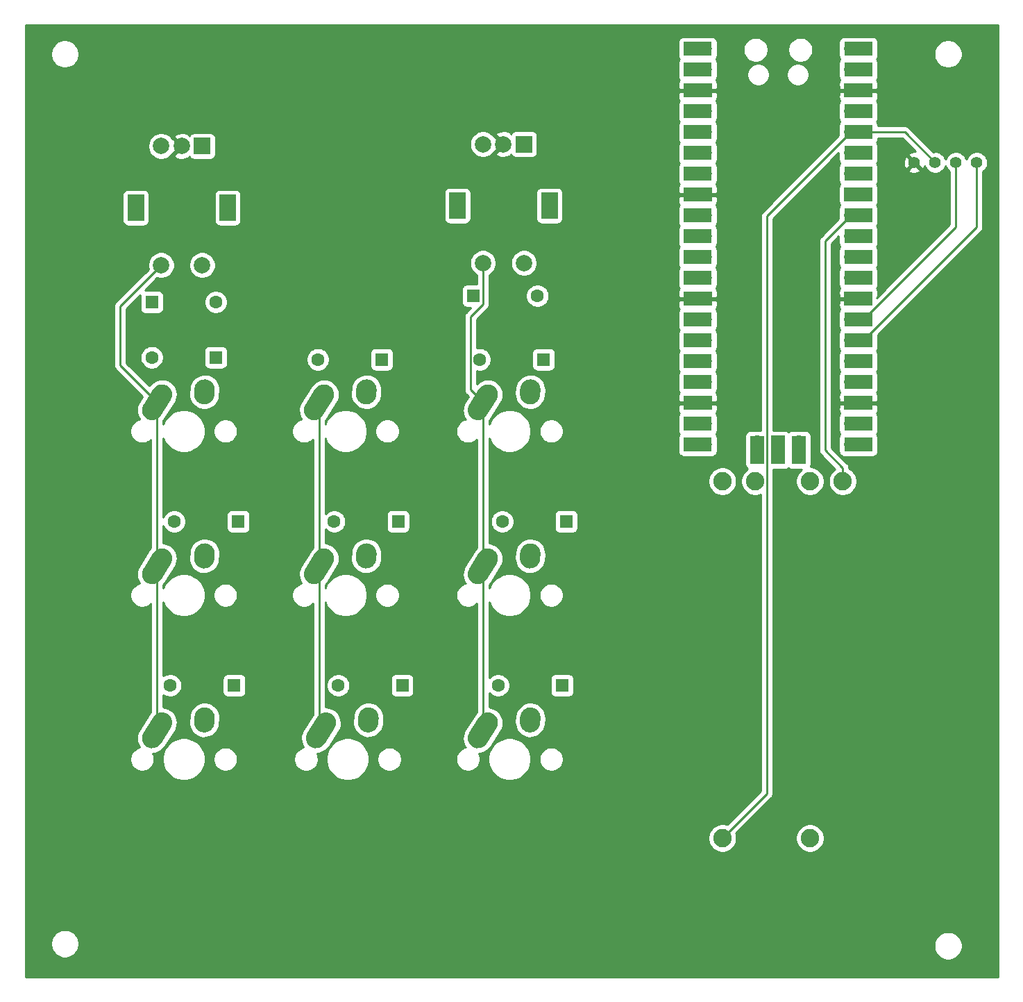
<source format=gtl>
%TF.GenerationSoftware,KiCad,Pcbnew,(5.1.7)-1*%
%TF.CreationDate,2021-05-06T00:37:00-04:00*%
%TF.ProjectId,pot_keeb_rpi,706f745f-6b65-4656-925f-7270692e6b69,rev?*%
%TF.SameCoordinates,Original*%
%TF.FileFunction,Copper,L1,Top*%
%TF.FilePolarity,Positive*%
%FSLAX46Y46*%
G04 Gerber Fmt 4.6, Leading zero omitted, Abs format (unit mm)*
G04 Created by KiCad (PCBNEW (5.1.7)-1) date 2021-05-06 00:37:00*
%MOMM*%
%LPD*%
G01*
G04 APERTURE LIST*
%TA.AperFunction,ComponentPad*%
%ADD10O,1.700000X1.700000*%
%TD*%
%TA.AperFunction,ComponentPad*%
%ADD11R,1.700000X1.700000*%
%TD*%
%TA.AperFunction,SMDPad,CuDef*%
%ADD12R,3.500000X1.700000*%
%TD*%
%TA.AperFunction,SMDPad,CuDef*%
%ADD13R,1.700000X3.500000*%
%TD*%
%TA.AperFunction,ComponentPad*%
%ADD14C,2.247900*%
%TD*%
%TA.AperFunction,ComponentPad*%
%ADD15R,2.000000X2.000000*%
%TD*%
%TA.AperFunction,ComponentPad*%
%ADD16C,2.000000*%
%TD*%
%TA.AperFunction,WasherPad*%
%ADD17R,2.000000X3.200000*%
%TD*%
%TA.AperFunction,ComponentPad*%
%ADD18R,1.600000X1.600000*%
%TD*%
%TA.AperFunction,ComponentPad*%
%ADD19C,1.600000*%
%TD*%
%TA.AperFunction,ComponentPad*%
%ADD20C,1.397000*%
%TD*%
%TA.AperFunction,Conductor*%
%ADD21C,0.250000*%
%TD*%
%TA.AperFunction,Conductor*%
%ADD22C,0.254000*%
%TD*%
%TA.AperFunction,Conductor*%
%ADD23C,0.100000*%
%TD*%
G04 APERTURE END LIST*
D10*
%TO.P,U1,1*%
%TO.N,RC0_0*%
X141110000Y-43620000D03*
%TO.P,U1,2*%
%TO.N,RC0_1*%
X141110000Y-46160000D03*
D11*
%TO.P,U1,3*%
%TO.N,GND*%
X141110000Y-48700000D03*
D10*
%TO.P,U1,4*%
%TO.N,RC1_0*%
X141110000Y-51240000D03*
%TO.P,U1,5*%
%TO.N,RC1_1*%
X141110000Y-53780000D03*
%TO.P,U1,6*%
%TO.N,Net-(U1-Pad6)*%
X141110000Y-56320000D03*
%TO.P,U1,7*%
%TO.N,Net-(U1-Pad7)*%
X141110000Y-58860000D03*
D11*
%TO.P,U1,8*%
%TO.N,GND*%
X141110000Y-61400000D03*
D10*
%TO.P,U1,9*%
%TO.N,Net-(U1-Pad9)*%
X141110000Y-63940000D03*
%TO.P,U1,10*%
%TO.N,Net-(U1-Pad10)*%
X141110000Y-66480000D03*
%TO.P,U1,11*%
%TO.N,Row0*%
X141110000Y-69020000D03*
%TO.P,U1,12*%
%TO.N,Row1*%
X141110000Y-71560000D03*
D11*
%TO.P,U1,13*%
%TO.N,GND*%
X141110000Y-74100000D03*
D10*
%TO.P,U1,14*%
%TO.N,Row2*%
X141110000Y-76640000D03*
%TO.P,U1,15*%
%TO.N,Row3*%
X141110000Y-79180000D03*
%TO.P,U1,16*%
%TO.N,Col2*%
X141110000Y-81720000D03*
%TO.P,U1,17*%
%TO.N,Col1*%
X141110000Y-84260000D03*
D11*
%TO.P,U1,18*%
%TO.N,GND*%
X141110000Y-86800000D03*
D10*
%TO.P,U1,19*%
%TO.N,Net-(U1-Pad19)*%
X141110000Y-89340000D03*
%TO.P,U1,20*%
%TO.N,Col0*%
X141110000Y-91880000D03*
%TO.P,U1,21*%
%TO.N,Net-(U1-Pad21)*%
X158890000Y-91880000D03*
%TO.P,U1,22*%
%TO.N,Net-(U1-Pad22)*%
X158890000Y-89340000D03*
D11*
%TO.P,U1,23*%
%TO.N,GND*%
X158890000Y-86800000D03*
D10*
%TO.P,U1,24*%
%TO.N,Net-(U1-Pad24)*%
X158890000Y-84260000D03*
%TO.P,U1,25*%
%TO.N,Net-(U1-Pad25)*%
X158890000Y-81720000D03*
%TO.P,U1,26*%
%TO.N,Net-(OL1-Pad1)*%
X158890000Y-79180000D03*
%TO.P,U1,27*%
%TO.N,Net-(OL1-Pad2)*%
X158890000Y-76640000D03*
D11*
%TO.P,U1,28*%
%TO.N,GND*%
X158890000Y-74100000D03*
D10*
%TO.P,U1,29*%
%TO.N,Net-(U1-Pad29)*%
X158890000Y-71560000D03*
%TO.P,U1,30*%
%TO.N,Net-(U1-Pad30)*%
X158890000Y-69020000D03*
%TO.P,U1,31*%
%TO.N,Net-(U1-Pad31)*%
X158890000Y-66480000D03*
%TO.P,U1,32*%
%TO.N,Net-(U1-Pad32)*%
X158890000Y-63940000D03*
D11*
%TO.P,U1,33*%
%TO.N,Net-(U1-Pad33)*%
X158890000Y-61400000D03*
D10*
%TO.P,U1,34*%
%TO.N,Net-(U1-Pad34)*%
X158890000Y-58860000D03*
%TO.P,U1,35*%
%TO.N,Net-(U1-Pad35)*%
X158890000Y-56320000D03*
%TO.P,U1,36*%
%TO.N,Net-(OL1-Pad3)*%
X158890000Y-53780000D03*
%TO.P,U1,37*%
%TO.N,Net-(U1-Pad37)*%
X158890000Y-51240000D03*
D11*
%TO.P,U1,38*%
%TO.N,GND*%
X158890000Y-48700000D03*
D10*
%TO.P,U1,39*%
%TO.N,Net-(U1-Pad39)*%
X158890000Y-46160000D03*
%TO.P,U1,40*%
%TO.N,Net-(U1-Pad40)*%
X158890000Y-43620000D03*
D12*
%TO.P,U1,1*%
%TO.N,RC0_0*%
X140210000Y-43620000D03*
%TO.P,U1,2*%
%TO.N,RC0_1*%
X140210000Y-46160000D03*
%TO.P,U1,3*%
%TO.N,GND*%
X140210000Y-48700000D03*
%TO.P,U1,4*%
%TO.N,RC1_0*%
X140210000Y-51240000D03*
%TO.P,U1,5*%
%TO.N,RC1_1*%
X140210000Y-53780000D03*
%TO.P,U1,6*%
%TO.N,Net-(U1-Pad6)*%
X140210000Y-56320000D03*
%TO.P,U1,7*%
%TO.N,Net-(U1-Pad7)*%
X140210000Y-58860000D03*
%TO.P,U1,8*%
%TO.N,GND*%
X140210000Y-61400000D03*
%TO.P,U1,9*%
%TO.N,Net-(U1-Pad9)*%
X140210000Y-63940000D03*
%TO.P,U1,10*%
%TO.N,Net-(U1-Pad10)*%
X140210000Y-66480000D03*
%TO.P,U1,11*%
%TO.N,Row0*%
X140210000Y-69020000D03*
%TO.P,U1,12*%
%TO.N,Row1*%
X140210000Y-71560000D03*
%TO.P,U1,13*%
%TO.N,GND*%
X140210000Y-74100000D03*
%TO.P,U1,14*%
%TO.N,Row2*%
X140210000Y-76640000D03*
%TO.P,U1,15*%
%TO.N,Row3*%
X140210000Y-79180000D03*
%TO.P,U1,16*%
%TO.N,Col2*%
X140210000Y-81720000D03*
%TO.P,U1,17*%
%TO.N,Col1*%
X140210000Y-84260000D03*
%TO.P,U1,18*%
%TO.N,GND*%
X140210000Y-86800000D03*
%TO.P,U1,19*%
%TO.N,Net-(U1-Pad19)*%
X140210000Y-89340000D03*
%TO.P,U1,20*%
%TO.N,Col0*%
X140210000Y-91880000D03*
%TO.P,U1,40*%
%TO.N,Net-(U1-Pad40)*%
X159790000Y-43620000D03*
%TO.P,U1,39*%
%TO.N,Net-(U1-Pad39)*%
X159790000Y-46160000D03*
%TO.P,U1,38*%
%TO.N,GND*%
X159790000Y-48700000D03*
%TO.P,U1,37*%
%TO.N,Net-(U1-Pad37)*%
X159790000Y-51240000D03*
%TO.P,U1,36*%
%TO.N,Net-(OL1-Pad3)*%
X159790000Y-53780000D03*
%TO.P,U1,35*%
%TO.N,Net-(U1-Pad35)*%
X159790000Y-56320000D03*
%TO.P,U1,34*%
%TO.N,Net-(U1-Pad34)*%
X159790000Y-58860000D03*
%TO.P,U1,33*%
%TO.N,Net-(U1-Pad33)*%
X159790000Y-61400000D03*
%TO.P,U1,32*%
%TO.N,Net-(U1-Pad32)*%
X159790000Y-63940000D03*
%TO.P,U1,31*%
%TO.N,Net-(U1-Pad31)*%
X159790000Y-66480000D03*
%TO.P,U1,30*%
%TO.N,Net-(U1-Pad30)*%
X159790000Y-69020000D03*
%TO.P,U1,29*%
%TO.N,Net-(U1-Pad29)*%
X159790000Y-71560000D03*
%TO.P,U1,28*%
%TO.N,GND*%
X159790000Y-74100000D03*
%TO.P,U1,27*%
%TO.N,Net-(OL1-Pad2)*%
X159790000Y-76640000D03*
%TO.P,U1,26*%
%TO.N,Net-(OL1-Pad1)*%
X159790000Y-79180000D03*
%TO.P,U1,25*%
%TO.N,Net-(U1-Pad25)*%
X159790000Y-81720000D03*
%TO.P,U1,24*%
%TO.N,Net-(U1-Pad24)*%
X159790000Y-84260000D03*
%TO.P,U1,23*%
%TO.N,GND*%
X159790000Y-86800000D03*
%TO.P,U1,22*%
%TO.N,Net-(U1-Pad22)*%
X159790000Y-89340000D03*
%TO.P,U1,21*%
%TO.N,Net-(U1-Pad21)*%
X159790000Y-91880000D03*
D13*
%TO.P,U1,41*%
%TO.N,Net-(U1-Pad41)*%
X147460000Y-92550000D03*
D10*
X147460000Y-91650000D03*
D13*
%TO.P,U1,42*%
%TO.N,Net-(U1-Pad42)*%
X150000000Y-92550000D03*
D11*
X150000000Y-91650000D03*
D13*
%TO.P,U1,43*%
%TO.N,Net-(U1-Pad43)*%
X152540000Y-92550000D03*
D10*
X152540000Y-91650000D03*
%TD*%
D14*
%TO.P,VR1,BOTT*%
%TO.N,Net-(OL1-Pad3)*%
X143199619Y-139868910D03*
%TO.P,VR1,TOP*%
%TO.N,Net-(U1-Pad33)*%
X143199619Y-96373950D03*
%TO.P,VR1,WIPE*%
%TO.N,Net-(U1-Pad31)*%
X147197579Y-96373950D03*
%TD*%
%TO.P,VR0,WIPE*%
%TO.N,Net-(U1-Pad32)*%
X157897579Y-96373950D03*
%TO.P,VR0,TOP*%
%TO.N,Net-(U1-Pad33)*%
X153899619Y-96373950D03*
%TO.P,VR0,BOTT*%
%TO.N,Net-(OL1-Pad3)*%
X153899619Y-139868910D03*
%TD*%
D15*
%TO.P,SW12,A*%
%TO.N,RC0_1*%
X79750000Y-55500000D03*
D16*
%TO.P,SW12,C*%
%TO.N,GND*%
X77250000Y-55500000D03*
%TO.P,SW12,B*%
%TO.N,RC0_0*%
X74750000Y-55500000D03*
D17*
%TO.P,SW12,*%
%TO.N,*%
X82850000Y-63000000D03*
X71650000Y-63000000D03*
D16*
%TO.P,SW12,S2*%
%TO.N,Net-(D10-Pad2)*%
X79750000Y-70000000D03*
%TO.P,SW12,S1*%
%TO.N,Col0*%
X74750000Y-70000000D03*
%TD*%
D18*
%TO.P,D1,1*%
%TO.N,Row1*%
X81400000Y-81250000D03*
D19*
%TO.P,D1,2*%
%TO.N,Net-(D1-Pad2)*%
X73600000Y-81250000D03*
%TD*%
%TO.P,D2,2*%
%TO.N,Net-(D2-Pad2)*%
X93850000Y-81500000D03*
D18*
%TO.P,D2,1*%
%TO.N,Row1*%
X101650000Y-81500000D03*
%TD*%
%TO.P,D3,1*%
%TO.N,Row1*%
X121400000Y-81500000D03*
D19*
%TO.P,D3,2*%
%TO.N,Net-(D3-Pad2)*%
X113600000Y-81500000D03*
%TD*%
%TO.P,D4,2*%
%TO.N,Net-(D4-Pad2)*%
X76350000Y-101250000D03*
D18*
%TO.P,D4,1*%
%TO.N,Row2*%
X84150000Y-101250000D03*
%TD*%
%TO.P,D5,1*%
%TO.N,Row2*%
X103650000Y-101250000D03*
D19*
%TO.P,D5,2*%
%TO.N,Net-(D5-Pad2)*%
X95850000Y-101250000D03*
%TD*%
%TO.P,D6,2*%
%TO.N,Net-(D6-Pad2)*%
X116350000Y-101250000D03*
D18*
%TO.P,D6,1*%
%TO.N,Row2*%
X124150000Y-101250000D03*
%TD*%
%TO.P,D7,1*%
%TO.N,Row3*%
X83650000Y-121250000D03*
D19*
%TO.P,D7,2*%
%TO.N,Net-(D7-Pad2)*%
X75850000Y-121250000D03*
%TD*%
%TO.P,D8,2*%
%TO.N,Net-(D8-Pad2)*%
X96350000Y-121250000D03*
D18*
%TO.P,D8,1*%
%TO.N,Row3*%
X104150000Y-121250000D03*
%TD*%
%TO.P,D9,1*%
%TO.N,Row3*%
X123650000Y-121250000D03*
D19*
%TO.P,D9,2*%
%TO.N,Net-(D9-Pad2)*%
X115850000Y-121250000D03*
%TD*%
%TO.P,D10,2*%
%TO.N,Net-(D10-Pad2)*%
X81400000Y-74500000D03*
D18*
%TO.P,D10,1*%
%TO.N,Row0*%
X73600000Y-74500000D03*
%TD*%
D19*
%TO.P,D11,2*%
%TO.N,Net-(D11-Pad2)*%
X120650000Y-73750000D03*
D18*
%TO.P,D11,1*%
%TO.N,Row0*%
X112850000Y-73750000D03*
%TD*%
%TO.P,K1,1*%
%TO.N,Col0*%
%TA.AperFunction,ComponentPad*%
G36*
G01*
X72586299Y-87007190D02*
X73795223Y-85109560D01*
G75*
G02*
X75521087Y-84726946I1054239J-671625D01*
G01*
X75521087Y-84726946D01*
G75*
G02*
X75903701Y-86452810I-671625J-1054239D01*
G01*
X74694777Y-88350440D01*
G75*
G02*
X72968913Y-88733054I-1054239J671625D01*
G01*
X72968913Y-88733054D01*
G75*
G02*
X72586299Y-87007190I671625J1054239D01*
G01*
G37*
%TD.AperFunction*%
%TO.P,K1,2*%
%TO.N,Net-(D1-Pad2)*%
%TA.AperFunction,ComponentPad*%
G36*
G01*
X78753171Y-85664309D02*
X78792619Y-85085653D01*
G75*
G02*
X80124743Y-83923567I1247105J-85019D01*
G01*
X80124743Y-83923567D01*
G75*
G02*
X81286829Y-85255691I-85019J-1247105D01*
G01*
X81247381Y-85834347D01*
G75*
G02*
X79915257Y-86996433I-1247105J85019D01*
G01*
X79915257Y-86996433D01*
G75*
G02*
X78753171Y-85664309I85019J1247105D01*
G01*
G37*
%TD.AperFunction*%
%TD*%
%TO.P,K2,1*%
%TO.N,Col1*%
%TA.AperFunction,ComponentPad*%
G36*
G01*
X92336299Y-87007190D02*
X93545223Y-85109560D01*
G75*
G02*
X95271087Y-84726946I1054239J-671625D01*
G01*
X95271087Y-84726946D01*
G75*
G02*
X95653701Y-86452810I-671625J-1054239D01*
G01*
X94444777Y-88350440D01*
G75*
G02*
X92718913Y-88733054I-1054239J671625D01*
G01*
X92718913Y-88733054D01*
G75*
G02*
X92336299Y-87007190I671625J1054239D01*
G01*
G37*
%TD.AperFunction*%
%TO.P,K2,2*%
%TO.N,Net-(D2-Pad2)*%
%TA.AperFunction,ComponentPad*%
G36*
G01*
X98503171Y-85664309D02*
X98542619Y-85085653D01*
G75*
G02*
X99874743Y-83923567I1247105J-85019D01*
G01*
X99874743Y-83923567D01*
G75*
G02*
X101036829Y-85255691I-85019J-1247105D01*
G01*
X100997381Y-85834347D01*
G75*
G02*
X99665257Y-86996433I-1247105J85019D01*
G01*
X99665257Y-86996433D01*
G75*
G02*
X98503171Y-85664309I85019J1247105D01*
G01*
G37*
%TD.AperFunction*%
%TD*%
%TO.P,K3,2*%
%TO.N,Net-(D3-Pad2)*%
%TA.AperFunction,ComponentPad*%
G36*
G01*
X118503171Y-85664309D02*
X118542619Y-85085653D01*
G75*
G02*
X119874743Y-83923567I1247105J-85019D01*
G01*
X119874743Y-83923567D01*
G75*
G02*
X121036829Y-85255691I-85019J-1247105D01*
G01*
X120997381Y-85834347D01*
G75*
G02*
X119665257Y-86996433I-1247105J85019D01*
G01*
X119665257Y-86996433D01*
G75*
G02*
X118503171Y-85664309I85019J1247105D01*
G01*
G37*
%TD.AperFunction*%
%TO.P,K3,1*%
%TO.N,Col2*%
%TA.AperFunction,ComponentPad*%
G36*
G01*
X112336299Y-87007190D02*
X113545223Y-85109560D01*
G75*
G02*
X115271087Y-84726946I1054239J-671625D01*
G01*
X115271087Y-84726946D01*
G75*
G02*
X115653701Y-86452810I-671625J-1054239D01*
G01*
X114444777Y-88350440D01*
G75*
G02*
X112718913Y-88733054I-1054239J671625D01*
G01*
X112718913Y-88733054D01*
G75*
G02*
X112336299Y-87007190I671625J1054239D01*
G01*
G37*
%TD.AperFunction*%
%TD*%
%TO.P,K4,1*%
%TO.N,Col0*%
%TA.AperFunction,ComponentPad*%
G36*
G01*
X72586299Y-107007190D02*
X73795223Y-105109560D01*
G75*
G02*
X75521087Y-104726946I1054239J-671625D01*
G01*
X75521087Y-104726946D01*
G75*
G02*
X75903701Y-106452810I-671625J-1054239D01*
G01*
X74694777Y-108350440D01*
G75*
G02*
X72968913Y-108733054I-1054239J671625D01*
G01*
X72968913Y-108733054D01*
G75*
G02*
X72586299Y-107007190I671625J1054239D01*
G01*
G37*
%TD.AperFunction*%
%TO.P,K4,2*%
%TO.N,Net-(D4-Pad2)*%
%TA.AperFunction,ComponentPad*%
G36*
G01*
X78753171Y-105664309D02*
X78792619Y-105085653D01*
G75*
G02*
X80124743Y-103923567I1247105J-85019D01*
G01*
X80124743Y-103923567D01*
G75*
G02*
X81286829Y-105255691I-85019J-1247105D01*
G01*
X81247381Y-105834347D01*
G75*
G02*
X79915257Y-106996433I-1247105J85019D01*
G01*
X79915257Y-106996433D01*
G75*
G02*
X78753171Y-105664309I85019J1247105D01*
G01*
G37*
%TD.AperFunction*%
%TD*%
%TO.P,K5,1*%
%TO.N,Col1*%
%TA.AperFunction,ComponentPad*%
G36*
G01*
X92336299Y-107007190D02*
X93545223Y-105109560D01*
G75*
G02*
X95271087Y-104726946I1054239J-671625D01*
G01*
X95271087Y-104726946D01*
G75*
G02*
X95653701Y-106452810I-671625J-1054239D01*
G01*
X94444777Y-108350440D01*
G75*
G02*
X92718913Y-108733054I-1054239J671625D01*
G01*
X92718913Y-108733054D01*
G75*
G02*
X92336299Y-107007190I671625J1054239D01*
G01*
G37*
%TD.AperFunction*%
%TO.P,K5,2*%
%TO.N,Net-(D5-Pad2)*%
%TA.AperFunction,ComponentPad*%
G36*
G01*
X98503171Y-105664309D02*
X98542619Y-105085653D01*
G75*
G02*
X99874743Y-103923567I1247105J-85019D01*
G01*
X99874743Y-103923567D01*
G75*
G02*
X101036829Y-105255691I-85019J-1247105D01*
G01*
X100997381Y-105834347D01*
G75*
G02*
X99665257Y-106996433I-1247105J85019D01*
G01*
X99665257Y-106996433D01*
G75*
G02*
X98503171Y-105664309I85019J1247105D01*
G01*
G37*
%TD.AperFunction*%
%TD*%
%TO.P,K6,1*%
%TO.N,Col2*%
%TA.AperFunction,ComponentPad*%
G36*
G01*
X112336299Y-107007190D02*
X113545223Y-105109560D01*
G75*
G02*
X115271087Y-104726946I1054239J-671625D01*
G01*
X115271087Y-104726946D01*
G75*
G02*
X115653701Y-106452810I-671625J-1054239D01*
G01*
X114444777Y-108350440D01*
G75*
G02*
X112718913Y-108733054I-1054239J671625D01*
G01*
X112718913Y-108733054D01*
G75*
G02*
X112336299Y-107007190I671625J1054239D01*
G01*
G37*
%TD.AperFunction*%
%TO.P,K6,2*%
%TO.N,Net-(D6-Pad2)*%
%TA.AperFunction,ComponentPad*%
G36*
G01*
X118503171Y-105664309D02*
X118542619Y-105085653D01*
G75*
G02*
X119874743Y-103923567I1247105J-85019D01*
G01*
X119874743Y-103923567D01*
G75*
G02*
X121036829Y-105255691I-85019J-1247105D01*
G01*
X120997381Y-105834347D01*
G75*
G02*
X119665257Y-106996433I-1247105J85019D01*
G01*
X119665257Y-106996433D01*
G75*
G02*
X118503171Y-105664309I85019J1247105D01*
G01*
G37*
%TD.AperFunction*%
%TD*%
%TO.P,K7,2*%
%TO.N,Net-(D7-Pad2)*%
%TA.AperFunction,ComponentPad*%
G36*
G01*
X78753171Y-125664309D02*
X78792619Y-125085653D01*
G75*
G02*
X80124743Y-123923567I1247105J-85019D01*
G01*
X80124743Y-123923567D01*
G75*
G02*
X81286829Y-125255691I-85019J-1247105D01*
G01*
X81247381Y-125834347D01*
G75*
G02*
X79915257Y-126996433I-1247105J85019D01*
G01*
X79915257Y-126996433D01*
G75*
G02*
X78753171Y-125664309I85019J1247105D01*
G01*
G37*
%TD.AperFunction*%
%TO.P,K7,1*%
%TO.N,Col0*%
%TA.AperFunction,ComponentPad*%
G36*
G01*
X72586299Y-127007190D02*
X73795223Y-125109560D01*
G75*
G02*
X75521087Y-124726946I1054239J-671625D01*
G01*
X75521087Y-124726946D01*
G75*
G02*
X75903701Y-126452810I-671625J-1054239D01*
G01*
X74694777Y-128350440D01*
G75*
G02*
X72968913Y-128733054I-1054239J671625D01*
G01*
X72968913Y-128733054D01*
G75*
G02*
X72586299Y-127007190I671625J1054239D01*
G01*
G37*
%TD.AperFunction*%
%TD*%
%TO.P,K8,1*%
%TO.N,Col1*%
%TA.AperFunction,ComponentPad*%
G36*
G01*
X92586299Y-127007190D02*
X93795223Y-125109560D01*
G75*
G02*
X95521087Y-124726946I1054239J-671625D01*
G01*
X95521087Y-124726946D01*
G75*
G02*
X95903701Y-126452810I-671625J-1054239D01*
G01*
X94694777Y-128350440D01*
G75*
G02*
X92968913Y-128733054I-1054239J671625D01*
G01*
X92968913Y-128733054D01*
G75*
G02*
X92586299Y-127007190I671625J1054239D01*
G01*
G37*
%TD.AperFunction*%
%TO.P,K8,2*%
%TO.N,Net-(D8-Pad2)*%
%TA.AperFunction,ComponentPad*%
G36*
G01*
X98753171Y-125664309D02*
X98792619Y-125085653D01*
G75*
G02*
X100124743Y-123923567I1247105J-85019D01*
G01*
X100124743Y-123923567D01*
G75*
G02*
X101286829Y-125255691I-85019J-1247105D01*
G01*
X101247381Y-125834347D01*
G75*
G02*
X99915257Y-126996433I-1247105J85019D01*
G01*
X99915257Y-126996433D01*
G75*
G02*
X98753171Y-125664309I85019J1247105D01*
G01*
G37*
%TD.AperFunction*%
%TD*%
%TO.P,K9,2*%
%TO.N,Net-(D9-Pad2)*%
%TA.AperFunction,ComponentPad*%
G36*
G01*
X118503171Y-125664309D02*
X118542619Y-125085653D01*
G75*
G02*
X119874743Y-123923567I1247105J-85019D01*
G01*
X119874743Y-123923567D01*
G75*
G02*
X121036829Y-125255691I-85019J-1247105D01*
G01*
X120997381Y-125834347D01*
G75*
G02*
X119665257Y-126996433I-1247105J85019D01*
G01*
X119665257Y-126996433D01*
G75*
G02*
X118503171Y-125664309I85019J1247105D01*
G01*
G37*
%TD.AperFunction*%
%TO.P,K9,1*%
%TO.N,Col2*%
%TA.AperFunction,ComponentPad*%
G36*
G01*
X112336299Y-127007190D02*
X113545223Y-125109560D01*
G75*
G02*
X115271087Y-124726946I1054239J-671625D01*
G01*
X115271087Y-124726946D01*
G75*
G02*
X115653701Y-126452810I-671625J-1054239D01*
G01*
X114444777Y-128350440D01*
G75*
G02*
X112718913Y-128733054I-1054239J671625D01*
G01*
X112718913Y-128733054D01*
G75*
G02*
X112336299Y-127007190I671625J1054239D01*
G01*
G37*
%TD.AperFunction*%
%TD*%
D16*
%TO.P,SW11,S1*%
%TO.N,Col2*%
X114000000Y-69750000D03*
%TO.P,SW11,S2*%
%TO.N,Net-(D11-Pad2)*%
X119000000Y-69750000D03*
D17*
%TO.P,SW11,*%
%TO.N,*%
X110900000Y-62750000D03*
X122100000Y-62750000D03*
D16*
%TO.P,SW11,B*%
%TO.N,RC1_0*%
X114000000Y-55250000D03*
%TO.P,SW11,C*%
%TO.N,GND*%
X116500000Y-55250000D03*
D15*
%TO.P,SW11,A*%
%TO.N,RC1_1*%
X119000000Y-55250000D03*
%TD*%
D20*
%TO.P,OL1,1*%
%TO.N,Net-(OL1-Pad1)*%
X174250000Y-57500000D03*
%TO.P,OL1,2*%
%TO.N,Net-(OL1-Pad2)*%
X171710000Y-57500000D03*
%TO.P,OL1,3*%
%TO.N,Net-(OL1-Pad3)*%
X169170000Y-57500000D03*
%TO.P,OL1,4*%
%TO.N,GND*%
X166630000Y-57500000D03*
%TD*%
D21*
%TO.N,Col1*%
X93995000Y-126480000D02*
X94245000Y-126730000D01*
X93995000Y-106730000D02*
X93995000Y-126480000D01*
X93995000Y-106730000D02*
X93995000Y-86730000D01*
%TO.N,Col2*%
X112474999Y-85209999D02*
X113995000Y-86730000D01*
X112474999Y-76310003D02*
X112474999Y-85209999D01*
X114000000Y-74785002D02*
X112474999Y-76310003D01*
X114000000Y-69750000D02*
X114000000Y-74785002D01*
X113995000Y-106730000D02*
X113995000Y-126730000D01*
X113995000Y-86730000D02*
X113995000Y-98995000D01*
X113995000Y-98995000D02*
X113995000Y-106730000D01*
%TO.N,Col0*%
X74750000Y-70000000D02*
X69750000Y-75000000D01*
X69750000Y-82235000D02*
X74245000Y-86730000D01*
X69750000Y-75000000D02*
X69750000Y-82235000D01*
X74245000Y-86730000D02*
X74245000Y-106730000D01*
X74245000Y-106730000D02*
X74245000Y-126730000D01*
%TO.N,Net-(U1-Pad32)*%
X157897579Y-94722577D02*
X155750000Y-92574998D01*
X157897579Y-96373950D02*
X157897579Y-94722577D01*
X155750000Y-67080000D02*
X158890000Y-63940000D01*
X155750000Y-92574998D02*
X155750000Y-67080000D01*
%TO.N,Net-(OL1-Pad1)*%
X160435002Y-79180000D02*
X158890000Y-79180000D01*
X174250000Y-65365002D02*
X160435002Y-79180000D01*
X174250000Y-57500000D02*
X174250000Y-65365002D01*
%TO.N,Net-(OL1-Pad2)*%
X160435002Y-76640000D02*
X158890000Y-76640000D01*
X171710000Y-65365002D02*
X160435002Y-76640000D01*
X171710000Y-57500000D02*
X171710000Y-65365002D01*
%TO.N,Net-(OL1-Pad3)*%
X148646530Y-64023470D02*
X158890000Y-53780000D01*
X148646530Y-134421999D02*
X148646530Y-64023470D01*
X143199619Y-139868910D02*
X148646530Y-134421999D01*
X165450000Y-53780000D02*
X158890000Y-53780000D01*
X169170000Y-57500000D02*
X165450000Y-53780000D01*
%TO.N,Net-(U1-Pad19)*%
X139564998Y-89340000D02*
X141110000Y-89340000D01*
%TO.N,Net-(U1-Pad24)*%
X160435002Y-84260000D02*
X158890000Y-84260000D01*
%TO.N,Net-(U1-Pad25)*%
X160435002Y-81720000D02*
X158890000Y-81720000D01*
%TD*%
D22*
%TO.N,GND*%
X176815001Y-156815000D02*
X58185000Y-156815000D01*
X58185000Y-152579117D01*
X61265000Y-152579117D01*
X61265000Y-152920883D01*
X61331675Y-153256081D01*
X61462463Y-153571831D01*
X61652337Y-153855998D01*
X61894002Y-154097663D01*
X62178169Y-154287537D01*
X62493919Y-154418325D01*
X62829117Y-154485000D01*
X63170883Y-154485000D01*
X63506081Y-154418325D01*
X63821831Y-154287537D01*
X64105998Y-154097663D01*
X64347663Y-153855998D01*
X64537537Y-153571831D01*
X64668325Y-153256081D01*
X64735000Y-152920883D01*
X64735000Y-152829117D01*
X169015000Y-152829117D01*
X169015000Y-153170883D01*
X169081675Y-153506081D01*
X169212463Y-153821831D01*
X169402337Y-154105998D01*
X169644002Y-154347663D01*
X169928169Y-154537537D01*
X170243919Y-154668325D01*
X170579117Y-154735000D01*
X170920883Y-154735000D01*
X171256081Y-154668325D01*
X171571831Y-154537537D01*
X171855998Y-154347663D01*
X172097663Y-154105998D01*
X172287537Y-153821831D01*
X172418325Y-153506081D01*
X172485000Y-153170883D01*
X172485000Y-152829117D01*
X172418325Y-152493919D01*
X172287537Y-152178169D01*
X172097663Y-151894002D01*
X171855998Y-151652337D01*
X171571831Y-151462463D01*
X171256081Y-151331675D01*
X170920883Y-151265000D01*
X170579117Y-151265000D01*
X170243919Y-151331675D01*
X169928169Y-151462463D01*
X169644002Y-151652337D01*
X169402337Y-151894002D01*
X169212463Y-152178169D01*
X169081675Y-152493919D01*
X169015000Y-152829117D01*
X64735000Y-152829117D01*
X64735000Y-152579117D01*
X64668325Y-152243919D01*
X64537537Y-151928169D01*
X64347663Y-151644002D01*
X64105998Y-151402337D01*
X63821831Y-151212463D01*
X63506081Y-151081675D01*
X63170883Y-151015000D01*
X62829117Y-151015000D01*
X62493919Y-151081675D01*
X62178169Y-151212463D01*
X61894002Y-151402337D01*
X61652337Y-151644002D01*
X61462463Y-151928169D01*
X61331675Y-152243919D01*
X61265000Y-152579117D01*
X58185000Y-152579117D01*
X58185000Y-139695669D01*
X141440669Y-139695669D01*
X141440669Y-140042151D01*
X141508264Y-140381977D01*
X141640858Y-140702085D01*
X141833353Y-140990175D01*
X142078354Y-141235176D01*
X142366444Y-141427671D01*
X142686552Y-141560265D01*
X143026378Y-141627860D01*
X143372860Y-141627860D01*
X143712686Y-141560265D01*
X144032794Y-141427671D01*
X144320884Y-141235176D01*
X144565885Y-140990175D01*
X144758380Y-140702085D01*
X144890974Y-140381977D01*
X144958569Y-140042151D01*
X144958569Y-139695669D01*
X152140669Y-139695669D01*
X152140669Y-140042151D01*
X152208264Y-140381977D01*
X152340858Y-140702085D01*
X152533353Y-140990175D01*
X152778354Y-141235176D01*
X153066444Y-141427671D01*
X153386552Y-141560265D01*
X153726378Y-141627860D01*
X154072860Y-141627860D01*
X154412686Y-141560265D01*
X154732794Y-141427671D01*
X155020884Y-141235176D01*
X155265885Y-140990175D01*
X155458380Y-140702085D01*
X155590974Y-140381977D01*
X155658569Y-140042151D01*
X155658569Y-139695669D01*
X155590974Y-139355843D01*
X155458380Y-139035735D01*
X155265885Y-138747645D01*
X155020884Y-138502644D01*
X154732794Y-138310149D01*
X154412686Y-138177555D01*
X154072860Y-138109960D01*
X153726378Y-138109960D01*
X153386552Y-138177555D01*
X153066444Y-138310149D01*
X152778354Y-138502644D01*
X152533353Y-138747645D01*
X152340858Y-139035735D01*
X152208264Y-139355843D01*
X152140669Y-139695669D01*
X144958569Y-139695669D01*
X144890974Y-139355843D01*
X144860663Y-139282667D01*
X149157539Y-134985793D01*
X149186531Y-134962000D01*
X149210325Y-134933007D01*
X149210329Y-134933003D01*
X149281503Y-134846276D01*
X149281504Y-134846275D01*
X149352076Y-134714246D01*
X149395533Y-134570985D01*
X149406530Y-134459332D01*
X149406530Y-134459323D01*
X149410206Y-134422000D01*
X149406530Y-134384677D01*
X149406530Y-94938072D01*
X150850000Y-94938072D01*
X150974482Y-94925812D01*
X151094180Y-94889502D01*
X151204494Y-94830537D01*
X151270000Y-94776778D01*
X151335506Y-94830537D01*
X151445820Y-94889502D01*
X151565518Y-94925812D01*
X151690000Y-94938072D01*
X152882536Y-94938072D01*
X152778354Y-95007684D01*
X152533353Y-95252685D01*
X152340858Y-95540775D01*
X152208264Y-95860883D01*
X152140669Y-96200709D01*
X152140669Y-96547191D01*
X152208264Y-96887017D01*
X152340858Y-97207125D01*
X152533353Y-97495215D01*
X152778354Y-97740216D01*
X153066444Y-97932711D01*
X153386552Y-98065305D01*
X153726378Y-98132900D01*
X154072860Y-98132900D01*
X154412686Y-98065305D01*
X154732794Y-97932711D01*
X155020884Y-97740216D01*
X155265885Y-97495215D01*
X155458380Y-97207125D01*
X155590974Y-96887017D01*
X155658569Y-96547191D01*
X155658569Y-96200709D01*
X155590974Y-95860883D01*
X155458380Y-95540775D01*
X155265885Y-95252685D01*
X155020884Y-95007684D01*
X154732794Y-94815189D01*
X154412686Y-94682595D01*
X154072860Y-94615000D01*
X153941647Y-94615000D01*
X153979502Y-94544180D01*
X154015812Y-94424482D01*
X154028072Y-94300000D01*
X154028072Y-90800000D01*
X154015812Y-90675518D01*
X153979502Y-90555820D01*
X153920537Y-90445506D01*
X153841185Y-90348815D01*
X153744494Y-90269463D01*
X153634180Y-90210498D01*
X153514482Y-90174188D01*
X153390000Y-90161928D01*
X151690000Y-90161928D01*
X151565518Y-90174188D01*
X151445820Y-90210498D01*
X151335506Y-90269463D01*
X151270000Y-90323222D01*
X151204494Y-90269463D01*
X151094180Y-90210498D01*
X150974482Y-90174188D01*
X150850000Y-90161928D01*
X149406530Y-90161928D01*
X149406530Y-64338271D01*
X157401928Y-56342874D01*
X157401928Y-57170000D01*
X157414188Y-57294482D01*
X157450498Y-57414180D01*
X157509463Y-57524494D01*
X157563222Y-57590000D01*
X157509463Y-57655506D01*
X157450498Y-57765820D01*
X157414188Y-57885518D01*
X157401928Y-58010000D01*
X157401928Y-59710000D01*
X157414188Y-59834482D01*
X157450498Y-59954180D01*
X157509463Y-60064494D01*
X157563222Y-60130000D01*
X157509463Y-60195506D01*
X157450498Y-60305820D01*
X157414188Y-60425518D01*
X157401928Y-60550000D01*
X157401928Y-62250000D01*
X157414188Y-62374482D01*
X157450498Y-62494180D01*
X157509463Y-62604494D01*
X157563222Y-62670000D01*
X157509463Y-62735506D01*
X157450498Y-62845820D01*
X157414188Y-62965518D01*
X157401928Y-63090000D01*
X157401928Y-64353270D01*
X155238998Y-66516201D01*
X155210000Y-66539999D01*
X155186202Y-66568997D01*
X155186201Y-66568998D01*
X155115026Y-66655724D01*
X155044454Y-66787754D01*
X155014180Y-66887558D01*
X155006415Y-66913158D01*
X155000998Y-66931015D01*
X154986324Y-67080000D01*
X154990001Y-67117333D01*
X154990000Y-92537676D01*
X154986324Y-92574998D01*
X154990000Y-92612320D01*
X154990000Y-92612330D01*
X155000997Y-92723983D01*
X155032135Y-92826632D01*
X155044454Y-92867244D01*
X155115026Y-92999274D01*
X155154871Y-93047824D01*
X155209999Y-93114999D01*
X155239003Y-93138802D01*
X156975076Y-94874876D01*
X156776314Y-95007684D01*
X156531313Y-95252685D01*
X156338818Y-95540775D01*
X156206224Y-95860883D01*
X156138629Y-96200709D01*
X156138629Y-96547191D01*
X156206224Y-96887017D01*
X156338818Y-97207125D01*
X156531313Y-97495215D01*
X156776314Y-97740216D01*
X157064404Y-97932711D01*
X157384512Y-98065305D01*
X157724338Y-98132900D01*
X158070820Y-98132900D01*
X158410646Y-98065305D01*
X158730754Y-97932711D01*
X159018844Y-97740216D01*
X159263845Y-97495215D01*
X159456340Y-97207125D01*
X159588934Y-96887017D01*
X159656529Y-96547191D01*
X159656529Y-96200709D01*
X159588934Y-95860883D01*
X159456340Y-95540775D01*
X159263845Y-95252685D01*
X159018844Y-95007684D01*
X158730754Y-94815189D01*
X158657579Y-94784879D01*
X158657579Y-94759899D01*
X158661255Y-94722576D01*
X158657579Y-94685253D01*
X158657579Y-94685244D01*
X158646582Y-94573591D01*
X158603125Y-94430330D01*
X158532553Y-94298301D01*
X158437580Y-94182576D01*
X158408582Y-94158778D01*
X156510000Y-92260197D01*
X156510000Y-87650000D01*
X157401928Y-87650000D01*
X157414188Y-87774482D01*
X157450498Y-87894180D01*
X157509463Y-88004494D01*
X157563222Y-88070000D01*
X157509463Y-88135506D01*
X157450498Y-88245820D01*
X157414188Y-88365518D01*
X157401928Y-88490000D01*
X157401928Y-90190000D01*
X157414188Y-90314482D01*
X157450498Y-90434180D01*
X157509463Y-90544494D01*
X157563222Y-90610000D01*
X157509463Y-90675506D01*
X157450498Y-90785820D01*
X157414188Y-90905518D01*
X157401928Y-91030000D01*
X157401928Y-92730000D01*
X157414188Y-92854482D01*
X157450498Y-92974180D01*
X157509463Y-93084494D01*
X157588815Y-93181185D01*
X157685506Y-93260537D01*
X157795820Y-93319502D01*
X157915518Y-93355812D01*
X158040000Y-93368072D01*
X161540000Y-93368072D01*
X161664482Y-93355812D01*
X161784180Y-93319502D01*
X161894494Y-93260537D01*
X161991185Y-93181185D01*
X162070537Y-93084494D01*
X162129502Y-92974180D01*
X162165812Y-92854482D01*
X162178072Y-92730000D01*
X162178072Y-91030000D01*
X162165812Y-90905518D01*
X162129502Y-90785820D01*
X162070537Y-90675506D01*
X162016778Y-90610000D01*
X162070537Y-90544494D01*
X162129502Y-90434180D01*
X162165812Y-90314482D01*
X162178072Y-90190000D01*
X162178072Y-88490000D01*
X162165812Y-88365518D01*
X162129502Y-88245820D01*
X162070537Y-88135506D01*
X162016778Y-88070000D01*
X162070537Y-88004494D01*
X162129502Y-87894180D01*
X162165812Y-87774482D01*
X162178072Y-87650000D01*
X162175000Y-87085750D01*
X162016250Y-86927000D01*
X157563750Y-86927000D01*
X157405000Y-87085750D01*
X157401928Y-87650000D01*
X156510000Y-87650000D01*
X156510000Y-67394801D01*
X157401928Y-66502873D01*
X157401928Y-67330000D01*
X157414188Y-67454482D01*
X157450498Y-67574180D01*
X157509463Y-67684494D01*
X157563222Y-67750000D01*
X157509463Y-67815506D01*
X157450498Y-67925820D01*
X157414188Y-68045518D01*
X157401928Y-68170000D01*
X157401928Y-69870000D01*
X157414188Y-69994482D01*
X157450498Y-70114180D01*
X157509463Y-70224494D01*
X157563222Y-70290000D01*
X157509463Y-70355506D01*
X157450498Y-70465820D01*
X157414188Y-70585518D01*
X157401928Y-70710000D01*
X157401928Y-72410000D01*
X157414188Y-72534482D01*
X157450498Y-72654180D01*
X157509463Y-72764494D01*
X157563222Y-72830000D01*
X157509463Y-72895506D01*
X157450498Y-73005820D01*
X157414188Y-73125518D01*
X157401928Y-73250000D01*
X157405000Y-73814250D01*
X157563750Y-73973000D01*
X159937000Y-73973000D01*
X159937000Y-74227000D01*
X157563750Y-74227000D01*
X157405000Y-74385750D01*
X157401928Y-74950000D01*
X157414188Y-75074482D01*
X157450498Y-75194180D01*
X157509463Y-75304494D01*
X157563222Y-75370000D01*
X157509463Y-75435506D01*
X157450498Y-75545820D01*
X157414188Y-75665518D01*
X157401928Y-75790000D01*
X157401928Y-77490000D01*
X157414188Y-77614482D01*
X157450498Y-77734180D01*
X157509463Y-77844494D01*
X157563222Y-77910000D01*
X157509463Y-77975506D01*
X157450498Y-78085820D01*
X157414188Y-78205518D01*
X157401928Y-78330000D01*
X157401928Y-80030000D01*
X157414188Y-80154482D01*
X157450498Y-80274180D01*
X157509463Y-80384494D01*
X157563222Y-80450000D01*
X157509463Y-80515506D01*
X157450498Y-80625820D01*
X157414188Y-80745518D01*
X157401928Y-80870000D01*
X157401928Y-82570000D01*
X157414188Y-82694482D01*
X157450498Y-82814180D01*
X157509463Y-82924494D01*
X157563222Y-82990000D01*
X157509463Y-83055506D01*
X157450498Y-83165820D01*
X157414188Y-83285518D01*
X157401928Y-83410000D01*
X157401928Y-85110000D01*
X157414188Y-85234482D01*
X157450498Y-85354180D01*
X157509463Y-85464494D01*
X157563222Y-85530000D01*
X157509463Y-85595506D01*
X157450498Y-85705820D01*
X157414188Y-85825518D01*
X157401928Y-85950000D01*
X157405000Y-86514250D01*
X157563750Y-86673000D01*
X162016250Y-86673000D01*
X162175000Y-86514250D01*
X162178072Y-85950000D01*
X162165812Y-85825518D01*
X162129502Y-85705820D01*
X162070537Y-85595506D01*
X162016778Y-85530000D01*
X162070537Y-85464494D01*
X162129502Y-85354180D01*
X162165812Y-85234482D01*
X162178072Y-85110000D01*
X162178072Y-83410000D01*
X162165812Y-83285518D01*
X162129502Y-83165820D01*
X162070537Y-83055506D01*
X162016778Y-82990000D01*
X162070537Y-82924494D01*
X162129502Y-82814180D01*
X162165812Y-82694482D01*
X162178072Y-82570000D01*
X162178072Y-80870000D01*
X162165812Y-80745518D01*
X162129502Y-80625820D01*
X162070537Y-80515506D01*
X162016778Y-80450000D01*
X162070537Y-80384494D01*
X162129502Y-80274180D01*
X162165812Y-80154482D01*
X162178072Y-80030000D01*
X162178072Y-78511731D01*
X174761003Y-65928801D01*
X174790001Y-65905003D01*
X174884974Y-65789278D01*
X174955546Y-65657249D01*
X174999003Y-65513988D01*
X175010000Y-65402335D01*
X175013677Y-65365002D01*
X175010000Y-65327669D01*
X175010000Y-58595971D01*
X175100057Y-58535797D01*
X175285797Y-58350057D01*
X175431732Y-58131649D01*
X175532254Y-57888968D01*
X175583500Y-57631338D01*
X175583500Y-57368662D01*
X175532254Y-57111032D01*
X175431732Y-56868351D01*
X175285797Y-56649943D01*
X175100057Y-56464203D01*
X174881649Y-56318268D01*
X174638968Y-56217746D01*
X174381338Y-56166500D01*
X174118662Y-56166500D01*
X173861032Y-56217746D01*
X173618351Y-56318268D01*
X173399943Y-56464203D01*
X173214203Y-56649943D01*
X173068268Y-56868351D01*
X172980000Y-57081448D01*
X172891732Y-56868351D01*
X172745797Y-56649943D01*
X172560057Y-56464203D01*
X172341649Y-56318268D01*
X172098968Y-56217746D01*
X171841338Y-56166500D01*
X171578662Y-56166500D01*
X171321032Y-56217746D01*
X171078351Y-56318268D01*
X170859943Y-56464203D01*
X170674203Y-56649943D01*
X170528268Y-56868351D01*
X170440000Y-57081448D01*
X170351732Y-56868351D01*
X170205797Y-56649943D01*
X170020057Y-56464203D01*
X169801649Y-56318268D01*
X169558968Y-56217746D01*
X169301338Y-56166500D01*
X169038662Y-56166500D01*
X168932433Y-56187630D01*
X166013804Y-53269003D01*
X165990001Y-53239999D01*
X165874276Y-53145026D01*
X165742247Y-53074454D01*
X165598986Y-53030997D01*
X165487333Y-53020000D01*
X165487322Y-53020000D01*
X165450000Y-53016324D01*
X165412678Y-53020000D01*
X162178072Y-53020000D01*
X162178072Y-52930000D01*
X162165812Y-52805518D01*
X162129502Y-52685820D01*
X162070537Y-52575506D01*
X162016778Y-52510000D01*
X162070537Y-52444494D01*
X162129502Y-52334180D01*
X162165812Y-52214482D01*
X162178072Y-52090000D01*
X162178072Y-50390000D01*
X162165812Y-50265518D01*
X162129502Y-50145820D01*
X162070537Y-50035506D01*
X162016778Y-49970000D01*
X162070537Y-49904494D01*
X162129502Y-49794180D01*
X162165812Y-49674482D01*
X162178072Y-49550000D01*
X162175000Y-48985750D01*
X162016250Y-48827000D01*
X157563750Y-48827000D01*
X157405000Y-48985750D01*
X157401928Y-49550000D01*
X157414188Y-49674482D01*
X157450498Y-49794180D01*
X157509463Y-49904494D01*
X157563222Y-49970000D01*
X157509463Y-50035506D01*
X157450498Y-50145820D01*
X157414188Y-50265518D01*
X157401928Y-50390000D01*
X157401928Y-52090000D01*
X157414188Y-52214482D01*
X157450498Y-52334180D01*
X157509463Y-52444494D01*
X157563222Y-52510000D01*
X157509463Y-52575506D01*
X157450498Y-52685820D01*
X157414188Y-52805518D01*
X157401928Y-52930000D01*
X157401928Y-54193270D01*
X148135528Y-63459671D01*
X148106530Y-63483469D01*
X148082732Y-63512467D01*
X148082731Y-63512468D01*
X148011556Y-63599194D01*
X147940984Y-63731224D01*
X147897528Y-63874485D01*
X147882854Y-64023470D01*
X147886531Y-64060803D01*
X147886531Y-90161928D01*
X146610000Y-90161928D01*
X146485518Y-90174188D01*
X146365820Y-90210498D01*
X146255506Y-90269463D01*
X146158815Y-90348815D01*
X146079463Y-90445506D01*
X146020498Y-90555820D01*
X145984188Y-90675518D01*
X145971928Y-90800000D01*
X145971928Y-94300000D01*
X145984188Y-94424482D01*
X146020498Y-94544180D01*
X146079463Y-94654494D01*
X146158815Y-94751185D01*
X146255506Y-94830537D01*
X146303245Y-94856054D01*
X146076314Y-95007684D01*
X145831313Y-95252685D01*
X145638818Y-95540775D01*
X145506224Y-95860883D01*
X145438629Y-96200709D01*
X145438629Y-96547191D01*
X145506224Y-96887017D01*
X145638818Y-97207125D01*
X145831313Y-97495215D01*
X146076314Y-97740216D01*
X146364404Y-97932711D01*
X146684512Y-98065305D01*
X147024338Y-98132900D01*
X147370820Y-98132900D01*
X147710646Y-98065305D01*
X147886531Y-97992451D01*
X147886530Y-134107196D01*
X143785862Y-138207866D01*
X143712686Y-138177555D01*
X143372860Y-138109960D01*
X143026378Y-138109960D01*
X142686552Y-138177555D01*
X142366444Y-138310149D01*
X142078354Y-138502644D01*
X141833353Y-138747645D01*
X141640858Y-139035735D01*
X141508264Y-139355843D01*
X141440669Y-139695669D01*
X58185000Y-139695669D01*
X58185000Y-75000000D01*
X68986324Y-75000000D01*
X68990000Y-75037323D01*
X68990001Y-82197668D01*
X68986324Y-82235000D01*
X69000998Y-82383985D01*
X69044454Y-82527246D01*
X69115026Y-82659276D01*
X69186201Y-82746002D01*
X69210000Y-82775001D01*
X69238998Y-82798799D01*
X72461480Y-86021282D01*
X72000993Y-86744101D01*
X71875204Y-86992314D01*
X71775194Y-87349904D01*
X71746869Y-87720135D01*
X71791317Y-88088777D01*
X71906828Y-88441664D01*
X72088966Y-88765237D01*
X72115054Y-88795647D01*
X71986579Y-88821202D01*
X71716162Y-88933212D01*
X71472794Y-89095826D01*
X71265826Y-89302794D01*
X71103212Y-89546162D01*
X70991202Y-89816579D01*
X70934100Y-90103652D01*
X70934100Y-90396348D01*
X70991202Y-90683421D01*
X71103212Y-90953838D01*
X71265826Y-91197206D01*
X71472794Y-91404174D01*
X71716162Y-91566788D01*
X71986579Y-91678798D01*
X72273652Y-91735900D01*
X72566348Y-91735900D01*
X72853421Y-91678798D01*
X73123838Y-91566788D01*
X73367206Y-91404174D01*
X73485000Y-91286380D01*
X73485001Y-104468132D01*
X73481218Y-104471377D01*
X73309422Y-104690280D01*
X72000993Y-106744101D01*
X71875204Y-106992314D01*
X71775194Y-107349904D01*
X71746869Y-107720135D01*
X71791317Y-108088777D01*
X71906828Y-108441664D01*
X72088966Y-108765237D01*
X72115054Y-108795647D01*
X71986579Y-108821202D01*
X71716162Y-108933212D01*
X71472794Y-109095826D01*
X71265826Y-109302794D01*
X71103212Y-109546162D01*
X70991202Y-109816579D01*
X70934100Y-110103652D01*
X70934100Y-110396348D01*
X70991202Y-110683421D01*
X71103212Y-110953838D01*
X71265826Y-111197206D01*
X71472794Y-111404174D01*
X71716162Y-111566788D01*
X71986579Y-111678798D01*
X72273652Y-111735900D01*
X72566348Y-111735900D01*
X72853421Y-111678798D01*
X73123838Y-111566788D01*
X73367206Y-111404174D01*
X73485000Y-111286380D01*
X73485001Y-124468132D01*
X73481218Y-124471377D01*
X73309422Y-124690280D01*
X72000993Y-126744101D01*
X71875204Y-126992314D01*
X71775194Y-127349904D01*
X71746869Y-127720135D01*
X71791317Y-128088777D01*
X71906828Y-128441664D01*
X72088966Y-128765237D01*
X72115054Y-128795647D01*
X71986579Y-128821202D01*
X71716162Y-128933212D01*
X71472794Y-129095826D01*
X71265826Y-129302794D01*
X71103212Y-129546162D01*
X70991202Y-129816579D01*
X70934100Y-130103652D01*
X70934100Y-130396348D01*
X70991202Y-130683421D01*
X71103212Y-130953838D01*
X71265826Y-131197206D01*
X71472794Y-131404174D01*
X71716162Y-131566788D01*
X71986579Y-131678798D01*
X72273652Y-131735900D01*
X72566348Y-131735900D01*
X72853421Y-131678798D01*
X73123838Y-131566788D01*
X73367206Y-131404174D01*
X73574174Y-131197206D01*
X73736788Y-130953838D01*
X73848798Y-130683421D01*
X73905900Y-130396348D01*
X73905900Y-130103652D01*
X73883508Y-129991076D01*
X74871100Y-129991076D01*
X74871100Y-130508924D01*
X74972127Y-131016822D01*
X75170299Y-131495251D01*
X75458000Y-131925826D01*
X75824174Y-132292000D01*
X76254749Y-132579701D01*
X76733178Y-132777873D01*
X77241076Y-132878900D01*
X77758924Y-132878900D01*
X78266822Y-132777873D01*
X78745251Y-132579701D01*
X79175826Y-132292000D01*
X79542000Y-131925826D01*
X79829701Y-131495251D01*
X80027873Y-131016822D01*
X80128900Y-130508924D01*
X80128900Y-130103652D01*
X81094100Y-130103652D01*
X81094100Y-130396348D01*
X81151202Y-130683421D01*
X81263212Y-130953838D01*
X81425826Y-131197206D01*
X81632794Y-131404174D01*
X81876162Y-131566788D01*
X82146579Y-131678798D01*
X82433652Y-131735900D01*
X82726348Y-131735900D01*
X83013421Y-131678798D01*
X83283838Y-131566788D01*
X83527206Y-131404174D01*
X83734174Y-131197206D01*
X83896788Y-130953838D01*
X84008798Y-130683421D01*
X84065900Y-130396348D01*
X84065900Y-130103652D01*
X84008798Y-129816579D01*
X83896788Y-129546162D01*
X83734174Y-129302794D01*
X83527206Y-129095826D01*
X83283838Y-128933212D01*
X83013421Y-128821202D01*
X82726348Y-128764100D01*
X82433652Y-128764100D01*
X82146579Y-128821202D01*
X81876162Y-128933212D01*
X81632794Y-129095826D01*
X81425826Y-129302794D01*
X81263212Y-129546162D01*
X81151202Y-129816579D01*
X81094100Y-130103652D01*
X80128900Y-130103652D01*
X80128900Y-129991076D01*
X80027873Y-129483178D01*
X79829701Y-129004749D01*
X79542000Y-128574174D01*
X79175826Y-128208000D01*
X78745251Y-127920299D01*
X78266822Y-127722127D01*
X77758924Y-127621100D01*
X77241076Y-127621100D01*
X76733178Y-127722127D01*
X76254749Y-127920299D01*
X75824174Y-128208000D01*
X75458000Y-128574174D01*
X75170299Y-129004749D01*
X74972127Y-129483178D01*
X74871100Y-129991076D01*
X73883508Y-129991076D01*
X73848798Y-129816579D01*
X73744559Y-129564924D01*
X74050500Y-129528036D01*
X74403387Y-129412525D01*
X74726960Y-129230387D01*
X75008782Y-128988623D01*
X75180578Y-128769720D01*
X76489006Y-126715900D01*
X76614796Y-126467688D01*
X76714805Y-126110097D01*
X76743131Y-125739866D01*
X76739953Y-125713505D01*
X78113344Y-125713505D01*
X78121721Y-125991645D01*
X78205090Y-126353477D01*
X78357448Y-126692092D01*
X78572939Y-126994477D01*
X78843281Y-127249011D01*
X79158087Y-127445915D01*
X79505257Y-127577618D01*
X79871450Y-127639061D01*
X80242593Y-127627883D01*
X80604425Y-127544514D01*
X80943040Y-127392156D01*
X81245425Y-127176665D01*
X81499959Y-126906323D01*
X81696863Y-126591517D01*
X81828566Y-126244347D01*
X81874613Y-125969916D01*
X81926656Y-125206496D01*
X81918279Y-124928355D01*
X81834910Y-124566523D01*
X81682552Y-124227908D01*
X81467061Y-123925523D01*
X81196719Y-123670989D01*
X80881913Y-123474086D01*
X80534743Y-123342382D01*
X80168550Y-123280939D01*
X79797407Y-123292117D01*
X79435575Y-123375486D01*
X79096960Y-123527844D01*
X78794575Y-123743335D01*
X78540041Y-124013677D01*
X78343137Y-124328483D01*
X78211434Y-124675653D01*
X78165387Y-124950084D01*
X78113344Y-125713505D01*
X76739953Y-125713505D01*
X76698683Y-125371223D01*
X76583171Y-125018336D01*
X76401034Y-124694763D01*
X76159270Y-124412942D01*
X75867171Y-124183701D01*
X75535963Y-124015851D01*
X75178373Y-123915842D01*
X75005000Y-123902578D01*
X75005000Y-122411248D01*
X75170273Y-122521680D01*
X75431426Y-122629853D01*
X75708665Y-122685000D01*
X75991335Y-122685000D01*
X76268574Y-122629853D01*
X76529727Y-122521680D01*
X76764759Y-122364637D01*
X76964637Y-122164759D01*
X77121680Y-121929727D01*
X77229853Y-121668574D01*
X77285000Y-121391335D01*
X77285000Y-121108665D01*
X77229853Y-120831426D01*
X77121680Y-120570273D01*
X77041317Y-120450000D01*
X82211928Y-120450000D01*
X82211928Y-122050000D01*
X82224188Y-122174482D01*
X82260498Y-122294180D01*
X82319463Y-122404494D01*
X82398815Y-122501185D01*
X82495506Y-122580537D01*
X82605820Y-122639502D01*
X82725518Y-122675812D01*
X82850000Y-122688072D01*
X84450000Y-122688072D01*
X84574482Y-122675812D01*
X84694180Y-122639502D01*
X84804494Y-122580537D01*
X84901185Y-122501185D01*
X84980537Y-122404494D01*
X85039502Y-122294180D01*
X85075812Y-122174482D01*
X85088072Y-122050000D01*
X85088072Y-120450000D01*
X85075812Y-120325518D01*
X85039502Y-120205820D01*
X84980537Y-120095506D01*
X84901185Y-119998815D01*
X84804494Y-119919463D01*
X84694180Y-119860498D01*
X84574482Y-119824188D01*
X84450000Y-119811928D01*
X82850000Y-119811928D01*
X82725518Y-119824188D01*
X82605820Y-119860498D01*
X82495506Y-119919463D01*
X82398815Y-119998815D01*
X82319463Y-120095506D01*
X82260498Y-120205820D01*
X82224188Y-120325518D01*
X82211928Y-120450000D01*
X77041317Y-120450000D01*
X76964637Y-120335241D01*
X76764759Y-120135363D01*
X76529727Y-119978320D01*
X76268574Y-119870147D01*
X75991335Y-119815000D01*
X75708665Y-119815000D01*
X75431426Y-119870147D01*
X75170273Y-119978320D01*
X75005000Y-120088752D01*
X75005000Y-111096184D01*
X75170299Y-111495251D01*
X75458000Y-111925826D01*
X75824174Y-112292000D01*
X76254749Y-112579701D01*
X76733178Y-112777873D01*
X77241076Y-112878900D01*
X77758924Y-112878900D01*
X78266822Y-112777873D01*
X78745251Y-112579701D01*
X79175826Y-112292000D01*
X79542000Y-111925826D01*
X79829701Y-111495251D01*
X80027873Y-111016822D01*
X80128900Y-110508924D01*
X80128900Y-110103652D01*
X81094100Y-110103652D01*
X81094100Y-110396348D01*
X81151202Y-110683421D01*
X81263212Y-110953838D01*
X81425826Y-111197206D01*
X81632794Y-111404174D01*
X81876162Y-111566788D01*
X82146579Y-111678798D01*
X82433652Y-111735900D01*
X82726348Y-111735900D01*
X83013421Y-111678798D01*
X83283838Y-111566788D01*
X83527206Y-111404174D01*
X83734174Y-111197206D01*
X83896788Y-110953838D01*
X84008798Y-110683421D01*
X84065900Y-110396348D01*
X84065900Y-110103652D01*
X84008798Y-109816579D01*
X83896788Y-109546162D01*
X83734174Y-109302794D01*
X83527206Y-109095826D01*
X83283838Y-108933212D01*
X83013421Y-108821202D01*
X82726348Y-108764100D01*
X82433652Y-108764100D01*
X82146579Y-108821202D01*
X81876162Y-108933212D01*
X81632794Y-109095826D01*
X81425826Y-109302794D01*
X81263212Y-109546162D01*
X81151202Y-109816579D01*
X81094100Y-110103652D01*
X80128900Y-110103652D01*
X80128900Y-109991076D01*
X80027873Y-109483178D01*
X79829701Y-109004749D01*
X79542000Y-108574174D01*
X79175826Y-108208000D01*
X78745251Y-107920299D01*
X78266822Y-107722127D01*
X77758924Y-107621100D01*
X77241076Y-107621100D01*
X76733178Y-107722127D01*
X76254749Y-107920299D01*
X75824174Y-108208000D01*
X75458000Y-108574174D01*
X75170299Y-109004749D01*
X75005000Y-109403816D01*
X75005000Y-108991867D01*
X75008782Y-108988623D01*
X75180578Y-108769720D01*
X76489006Y-106715900D01*
X76614796Y-106467688D01*
X76714805Y-106110097D01*
X76743131Y-105739866D01*
X76739953Y-105713505D01*
X78113344Y-105713505D01*
X78121721Y-105991645D01*
X78205090Y-106353477D01*
X78357448Y-106692092D01*
X78572939Y-106994477D01*
X78843281Y-107249011D01*
X79158087Y-107445915D01*
X79505257Y-107577618D01*
X79871450Y-107639061D01*
X80242593Y-107627883D01*
X80604425Y-107544514D01*
X80943040Y-107392156D01*
X81245425Y-107176665D01*
X81499959Y-106906323D01*
X81696863Y-106591517D01*
X81828566Y-106244347D01*
X81874613Y-105969916D01*
X81926656Y-105206496D01*
X81918279Y-104928355D01*
X81834910Y-104566523D01*
X81682552Y-104227908D01*
X81467061Y-103925523D01*
X81196719Y-103670989D01*
X80881913Y-103474086D01*
X80534743Y-103342382D01*
X80168550Y-103280939D01*
X79797407Y-103292117D01*
X79435575Y-103375486D01*
X79096960Y-103527844D01*
X78794575Y-103743335D01*
X78540041Y-104013677D01*
X78343137Y-104328483D01*
X78211434Y-104675653D01*
X78165387Y-104950084D01*
X78113344Y-105713505D01*
X76739953Y-105713505D01*
X76698683Y-105371223D01*
X76583171Y-105018336D01*
X76401034Y-104694763D01*
X76159270Y-104412942D01*
X75867171Y-104183701D01*
X75535963Y-104015851D01*
X75178373Y-103915842D01*
X75005000Y-103902578D01*
X75005000Y-101752717D01*
X75078320Y-101929727D01*
X75235363Y-102164759D01*
X75435241Y-102364637D01*
X75670273Y-102521680D01*
X75931426Y-102629853D01*
X76208665Y-102685000D01*
X76491335Y-102685000D01*
X76768574Y-102629853D01*
X77029727Y-102521680D01*
X77264759Y-102364637D01*
X77464637Y-102164759D01*
X77621680Y-101929727D01*
X77729853Y-101668574D01*
X77785000Y-101391335D01*
X77785000Y-101108665D01*
X77729853Y-100831426D01*
X77621680Y-100570273D01*
X77541317Y-100450000D01*
X82711928Y-100450000D01*
X82711928Y-102050000D01*
X82724188Y-102174482D01*
X82760498Y-102294180D01*
X82819463Y-102404494D01*
X82898815Y-102501185D01*
X82995506Y-102580537D01*
X83105820Y-102639502D01*
X83225518Y-102675812D01*
X83350000Y-102688072D01*
X84950000Y-102688072D01*
X85074482Y-102675812D01*
X85194180Y-102639502D01*
X85304494Y-102580537D01*
X85401185Y-102501185D01*
X85480537Y-102404494D01*
X85539502Y-102294180D01*
X85575812Y-102174482D01*
X85588072Y-102050000D01*
X85588072Y-100450000D01*
X85575812Y-100325518D01*
X85539502Y-100205820D01*
X85480537Y-100095506D01*
X85401185Y-99998815D01*
X85304494Y-99919463D01*
X85194180Y-99860498D01*
X85074482Y-99824188D01*
X84950000Y-99811928D01*
X83350000Y-99811928D01*
X83225518Y-99824188D01*
X83105820Y-99860498D01*
X82995506Y-99919463D01*
X82898815Y-99998815D01*
X82819463Y-100095506D01*
X82760498Y-100205820D01*
X82724188Y-100325518D01*
X82711928Y-100450000D01*
X77541317Y-100450000D01*
X77464637Y-100335241D01*
X77264759Y-100135363D01*
X77029727Y-99978320D01*
X76768574Y-99870147D01*
X76491335Y-99815000D01*
X76208665Y-99815000D01*
X75931426Y-99870147D01*
X75670273Y-99978320D01*
X75435241Y-100135363D01*
X75235363Y-100335241D01*
X75078320Y-100570273D01*
X75005000Y-100747283D01*
X75005000Y-91096184D01*
X75170299Y-91495251D01*
X75458000Y-91925826D01*
X75824174Y-92292000D01*
X76254749Y-92579701D01*
X76733178Y-92777873D01*
X77241076Y-92878900D01*
X77758924Y-92878900D01*
X78266822Y-92777873D01*
X78745251Y-92579701D01*
X79175826Y-92292000D01*
X79542000Y-91925826D01*
X79829701Y-91495251D01*
X80027873Y-91016822D01*
X80128900Y-90508924D01*
X80128900Y-90103652D01*
X81094100Y-90103652D01*
X81094100Y-90396348D01*
X81151202Y-90683421D01*
X81263212Y-90953838D01*
X81425826Y-91197206D01*
X81632794Y-91404174D01*
X81876162Y-91566788D01*
X82146579Y-91678798D01*
X82433652Y-91735900D01*
X82726348Y-91735900D01*
X83013421Y-91678798D01*
X83283838Y-91566788D01*
X83527206Y-91404174D01*
X83734174Y-91197206D01*
X83896788Y-90953838D01*
X84008798Y-90683421D01*
X84065900Y-90396348D01*
X84065900Y-90103652D01*
X90684100Y-90103652D01*
X90684100Y-90396348D01*
X90741202Y-90683421D01*
X90853212Y-90953838D01*
X91015826Y-91197206D01*
X91222794Y-91404174D01*
X91466162Y-91566788D01*
X91736579Y-91678798D01*
X92023652Y-91735900D01*
X92316348Y-91735900D01*
X92603421Y-91678798D01*
X92873838Y-91566788D01*
X93117206Y-91404174D01*
X93235001Y-91286379D01*
X93235000Y-104468132D01*
X93231218Y-104471377D01*
X93059422Y-104690280D01*
X91750993Y-106744101D01*
X91625204Y-106992314D01*
X91525194Y-107349904D01*
X91496869Y-107720135D01*
X91541317Y-108088777D01*
X91656828Y-108441664D01*
X91838966Y-108765237D01*
X91865054Y-108795647D01*
X91736579Y-108821202D01*
X91466162Y-108933212D01*
X91222794Y-109095826D01*
X91015826Y-109302794D01*
X90853212Y-109546162D01*
X90741202Y-109816579D01*
X90684100Y-110103652D01*
X90684100Y-110396348D01*
X90741202Y-110683421D01*
X90853212Y-110953838D01*
X91015826Y-111197206D01*
X91222794Y-111404174D01*
X91466162Y-111566788D01*
X91736579Y-111678798D01*
X92023652Y-111735900D01*
X92316348Y-111735900D01*
X92603421Y-111678798D01*
X92873838Y-111566788D01*
X93117206Y-111404174D01*
X93235000Y-111286380D01*
X93235001Y-124807098D01*
X92000993Y-126744101D01*
X91875204Y-126992314D01*
X91775194Y-127349904D01*
X91746869Y-127720135D01*
X91791317Y-128088777D01*
X91906828Y-128441664D01*
X92088966Y-128765237D01*
X92115054Y-128795647D01*
X91986579Y-128821202D01*
X91716162Y-128933212D01*
X91472794Y-129095826D01*
X91265826Y-129302794D01*
X91103212Y-129546162D01*
X90991202Y-129816579D01*
X90934100Y-130103652D01*
X90934100Y-130396348D01*
X90991202Y-130683421D01*
X91103212Y-130953838D01*
X91265826Y-131197206D01*
X91472794Y-131404174D01*
X91716162Y-131566788D01*
X91986579Y-131678798D01*
X92273652Y-131735900D01*
X92566348Y-131735900D01*
X92853421Y-131678798D01*
X93123838Y-131566788D01*
X93367206Y-131404174D01*
X93574174Y-131197206D01*
X93736788Y-130953838D01*
X93848798Y-130683421D01*
X93905900Y-130396348D01*
X93905900Y-130103652D01*
X93883508Y-129991076D01*
X94871100Y-129991076D01*
X94871100Y-130508924D01*
X94972127Y-131016822D01*
X95170299Y-131495251D01*
X95458000Y-131925826D01*
X95824174Y-132292000D01*
X96254749Y-132579701D01*
X96733178Y-132777873D01*
X97241076Y-132878900D01*
X97758924Y-132878900D01*
X98266822Y-132777873D01*
X98745251Y-132579701D01*
X99175826Y-132292000D01*
X99542000Y-131925826D01*
X99829701Y-131495251D01*
X100027873Y-131016822D01*
X100128900Y-130508924D01*
X100128900Y-130103652D01*
X101094100Y-130103652D01*
X101094100Y-130396348D01*
X101151202Y-130683421D01*
X101263212Y-130953838D01*
X101425826Y-131197206D01*
X101632794Y-131404174D01*
X101876162Y-131566788D01*
X102146579Y-131678798D01*
X102433652Y-131735900D01*
X102726348Y-131735900D01*
X103013421Y-131678798D01*
X103283838Y-131566788D01*
X103527206Y-131404174D01*
X103734174Y-131197206D01*
X103896788Y-130953838D01*
X104008798Y-130683421D01*
X104065900Y-130396348D01*
X104065900Y-130103652D01*
X104008798Y-129816579D01*
X103896788Y-129546162D01*
X103734174Y-129302794D01*
X103527206Y-129095826D01*
X103283838Y-128933212D01*
X103013421Y-128821202D01*
X102726348Y-128764100D01*
X102433652Y-128764100D01*
X102146579Y-128821202D01*
X101876162Y-128933212D01*
X101632794Y-129095826D01*
X101425826Y-129302794D01*
X101263212Y-129546162D01*
X101151202Y-129816579D01*
X101094100Y-130103652D01*
X100128900Y-130103652D01*
X100128900Y-129991076D01*
X100027873Y-129483178D01*
X99829701Y-129004749D01*
X99542000Y-128574174D01*
X99175826Y-128208000D01*
X98745251Y-127920299D01*
X98266822Y-127722127D01*
X97758924Y-127621100D01*
X97241076Y-127621100D01*
X96733178Y-127722127D01*
X96254749Y-127920299D01*
X95824174Y-128208000D01*
X95458000Y-128574174D01*
X95170299Y-129004749D01*
X94972127Y-129483178D01*
X94871100Y-129991076D01*
X93883508Y-129991076D01*
X93848798Y-129816579D01*
X93744559Y-129564924D01*
X94050500Y-129528036D01*
X94403387Y-129412525D01*
X94726960Y-129230387D01*
X95008782Y-128988623D01*
X95180578Y-128769720D01*
X96489006Y-126715900D01*
X96614796Y-126467688D01*
X96714805Y-126110097D01*
X96743131Y-125739866D01*
X96739953Y-125713505D01*
X98113344Y-125713505D01*
X98121721Y-125991645D01*
X98205090Y-126353477D01*
X98357448Y-126692092D01*
X98572939Y-126994477D01*
X98843281Y-127249011D01*
X99158087Y-127445915D01*
X99505257Y-127577618D01*
X99871450Y-127639061D01*
X100242593Y-127627883D01*
X100604425Y-127544514D01*
X100943040Y-127392156D01*
X101245425Y-127176665D01*
X101499959Y-126906323D01*
X101696863Y-126591517D01*
X101828566Y-126244347D01*
X101874613Y-125969916D01*
X101926656Y-125206496D01*
X101918279Y-124928355D01*
X101834910Y-124566523D01*
X101682552Y-124227908D01*
X101467061Y-123925523D01*
X101196719Y-123670989D01*
X100881913Y-123474086D01*
X100534743Y-123342382D01*
X100168550Y-123280939D01*
X99797407Y-123292117D01*
X99435575Y-123375486D01*
X99096960Y-123527844D01*
X98794575Y-123743335D01*
X98540041Y-124013677D01*
X98343137Y-124328483D01*
X98211434Y-124675653D01*
X98165387Y-124950084D01*
X98113344Y-125713505D01*
X96739953Y-125713505D01*
X96698683Y-125371223D01*
X96583171Y-125018336D01*
X96401034Y-124694763D01*
X96159270Y-124412942D01*
X95867171Y-124183701D01*
X95535963Y-124015851D01*
X95178373Y-123915842D01*
X94808141Y-123887517D01*
X94755000Y-123893924D01*
X94755000Y-121108665D01*
X94915000Y-121108665D01*
X94915000Y-121391335D01*
X94970147Y-121668574D01*
X95078320Y-121929727D01*
X95235363Y-122164759D01*
X95435241Y-122364637D01*
X95670273Y-122521680D01*
X95931426Y-122629853D01*
X96208665Y-122685000D01*
X96491335Y-122685000D01*
X96768574Y-122629853D01*
X97029727Y-122521680D01*
X97264759Y-122364637D01*
X97464637Y-122164759D01*
X97621680Y-121929727D01*
X97729853Y-121668574D01*
X97785000Y-121391335D01*
X97785000Y-121108665D01*
X97729853Y-120831426D01*
X97621680Y-120570273D01*
X97541317Y-120450000D01*
X102711928Y-120450000D01*
X102711928Y-122050000D01*
X102724188Y-122174482D01*
X102760498Y-122294180D01*
X102819463Y-122404494D01*
X102898815Y-122501185D01*
X102995506Y-122580537D01*
X103105820Y-122639502D01*
X103225518Y-122675812D01*
X103350000Y-122688072D01*
X104950000Y-122688072D01*
X105074482Y-122675812D01*
X105194180Y-122639502D01*
X105304494Y-122580537D01*
X105401185Y-122501185D01*
X105480537Y-122404494D01*
X105539502Y-122294180D01*
X105575812Y-122174482D01*
X105588072Y-122050000D01*
X105588072Y-120450000D01*
X105575812Y-120325518D01*
X105539502Y-120205820D01*
X105480537Y-120095506D01*
X105401185Y-119998815D01*
X105304494Y-119919463D01*
X105194180Y-119860498D01*
X105074482Y-119824188D01*
X104950000Y-119811928D01*
X103350000Y-119811928D01*
X103225518Y-119824188D01*
X103105820Y-119860498D01*
X102995506Y-119919463D01*
X102898815Y-119998815D01*
X102819463Y-120095506D01*
X102760498Y-120205820D01*
X102724188Y-120325518D01*
X102711928Y-120450000D01*
X97541317Y-120450000D01*
X97464637Y-120335241D01*
X97264759Y-120135363D01*
X97029727Y-119978320D01*
X96768574Y-119870147D01*
X96491335Y-119815000D01*
X96208665Y-119815000D01*
X95931426Y-119870147D01*
X95670273Y-119978320D01*
X95435241Y-120135363D01*
X95235363Y-120335241D01*
X95078320Y-120570273D01*
X94970147Y-120831426D01*
X94915000Y-121108665D01*
X94755000Y-121108665D01*
X94755000Y-111096184D01*
X94920299Y-111495251D01*
X95208000Y-111925826D01*
X95574174Y-112292000D01*
X96004749Y-112579701D01*
X96483178Y-112777873D01*
X96991076Y-112878900D01*
X97508924Y-112878900D01*
X98016822Y-112777873D01*
X98495251Y-112579701D01*
X98925826Y-112292000D01*
X99292000Y-111925826D01*
X99579701Y-111495251D01*
X99777873Y-111016822D01*
X99878900Y-110508924D01*
X99878900Y-110103652D01*
X100844100Y-110103652D01*
X100844100Y-110396348D01*
X100901202Y-110683421D01*
X101013212Y-110953838D01*
X101175826Y-111197206D01*
X101382794Y-111404174D01*
X101626162Y-111566788D01*
X101896579Y-111678798D01*
X102183652Y-111735900D01*
X102476348Y-111735900D01*
X102763421Y-111678798D01*
X103033838Y-111566788D01*
X103277206Y-111404174D01*
X103484174Y-111197206D01*
X103646788Y-110953838D01*
X103758798Y-110683421D01*
X103815900Y-110396348D01*
X103815900Y-110103652D01*
X103758798Y-109816579D01*
X103646788Y-109546162D01*
X103484174Y-109302794D01*
X103277206Y-109095826D01*
X103033838Y-108933212D01*
X102763421Y-108821202D01*
X102476348Y-108764100D01*
X102183652Y-108764100D01*
X101896579Y-108821202D01*
X101626162Y-108933212D01*
X101382794Y-109095826D01*
X101175826Y-109302794D01*
X101013212Y-109546162D01*
X100901202Y-109816579D01*
X100844100Y-110103652D01*
X99878900Y-110103652D01*
X99878900Y-109991076D01*
X99777873Y-109483178D01*
X99579701Y-109004749D01*
X99292000Y-108574174D01*
X98925826Y-108208000D01*
X98495251Y-107920299D01*
X98016822Y-107722127D01*
X97508924Y-107621100D01*
X96991076Y-107621100D01*
X96483178Y-107722127D01*
X96004749Y-107920299D01*
X95574174Y-108208000D01*
X95208000Y-108574174D01*
X94920299Y-109004749D01*
X94755000Y-109403816D01*
X94755000Y-108991867D01*
X94758782Y-108988623D01*
X94930578Y-108769720D01*
X96239006Y-106715900D01*
X96364796Y-106467688D01*
X96464805Y-106110097D01*
X96493131Y-105739866D01*
X96489953Y-105713505D01*
X97863344Y-105713505D01*
X97871721Y-105991645D01*
X97955090Y-106353477D01*
X98107448Y-106692092D01*
X98322939Y-106994477D01*
X98593281Y-107249011D01*
X98908087Y-107445915D01*
X99255257Y-107577618D01*
X99621450Y-107639061D01*
X99992593Y-107627883D01*
X100354425Y-107544514D01*
X100693040Y-107392156D01*
X100995425Y-107176665D01*
X101249959Y-106906323D01*
X101446863Y-106591517D01*
X101578566Y-106244347D01*
X101624613Y-105969916D01*
X101676656Y-105206496D01*
X101668279Y-104928355D01*
X101584910Y-104566523D01*
X101432552Y-104227908D01*
X101217061Y-103925523D01*
X100946719Y-103670989D01*
X100631913Y-103474086D01*
X100284743Y-103342382D01*
X99918550Y-103280939D01*
X99547407Y-103292117D01*
X99185575Y-103375486D01*
X98846960Y-103527844D01*
X98544575Y-103743335D01*
X98290041Y-104013677D01*
X98093137Y-104328483D01*
X97961434Y-104675653D01*
X97915387Y-104950084D01*
X97863344Y-105713505D01*
X96489953Y-105713505D01*
X96448683Y-105371223D01*
X96333171Y-105018336D01*
X96151034Y-104694763D01*
X95909270Y-104412942D01*
X95617171Y-104183701D01*
X95285963Y-104015851D01*
X94928373Y-103915842D01*
X94755000Y-103902578D01*
X94755000Y-102184396D01*
X94935241Y-102364637D01*
X95170273Y-102521680D01*
X95431426Y-102629853D01*
X95708665Y-102685000D01*
X95991335Y-102685000D01*
X96268574Y-102629853D01*
X96529727Y-102521680D01*
X96764759Y-102364637D01*
X96964637Y-102164759D01*
X97121680Y-101929727D01*
X97229853Y-101668574D01*
X97285000Y-101391335D01*
X97285000Y-101108665D01*
X97229853Y-100831426D01*
X97121680Y-100570273D01*
X97041317Y-100450000D01*
X102211928Y-100450000D01*
X102211928Y-102050000D01*
X102224188Y-102174482D01*
X102260498Y-102294180D01*
X102319463Y-102404494D01*
X102398815Y-102501185D01*
X102495506Y-102580537D01*
X102605820Y-102639502D01*
X102725518Y-102675812D01*
X102850000Y-102688072D01*
X104450000Y-102688072D01*
X104574482Y-102675812D01*
X104694180Y-102639502D01*
X104804494Y-102580537D01*
X104901185Y-102501185D01*
X104980537Y-102404494D01*
X105039502Y-102294180D01*
X105075812Y-102174482D01*
X105088072Y-102050000D01*
X105088072Y-100450000D01*
X105075812Y-100325518D01*
X105039502Y-100205820D01*
X104980537Y-100095506D01*
X104901185Y-99998815D01*
X104804494Y-99919463D01*
X104694180Y-99860498D01*
X104574482Y-99824188D01*
X104450000Y-99811928D01*
X102850000Y-99811928D01*
X102725518Y-99824188D01*
X102605820Y-99860498D01*
X102495506Y-99919463D01*
X102398815Y-99998815D01*
X102319463Y-100095506D01*
X102260498Y-100205820D01*
X102224188Y-100325518D01*
X102211928Y-100450000D01*
X97041317Y-100450000D01*
X96964637Y-100335241D01*
X96764759Y-100135363D01*
X96529727Y-99978320D01*
X96268574Y-99870147D01*
X95991335Y-99815000D01*
X95708665Y-99815000D01*
X95431426Y-99870147D01*
X95170273Y-99978320D01*
X94935241Y-100135363D01*
X94755000Y-100315604D01*
X94755000Y-91096184D01*
X94920299Y-91495251D01*
X95208000Y-91925826D01*
X95574174Y-92292000D01*
X96004749Y-92579701D01*
X96483178Y-92777873D01*
X96991076Y-92878900D01*
X97508924Y-92878900D01*
X98016822Y-92777873D01*
X98495251Y-92579701D01*
X98925826Y-92292000D01*
X99292000Y-91925826D01*
X99579701Y-91495251D01*
X99777873Y-91016822D01*
X99878900Y-90508924D01*
X99878900Y-90103652D01*
X100844100Y-90103652D01*
X100844100Y-90396348D01*
X100901202Y-90683421D01*
X101013212Y-90953838D01*
X101175826Y-91197206D01*
X101382794Y-91404174D01*
X101626162Y-91566788D01*
X101896579Y-91678798D01*
X102183652Y-91735900D01*
X102476348Y-91735900D01*
X102763421Y-91678798D01*
X103033838Y-91566788D01*
X103277206Y-91404174D01*
X103484174Y-91197206D01*
X103646788Y-90953838D01*
X103758798Y-90683421D01*
X103815900Y-90396348D01*
X103815900Y-90103652D01*
X110684100Y-90103652D01*
X110684100Y-90396348D01*
X110741202Y-90683421D01*
X110853212Y-90953838D01*
X111015826Y-91197206D01*
X111222794Y-91404174D01*
X111466162Y-91566788D01*
X111736579Y-91678798D01*
X112023652Y-91735900D01*
X112316348Y-91735900D01*
X112603421Y-91678798D01*
X112873838Y-91566788D01*
X113117206Y-91404174D01*
X113235000Y-91286380D01*
X113235001Y-98957658D01*
X113235000Y-98957668D01*
X113235001Y-104468132D01*
X113231218Y-104471377D01*
X113059422Y-104690280D01*
X111750993Y-106744101D01*
X111625204Y-106992314D01*
X111525194Y-107349904D01*
X111496869Y-107720135D01*
X111541317Y-108088777D01*
X111656828Y-108441664D01*
X111838966Y-108765237D01*
X111865054Y-108795647D01*
X111736579Y-108821202D01*
X111466162Y-108933212D01*
X111222794Y-109095826D01*
X111015826Y-109302794D01*
X110853212Y-109546162D01*
X110741202Y-109816579D01*
X110684100Y-110103652D01*
X110684100Y-110396348D01*
X110741202Y-110683421D01*
X110853212Y-110953838D01*
X111015826Y-111197206D01*
X111222794Y-111404174D01*
X111466162Y-111566788D01*
X111736579Y-111678798D01*
X112023652Y-111735900D01*
X112316348Y-111735900D01*
X112603421Y-111678798D01*
X112873838Y-111566788D01*
X113117206Y-111404174D01*
X113235000Y-111286380D01*
X113235001Y-124468132D01*
X113231218Y-124471377D01*
X113059422Y-124690280D01*
X111750993Y-126744101D01*
X111625204Y-126992314D01*
X111525194Y-127349904D01*
X111496869Y-127720135D01*
X111541317Y-128088777D01*
X111656828Y-128441664D01*
X111838966Y-128765237D01*
X111865054Y-128795647D01*
X111736579Y-128821202D01*
X111466162Y-128933212D01*
X111222794Y-129095826D01*
X111015826Y-129302794D01*
X110853212Y-129546162D01*
X110741202Y-129816579D01*
X110684100Y-130103652D01*
X110684100Y-130396348D01*
X110741202Y-130683421D01*
X110853212Y-130953838D01*
X111015826Y-131197206D01*
X111222794Y-131404174D01*
X111466162Y-131566788D01*
X111736579Y-131678798D01*
X112023652Y-131735900D01*
X112316348Y-131735900D01*
X112603421Y-131678798D01*
X112873838Y-131566788D01*
X113117206Y-131404174D01*
X113324174Y-131197206D01*
X113486788Y-130953838D01*
X113598798Y-130683421D01*
X113655900Y-130396348D01*
X113655900Y-130103652D01*
X113633508Y-129991076D01*
X114621100Y-129991076D01*
X114621100Y-130508924D01*
X114722127Y-131016822D01*
X114920299Y-131495251D01*
X115208000Y-131925826D01*
X115574174Y-132292000D01*
X116004749Y-132579701D01*
X116483178Y-132777873D01*
X116991076Y-132878900D01*
X117508924Y-132878900D01*
X118016822Y-132777873D01*
X118495251Y-132579701D01*
X118925826Y-132292000D01*
X119292000Y-131925826D01*
X119579701Y-131495251D01*
X119777873Y-131016822D01*
X119878900Y-130508924D01*
X119878900Y-130103652D01*
X120844100Y-130103652D01*
X120844100Y-130396348D01*
X120901202Y-130683421D01*
X121013212Y-130953838D01*
X121175826Y-131197206D01*
X121382794Y-131404174D01*
X121626162Y-131566788D01*
X121896579Y-131678798D01*
X122183652Y-131735900D01*
X122476348Y-131735900D01*
X122763421Y-131678798D01*
X123033838Y-131566788D01*
X123277206Y-131404174D01*
X123484174Y-131197206D01*
X123646788Y-130953838D01*
X123758798Y-130683421D01*
X123815900Y-130396348D01*
X123815900Y-130103652D01*
X123758798Y-129816579D01*
X123646788Y-129546162D01*
X123484174Y-129302794D01*
X123277206Y-129095826D01*
X123033838Y-128933212D01*
X122763421Y-128821202D01*
X122476348Y-128764100D01*
X122183652Y-128764100D01*
X121896579Y-128821202D01*
X121626162Y-128933212D01*
X121382794Y-129095826D01*
X121175826Y-129302794D01*
X121013212Y-129546162D01*
X120901202Y-129816579D01*
X120844100Y-130103652D01*
X119878900Y-130103652D01*
X119878900Y-129991076D01*
X119777873Y-129483178D01*
X119579701Y-129004749D01*
X119292000Y-128574174D01*
X118925826Y-128208000D01*
X118495251Y-127920299D01*
X118016822Y-127722127D01*
X117508924Y-127621100D01*
X116991076Y-127621100D01*
X116483178Y-127722127D01*
X116004749Y-127920299D01*
X115574174Y-128208000D01*
X115208000Y-128574174D01*
X114920299Y-129004749D01*
X114722127Y-129483178D01*
X114621100Y-129991076D01*
X113633508Y-129991076D01*
X113598798Y-129816579D01*
X113494559Y-129564924D01*
X113800500Y-129528036D01*
X114153387Y-129412525D01*
X114476960Y-129230387D01*
X114758782Y-128988623D01*
X114930578Y-128769720D01*
X116239006Y-126715900D01*
X116364796Y-126467688D01*
X116464805Y-126110097D01*
X116493131Y-125739866D01*
X116489953Y-125713505D01*
X117863344Y-125713505D01*
X117871721Y-125991645D01*
X117955090Y-126353477D01*
X118107448Y-126692092D01*
X118322939Y-126994477D01*
X118593281Y-127249011D01*
X118908087Y-127445915D01*
X119255257Y-127577618D01*
X119621450Y-127639061D01*
X119992593Y-127627883D01*
X120354425Y-127544514D01*
X120693040Y-127392156D01*
X120995425Y-127176665D01*
X121249959Y-126906323D01*
X121446863Y-126591517D01*
X121578566Y-126244347D01*
X121624613Y-125969916D01*
X121676656Y-125206496D01*
X121668279Y-124928355D01*
X121584910Y-124566523D01*
X121432552Y-124227908D01*
X121217061Y-123925523D01*
X120946719Y-123670989D01*
X120631913Y-123474086D01*
X120284743Y-123342382D01*
X119918550Y-123280939D01*
X119547407Y-123292117D01*
X119185575Y-123375486D01*
X118846960Y-123527844D01*
X118544575Y-123743335D01*
X118290041Y-124013677D01*
X118093137Y-124328483D01*
X117961434Y-124675653D01*
X117915387Y-124950084D01*
X117863344Y-125713505D01*
X116489953Y-125713505D01*
X116448683Y-125371223D01*
X116333171Y-125018336D01*
X116151034Y-124694763D01*
X115909270Y-124412942D01*
X115617171Y-124183701D01*
X115285963Y-124015851D01*
X114928373Y-123915842D01*
X114755000Y-123902578D01*
X114755000Y-122184396D01*
X114935241Y-122364637D01*
X115170273Y-122521680D01*
X115431426Y-122629853D01*
X115708665Y-122685000D01*
X115991335Y-122685000D01*
X116268574Y-122629853D01*
X116529727Y-122521680D01*
X116764759Y-122364637D01*
X116964637Y-122164759D01*
X117121680Y-121929727D01*
X117229853Y-121668574D01*
X117285000Y-121391335D01*
X117285000Y-121108665D01*
X117229853Y-120831426D01*
X117121680Y-120570273D01*
X117041317Y-120450000D01*
X122211928Y-120450000D01*
X122211928Y-122050000D01*
X122224188Y-122174482D01*
X122260498Y-122294180D01*
X122319463Y-122404494D01*
X122398815Y-122501185D01*
X122495506Y-122580537D01*
X122605820Y-122639502D01*
X122725518Y-122675812D01*
X122850000Y-122688072D01*
X124450000Y-122688072D01*
X124574482Y-122675812D01*
X124694180Y-122639502D01*
X124804494Y-122580537D01*
X124901185Y-122501185D01*
X124980537Y-122404494D01*
X125039502Y-122294180D01*
X125075812Y-122174482D01*
X125088072Y-122050000D01*
X125088072Y-120450000D01*
X125075812Y-120325518D01*
X125039502Y-120205820D01*
X124980537Y-120095506D01*
X124901185Y-119998815D01*
X124804494Y-119919463D01*
X124694180Y-119860498D01*
X124574482Y-119824188D01*
X124450000Y-119811928D01*
X122850000Y-119811928D01*
X122725518Y-119824188D01*
X122605820Y-119860498D01*
X122495506Y-119919463D01*
X122398815Y-119998815D01*
X122319463Y-120095506D01*
X122260498Y-120205820D01*
X122224188Y-120325518D01*
X122211928Y-120450000D01*
X117041317Y-120450000D01*
X116964637Y-120335241D01*
X116764759Y-120135363D01*
X116529727Y-119978320D01*
X116268574Y-119870147D01*
X115991335Y-119815000D01*
X115708665Y-119815000D01*
X115431426Y-119870147D01*
X115170273Y-119978320D01*
X114935241Y-120135363D01*
X114755000Y-120315604D01*
X114755000Y-111096184D01*
X114920299Y-111495251D01*
X115208000Y-111925826D01*
X115574174Y-112292000D01*
X116004749Y-112579701D01*
X116483178Y-112777873D01*
X116991076Y-112878900D01*
X117508924Y-112878900D01*
X118016822Y-112777873D01*
X118495251Y-112579701D01*
X118925826Y-112292000D01*
X119292000Y-111925826D01*
X119579701Y-111495251D01*
X119777873Y-111016822D01*
X119878900Y-110508924D01*
X119878900Y-110103652D01*
X120844100Y-110103652D01*
X120844100Y-110396348D01*
X120901202Y-110683421D01*
X121013212Y-110953838D01*
X121175826Y-111197206D01*
X121382794Y-111404174D01*
X121626162Y-111566788D01*
X121896579Y-111678798D01*
X122183652Y-111735900D01*
X122476348Y-111735900D01*
X122763421Y-111678798D01*
X123033838Y-111566788D01*
X123277206Y-111404174D01*
X123484174Y-111197206D01*
X123646788Y-110953838D01*
X123758798Y-110683421D01*
X123815900Y-110396348D01*
X123815900Y-110103652D01*
X123758798Y-109816579D01*
X123646788Y-109546162D01*
X123484174Y-109302794D01*
X123277206Y-109095826D01*
X123033838Y-108933212D01*
X122763421Y-108821202D01*
X122476348Y-108764100D01*
X122183652Y-108764100D01*
X121896579Y-108821202D01*
X121626162Y-108933212D01*
X121382794Y-109095826D01*
X121175826Y-109302794D01*
X121013212Y-109546162D01*
X120901202Y-109816579D01*
X120844100Y-110103652D01*
X119878900Y-110103652D01*
X119878900Y-109991076D01*
X119777873Y-109483178D01*
X119579701Y-109004749D01*
X119292000Y-108574174D01*
X118925826Y-108208000D01*
X118495251Y-107920299D01*
X118016822Y-107722127D01*
X117508924Y-107621100D01*
X116991076Y-107621100D01*
X116483178Y-107722127D01*
X116004749Y-107920299D01*
X115574174Y-108208000D01*
X115208000Y-108574174D01*
X114920299Y-109004749D01*
X114755000Y-109403816D01*
X114755000Y-108991867D01*
X114758782Y-108988623D01*
X114930578Y-108769720D01*
X116239006Y-106715900D01*
X116364796Y-106467688D01*
X116464805Y-106110097D01*
X116493131Y-105739866D01*
X116489953Y-105713505D01*
X117863344Y-105713505D01*
X117871721Y-105991645D01*
X117955090Y-106353477D01*
X118107448Y-106692092D01*
X118322939Y-106994477D01*
X118593281Y-107249011D01*
X118908087Y-107445915D01*
X119255257Y-107577618D01*
X119621450Y-107639061D01*
X119992593Y-107627883D01*
X120354425Y-107544514D01*
X120693040Y-107392156D01*
X120995425Y-107176665D01*
X121249959Y-106906323D01*
X121446863Y-106591517D01*
X121578566Y-106244347D01*
X121624613Y-105969916D01*
X121676656Y-105206496D01*
X121668279Y-104928355D01*
X121584910Y-104566523D01*
X121432552Y-104227908D01*
X121217061Y-103925523D01*
X120946719Y-103670989D01*
X120631913Y-103474086D01*
X120284743Y-103342382D01*
X119918550Y-103280939D01*
X119547407Y-103292117D01*
X119185575Y-103375486D01*
X118846960Y-103527844D01*
X118544575Y-103743335D01*
X118290041Y-104013677D01*
X118093137Y-104328483D01*
X117961434Y-104675653D01*
X117915387Y-104950084D01*
X117863344Y-105713505D01*
X116489953Y-105713505D01*
X116448683Y-105371223D01*
X116333171Y-105018336D01*
X116151034Y-104694763D01*
X115909270Y-104412942D01*
X115617171Y-104183701D01*
X115285963Y-104015851D01*
X114928373Y-103915842D01*
X114755000Y-103902578D01*
X114755000Y-101108665D01*
X114915000Y-101108665D01*
X114915000Y-101391335D01*
X114970147Y-101668574D01*
X115078320Y-101929727D01*
X115235363Y-102164759D01*
X115435241Y-102364637D01*
X115670273Y-102521680D01*
X115931426Y-102629853D01*
X116208665Y-102685000D01*
X116491335Y-102685000D01*
X116768574Y-102629853D01*
X117029727Y-102521680D01*
X117264759Y-102364637D01*
X117464637Y-102164759D01*
X117621680Y-101929727D01*
X117729853Y-101668574D01*
X117785000Y-101391335D01*
X117785000Y-101108665D01*
X117729853Y-100831426D01*
X117621680Y-100570273D01*
X117541317Y-100450000D01*
X122711928Y-100450000D01*
X122711928Y-102050000D01*
X122724188Y-102174482D01*
X122760498Y-102294180D01*
X122819463Y-102404494D01*
X122898815Y-102501185D01*
X122995506Y-102580537D01*
X123105820Y-102639502D01*
X123225518Y-102675812D01*
X123350000Y-102688072D01*
X124950000Y-102688072D01*
X125074482Y-102675812D01*
X125194180Y-102639502D01*
X125304494Y-102580537D01*
X125401185Y-102501185D01*
X125480537Y-102404494D01*
X125539502Y-102294180D01*
X125575812Y-102174482D01*
X125588072Y-102050000D01*
X125588072Y-100450000D01*
X125575812Y-100325518D01*
X125539502Y-100205820D01*
X125480537Y-100095506D01*
X125401185Y-99998815D01*
X125304494Y-99919463D01*
X125194180Y-99860498D01*
X125074482Y-99824188D01*
X124950000Y-99811928D01*
X123350000Y-99811928D01*
X123225518Y-99824188D01*
X123105820Y-99860498D01*
X122995506Y-99919463D01*
X122898815Y-99998815D01*
X122819463Y-100095506D01*
X122760498Y-100205820D01*
X122724188Y-100325518D01*
X122711928Y-100450000D01*
X117541317Y-100450000D01*
X117464637Y-100335241D01*
X117264759Y-100135363D01*
X117029727Y-99978320D01*
X116768574Y-99870147D01*
X116491335Y-99815000D01*
X116208665Y-99815000D01*
X115931426Y-99870147D01*
X115670273Y-99978320D01*
X115435241Y-100135363D01*
X115235363Y-100335241D01*
X115078320Y-100570273D01*
X114970147Y-100831426D01*
X114915000Y-101108665D01*
X114755000Y-101108665D01*
X114755000Y-96200709D01*
X141440669Y-96200709D01*
X141440669Y-96547191D01*
X141508264Y-96887017D01*
X141640858Y-97207125D01*
X141833353Y-97495215D01*
X142078354Y-97740216D01*
X142366444Y-97932711D01*
X142686552Y-98065305D01*
X143026378Y-98132900D01*
X143372860Y-98132900D01*
X143712686Y-98065305D01*
X144032794Y-97932711D01*
X144320884Y-97740216D01*
X144565885Y-97495215D01*
X144758380Y-97207125D01*
X144890974Y-96887017D01*
X144958569Y-96547191D01*
X144958569Y-96200709D01*
X144890974Y-95860883D01*
X144758380Y-95540775D01*
X144565885Y-95252685D01*
X144320884Y-95007684D01*
X144032794Y-94815189D01*
X143712686Y-94682595D01*
X143372860Y-94615000D01*
X143026378Y-94615000D01*
X142686552Y-94682595D01*
X142366444Y-94815189D01*
X142078354Y-95007684D01*
X141833353Y-95252685D01*
X141640858Y-95540775D01*
X141508264Y-95860883D01*
X141440669Y-96200709D01*
X114755000Y-96200709D01*
X114755000Y-91096184D01*
X114920299Y-91495251D01*
X115208000Y-91925826D01*
X115574174Y-92292000D01*
X116004749Y-92579701D01*
X116483178Y-92777873D01*
X116991076Y-92878900D01*
X117508924Y-92878900D01*
X118016822Y-92777873D01*
X118495251Y-92579701D01*
X118925826Y-92292000D01*
X119292000Y-91925826D01*
X119579701Y-91495251D01*
X119777873Y-91016822D01*
X119878900Y-90508924D01*
X119878900Y-90103652D01*
X120844100Y-90103652D01*
X120844100Y-90396348D01*
X120901202Y-90683421D01*
X121013212Y-90953838D01*
X121175826Y-91197206D01*
X121382794Y-91404174D01*
X121626162Y-91566788D01*
X121896579Y-91678798D01*
X122183652Y-91735900D01*
X122476348Y-91735900D01*
X122763421Y-91678798D01*
X123033838Y-91566788D01*
X123277206Y-91404174D01*
X123484174Y-91197206D01*
X123646788Y-90953838D01*
X123758798Y-90683421D01*
X123815900Y-90396348D01*
X123815900Y-90103652D01*
X123758798Y-89816579D01*
X123646788Y-89546162D01*
X123484174Y-89302794D01*
X123277206Y-89095826D01*
X123033838Y-88933212D01*
X122763421Y-88821202D01*
X122476348Y-88764100D01*
X122183652Y-88764100D01*
X121896579Y-88821202D01*
X121626162Y-88933212D01*
X121382794Y-89095826D01*
X121175826Y-89302794D01*
X121013212Y-89546162D01*
X120901202Y-89816579D01*
X120844100Y-90103652D01*
X119878900Y-90103652D01*
X119878900Y-89991076D01*
X119777873Y-89483178D01*
X119579701Y-89004749D01*
X119292000Y-88574174D01*
X118925826Y-88208000D01*
X118495251Y-87920299D01*
X118016822Y-87722127D01*
X117654215Y-87650000D01*
X137821928Y-87650000D01*
X137834188Y-87774482D01*
X137870498Y-87894180D01*
X137929463Y-88004494D01*
X137983222Y-88070000D01*
X137929463Y-88135506D01*
X137870498Y-88245820D01*
X137834188Y-88365518D01*
X137821928Y-88490000D01*
X137821928Y-90190000D01*
X137834188Y-90314482D01*
X137870498Y-90434180D01*
X137929463Y-90544494D01*
X137983222Y-90610000D01*
X137929463Y-90675506D01*
X137870498Y-90785820D01*
X137834188Y-90905518D01*
X137821928Y-91030000D01*
X137821928Y-92730000D01*
X137834188Y-92854482D01*
X137870498Y-92974180D01*
X137929463Y-93084494D01*
X138008815Y-93181185D01*
X138105506Y-93260537D01*
X138215820Y-93319502D01*
X138335518Y-93355812D01*
X138460000Y-93368072D01*
X141960000Y-93368072D01*
X142084482Y-93355812D01*
X142204180Y-93319502D01*
X142314494Y-93260537D01*
X142411185Y-93181185D01*
X142490537Y-93084494D01*
X142549502Y-92974180D01*
X142585812Y-92854482D01*
X142598072Y-92730000D01*
X142598072Y-91030000D01*
X142585812Y-90905518D01*
X142549502Y-90785820D01*
X142490537Y-90675506D01*
X142436778Y-90610000D01*
X142490537Y-90544494D01*
X142549502Y-90434180D01*
X142585812Y-90314482D01*
X142598072Y-90190000D01*
X142598072Y-88490000D01*
X142585812Y-88365518D01*
X142549502Y-88245820D01*
X142490537Y-88135506D01*
X142436778Y-88070000D01*
X142490537Y-88004494D01*
X142549502Y-87894180D01*
X142585812Y-87774482D01*
X142598072Y-87650000D01*
X142595000Y-87085750D01*
X142436250Y-86927000D01*
X137983750Y-86927000D01*
X137825000Y-87085750D01*
X137821928Y-87650000D01*
X117654215Y-87650000D01*
X117508924Y-87621100D01*
X116991076Y-87621100D01*
X116483178Y-87722127D01*
X116004749Y-87920299D01*
X115574174Y-88208000D01*
X115208000Y-88574174D01*
X114920299Y-89004749D01*
X114755000Y-89403816D01*
X114755000Y-88991867D01*
X114758782Y-88988623D01*
X114930578Y-88769720D01*
X116239006Y-86715900D01*
X116364796Y-86467688D01*
X116464805Y-86110097D01*
X116493131Y-85739866D01*
X116489953Y-85713505D01*
X117863344Y-85713505D01*
X117871721Y-85991645D01*
X117955090Y-86353477D01*
X118107448Y-86692092D01*
X118322939Y-86994477D01*
X118593281Y-87249011D01*
X118908087Y-87445915D01*
X119255257Y-87577618D01*
X119621450Y-87639061D01*
X119992593Y-87627883D01*
X120354425Y-87544514D01*
X120693040Y-87392156D01*
X120995425Y-87176665D01*
X121249959Y-86906323D01*
X121446863Y-86591517D01*
X121578566Y-86244347D01*
X121624613Y-85969916D01*
X121676656Y-85206496D01*
X121668279Y-84928355D01*
X121584910Y-84566523D01*
X121432552Y-84227908D01*
X121217061Y-83925523D01*
X120946719Y-83670989D01*
X120631913Y-83474086D01*
X120284743Y-83342382D01*
X119918550Y-83280939D01*
X119547407Y-83292117D01*
X119185575Y-83375486D01*
X118846960Y-83527844D01*
X118544575Y-83743335D01*
X118290041Y-84013677D01*
X118093137Y-84328483D01*
X117961434Y-84675653D01*
X117915387Y-84950084D01*
X117863344Y-85713505D01*
X116489953Y-85713505D01*
X116448683Y-85371223D01*
X116333171Y-85018336D01*
X116151034Y-84694763D01*
X115909270Y-84412942D01*
X115617171Y-84183701D01*
X115285963Y-84015851D01*
X114928373Y-83915842D01*
X114558141Y-83887517D01*
X114189499Y-83931964D01*
X113836611Y-84047476D01*
X113513039Y-84229613D01*
X113234999Y-84468133D01*
X113234999Y-82890509D01*
X113458665Y-82935000D01*
X113741335Y-82935000D01*
X114018574Y-82879853D01*
X114279727Y-82771680D01*
X114514759Y-82614637D01*
X114714637Y-82414759D01*
X114871680Y-82179727D01*
X114979853Y-81918574D01*
X115035000Y-81641335D01*
X115035000Y-81358665D01*
X114979853Y-81081426D01*
X114871680Y-80820273D01*
X114791317Y-80700000D01*
X119961928Y-80700000D01*
X119961928Y-82300000D01*
X119974188Y-82424482D01*
X120010498Y-82544180D01*
X120069463Y-82654494D01*
X120148815Y-82751185D01*
X120245506Y-82830537D01*
X120355820Y-82889502D01*
X120475518Y-82925812D01*
X120600000Y-82938072D01*
X122200000Y-82938072D01*
X122324482Y-82925812D01*
X122444180Y-82889502D01*
X122554494Y-82830537D01*
X122651185Y-82751185D01*
X122730537Y-82654494D01*
X122789502Y-82544180D01*
X122825812Y-82424482D01*
X122838072Y-82300000D01*
X122838072Y-80700000D01*
X122825812Y-80575518D01*
X122789502Y-80455820D01*
X122730537Y-80345506D01*
X122651185Y-80248815D01*
X122554494Y-80169463D01*
X122444180Y-80110498D01*
X122324482Y-80074188D01*
X122200000Y-80061928D01*
X120600000Y-80061928D01*
X120475518Y-80074188D01*
X120355820Y-80110498D01*
X120245506Y-80169463D01*
X120148815Y-80248815D01*
X120069463Y-80345506D01*
X120010498Y-80455820D01*
X119974188Y-80575518D01*
X119961928Y-80700000D01*
X114791317Y-80700000D01*
X114714637Y-80585241D01*
X114514759Y-80385363D01*
X114279727Y-80228320D01*
X114018574Y-80120147D01*
X113741335Y-80065000D01*
X113458665Y-80065000D01*
X113234999Y-80109491D01*
X113234999Y-76624804D01*
X114511003Y-75348801D01*
X114540001Y-75325003D01*
X114566884Y-75292246D01*
X114634974Y-75209279D01*
X114705546Y-75077249D01*
X114728619Y-75001185D01*
X114749003Y-74933988D01*
X114760000Y-74822335D01*
X114760000Y-74822326D01*
X114763676Y-74785003D01*
X114760000Y-74747680D01*
X114760000Y-73608665D01*
X119215000Y-73608665D01*
X119215000Y-73891335D01*
X119270147Y-74168574D01*
X119378320Y-74429727D01*
X119535363Y-74664759D01*
X119735241Y-74864637D01*
X119970273Y-75021680D01*
X120231426Y-75129853D01*
X120508665Y-75185000D01*
X120791335Y-75185000D01*
X121068574Y-75129853D01*
X121329727Y-75021680D01*
X121437003Y-74950000D01*
X137821928Y-74950000D01*
X137834188Y-75074482D01*
X137870498Y-75194180D01*
X137929463Y-75304494D01*
X137983222Y-75370000D01*
X137929463Y-75435506D01*
X137870498Y-75545820D01*
X137834188Y-75665518D01*
X137821928Y-75790000D01*
X137821928Y-77490000D01*
X137834188Y-77614482D01*
X137870498Y-77734180D01*
X137929463Y-77844494D01*
X137983222Y-77910000D01*
X137929463Y-77975506D01*
X137870498Y-78085820D01*
X137834188Y-78205518D01*
X137821928Y-78330000D01*
X137821928Y-80030000D01*
X137834188Y-80154482D01*
X137870498Y-80274180D01*
X137929463Y-80384494D01*
X137983222Y-80450000D01*
X137929463Y-80515506D01*
X137870498Y-80625820D01*
X137834188Y-80745518D01*
X137821928Y-80870000D01*
X137821928Y-82570000D01*
X137834188Y-82694482D01*
X137870498Y-82814180D01*
X137929463Y-82924494D01*
X137983222Y-82990000D01*
X137929463Y-83055506D01*
X137870498Y-83165820D01*
X137834188Y-83285518D01*
X137821928Y-83410000D01*
X137821928Y-85110000D01*
X137834188Y-85234482D01*
X137870498Y-85354180D01*
X137929463Y-85464494D01*
X137983222Y-85530000D01*
X137929463Y-85595506D01*
X137870498Y-85705820D01*
X137834188Y-85825518D01*
X137821928Y-85950000D01*
X137825000Y-86514250D01*
X137983750Y-86673000D01*
X142436250Y-86673000D01*
X142595000Y-86514250D01*
X142598072Y-85950000D01*
X142585812Y-85825518D01*
X142549502Y-85705820D01*
X142490537Y-85595506D01*
X142436778Y-85530000D01*
X142490537Y-85464494D01*
X142549502Y-85354180D01*
X142585812Y-85234482D01*
X142598072Y-85110000D01*
X142598072Y-83410000D01*
X142585812Y-83285518D01*
X142549502Y-83165820D01*
X142490537Y-83055506D01*
X142436778Y-82990000D01*
X142490537Y-82924494D01*
X142549502Y-82814180D01*
X142585812Y-82694482D01*
X142598072Y-82570000D01*
X142598072Y-80870000D01*
X142585812Y-80745518D01*
X142549502Y-80625820D01*
X142490537Y-80515506D01*
X142436778Y-80450000D01*
X142490537Y-80384494D01*
X142549502Y-80274180D01*
X142585812Y-80154482D01*
X142598072Y-80030000D01*
X142598072Y-78330000D01*
X142585812Y-78205518D01*
X142549502Y-78085820D01*
X142490537Y-77975506D01*
X142436778Y-77910000D01*
X142490537Y-77844494D01*
X142549502Y-77734180D01*
X142585812Y-77614482D01*
X142598072Y-77490000D01*
X142598072Y-75790000D01*
X142585812Y-75665518D01*
X142549502Y-75545820D01*
X142490537Y-75435506D01*
X142436778Y-75370000D01*
X142490537Y-75304494D01*
X142549502Y-75194180D01*
X142585812Y-75074482D01*
X142598072Y-74950000D01*
X142595000Y-74385750D01*
X142436250Y-74227000D01*
X137983750Y-74227000D01*
X137825000Y-74385750D01*
X137821928Y-74950000D01*
X121437003Y-74950000D01*
X121564759Y-74864637D01*
X121764637Y-74664759D01*
X121921680Y-74429727D01*
X122029853Y-74168574D01*
X122085000Y-73891335D01*
X122085000Y-73608665D01*
X122029853Y-73331426D01*
X121921680Y-73070273D01*
X121764637Y-72835241D01*
X121564759Y-72635363D01*
X121329727Y-72478320D01*
X121068574Y-72370147D01*
X120791335Y-72315000D01*
X120508665Y-72315000D01*
X120231426Y-72370147D01*
X119970273Y-72478320D01*
X119735241Y-72635363D01*
X119535363Y-72835241D01*
X119378320Y-73070273D01*
X119270147Y-73331426D01*
X119215000Y-73608665D01*
X114760000Y-73608665D01*
X114760000Y-71204909D01*
X114774463Y-71198918D01*
X115042252Y-71019987D01*
X115269987Y-70792252D01*
X115448918Y-70524463D01*
X115572168Y-70226912D01*
X115635000Y-69911033D01*
X115635000Y-69588967D01*
X117365000Y-69588967D01*
X117365000Y-69911033D01*
X117427832Y-70226912D01*
X117551082Y-70524463D01*
X117730013Y-70792252D01*
X117957748Y-71019987D01*
X118225537Y-71198918D01*
X118523088Y-71322168D01*
X118838967Y-71385000D01*
X119161033Y-71385000D01*
X119476912Y-71322168D01*
X119774463Y-71198918D01*
X120042252Y-71019987D01*
X120269987Y-70792252D01*
X120448918Y-70524463D01*
X120572168Y-70226912D01*
X120635000Y-69911033D01*
X120635000Y-69588967D01*
X120572168Y-69273088D01*
X120448918Y-68975537D01*
X120269987Y-68707748D01*
X120042252Y-68480013D01*
X119774463Y-68301082D01*
X119476912Y-68177832D01*
X119161033Y-68115000D01*
X118838967Y-68115000D01*
X118523088Y-68177832D01*
X118225537Y-68301082D01*
X117957748Y-68480013D01*
X117730013Y-68707748D01*
X117551082Y-68975537D01*
X117427832Y-69273088D01*
X117365000Y-69588967D01*
X115635000Y-69588967D01*
X115572168Y-69273088D01*
X115448918Y-68975537D01*
X115269987Y-68707748D01*
X115042252Y-68480013D01*
X114774463Y-68301082D01*
X114476912Y-68177832D01*
X114161033Y-68115000D01*
X113838967Y-68115000D01*
X113523088Y-68177832D01*
X113225537Y-68301082D01*
X112957748Y-68480013D01*
X112730013Y-68707748D01*
X112551082Y-68975537D01*
X112427832Y-69273088D01*
X112365000Y-69588967D01*
X112365000Y-69911033D01*
X112427832Y-70226912D01*
X112551082Y-70524463D01*
X112730013Y-70792252D01*
X112957748Y-71019987D01*
X113225537Y-71198918D01*
X113240000Y-71204909D01*
X113240001Y-72311928D01*
X112050000Y-72311928D01*
X111925518Y-72324188D01*
X111805820Y-72360498D01*
X111695506Y-72419463D01*
X111598815Y-72498815D01*
X111519463Y-72595506D01*
X111460498Y-72705820D01*
X111424188Y-72825518D01*
X111411928Y-72950000D01*
X111411928Y-74550000D01*
X111424188Y-74674482D01*
X111460498Y-74794180D01*
X111519463Y-74904494D01*
X111598815Y-75001185D01*
X111695506Y-75080537D01*
X111805820Y-75139502D01*
X111925518Y-75175812D01*
X112050000Y-75188072D01*
X112522129Y-75188072D01*
X111964002Y-75746199D01*
X111934998Y-75770002D01*
X111885319Y-75830537D01*
X111840025Y-75885727D01*
X111818599Y-75925812D01*
X111769453Y-76017757D01*
X111725996Y-76161018D01*
X111714999Y-76272671D01*
X111714999Y-76272681D01*
X111711323Y-76310003D01*
X111714999Y-76347325D01*
X111715000Y-85172667D01*
X111711323Y-85209999D01*
X111715000Y-85247332D01*
X111725997Y-85358985D01*
X111739179Y-85402441D01*
X111769453Y-85502245D01*
X111840025Y-85634275D01*
X111884061Y-85687932D01*
X111934999Y-85750000D01*
X111963997Y-85773798D01*
X112211480Y-86021281D01*
X111750993Y-86744101D01*
X111625204Y-86992314D01*
X111525194Y-87349904D01*
X111496869Y-87720135D01*
X111541317Y-88088777D01*
X111656828Y-88441664D01*
X111838966Y-88765237D01*
X111865054Y-88795647D01*
X111736579Y-88821202D01*
X111466162Y-88933212D01*
X111222794Y-89095826D01*
X111015826Y-89302794D01*
X110853212Y-89546162D01*
X110741202Y-89816579D01*
X110684100Y-90103652D01*
X103815900Y-90103652D01*
X103758798Y-89816579D01*
X103646788Y-89546162D01*
X103484174Y-89302794D01*
X103277206Y-89095826D01*
X103033838Y-88933212D01*
X102763421Y-88821202D01*
X102476348Y-88764100D01*
X102183652Y-88764100D01*
X101896579Y-88821202D01*
X101626162Y-88933212D01*
X101382794Y-89095826D01*
X101175826Y-89302794D01*
X101013212Y-89546162D01*
X100901202Y-89816579D01*
X100844100Y-90103652D01*
X99878900Y-90103652D01*
X99878900Y-89991076D01*
X99777873Y-89483178D01*
X99579701Y-89004749D01*
X99292000Y-88574174D01*
X98925826Y-88208000D01*
X98495251Y-87920299D01*
X98016822Y-87722127D01*
X97508924Y-87621100D01*
X96991076Y-87621100D01*
X96483178Y-87722127D01*
X96004749Y-87920299D01*
X95574174Y-88208000D01*
X95208000Y-88574174D01*
X94920299Y-89004749D01*
X94755000Y-89403816D01*
X94755000Y-88991867D01*
X94758782Y-88988623D01*
X94930578Y-88769720D01*
X96239006Y-86715900D01*
X96364796Y-86467688D01*
X96464805Y-86110097D01*
X96493131Y-85739866D01*
X96489953Y-85713505D01*
X97863344Y-85713505D01*
X97871721Y-85991645D01*
X97955090Y-86353477D01*
X98107448Y-86692092D01*
X98322939Y-86994477D01*
X98593281Y-87249011D01*
X98908087Y-87445915D01*
X99255257Y-87577618D01*
X99621450Y-87639061D01*
X99992593Y-87627883D01*
X100354425Y-87544514D01*
X100693040Y-87392156D01*
X100995425Y-87176665D01*
X101249959Y-86906323D01*
X101446863Y-86591517D01*
X101578566Y-86244347D01*
X101624613Y-85969916D01*
X101676656Y-85206496D01*
X101668279Y-84928355D01*
X101584910Y-84566523D01*
X101432552Y-84227908D01*
X101217061Y-83925523D01*
X100946719Y-83670989D01*
X100631913Y-83474086D01*
X100284743Y-83342382D01*
X99918550Y-83280939D01*
X99547407Y-83292117D01*
X99185575Y-83375486D01*
X98846960Y-83527844D01*
X98544575Y-83743335D01*
X98290041Y-84013677D01*
X98093137Y-84328483D01*
X97961434Y-84675653D01*
X97915387Y-84950084D01*
X97863344Y-85713505D01*
X96489953Y-85713505D01*
X96448683Y-85371223D01*
X96333171Y-85018336D01*
X96151034Y-84694763D01*
X95909270Y-84412942D01*
X95617171Y-84183701D01*
X95285963Y-84015851D01*
X94928373Y-83915842D01*
X94558141Y-83887517D01*
X94189499Y-83931964D01*
X93836611Y-84047476D01*
X93513039Y-84229613D01*
X93231218Y-84471377D01*
X93059422Y-84690280D01*
X91750993Y-86744101D01*
X91625204Y-86992314D01*
X91525194Y-87349904D01*
X91496869Y-87720135D01*
X91541317Y-88088777D01*
X91656828Y-88441664D01*
X91838966Y-88765237D01*
X91865054Y-88795647D01*
X91736579Y-88821202D01*
X91466162Y-88933212D01*
X91222794Y-89095826D01*
X91015826Y-89302794D01*
X90853212Y-89546162D01*
X90741202Y-89816579D01*
X90684100Y-90103652D01*
X84065900Y-90103652D01*
X84008798Y-89816579D01*
X83896788Y-89546162D01*
X83734174Y-89302794D01*
X83527206Y-89095826D01*
X83283838Y-88933212D01*
X83013421Y-88821202D01*
X82726348Y-88764100D01*
X82433652Y-88764100D01*
X82146579Y-88821202D01*
X81876162Y-88933212D01*
X81632794Y-89095826D01*
X81425826Y-89302794D01*
X81263212Y-89546162D01*
X81151202Y-89816579D01*
X81094100Y-90103652D01*
X80128900Y-90103652D01*
X80128900Y-89991076D01*
X80027873Y-89483178D01*
X79829701Y-89004749D01*
X79542000Y-88574174D01*
X79175826Y-88208000D01*
X78745251Y-87920299D01*
X78266822Y-87722127D01*
X77758924Y-87621100D01*
X77241076Y-87621100D01*
X76733178Y-87722127D01*
X76254749Y-87920299D01*
X75824174Y-88208000D01*
X75458000Y-88574174D01*
X75170299Y-89004749D01*
X75005000Y-89403816D01*
X75005000Y-88991867D01*
X75008782Y-88988623D01*
X75180578Y-88769720D01*
X76489006Y-86715900D01*
X76614796Y-86467688D01*
X76714805Y-86110097D01*
X76743131Y-85739866D01*
X76739953Y-85713505D01*
X78113344Y-85713505D01*
X78121721Y-85991645D01*
X78205090Y-86353477D01*
X78357448Y-86692092D01*
X78572939Y-86994477D01*
X78843281Y-87249011D01*
X79158087Y-87445915D01*
X79505257Y-87577618D01*
X79871450Y-87639061D01*
X80242593Y-87627883D01*
X80604425Y-87544514D01*
X80943040Y-87392156D01*
X81245425Y-87176665D01*
X81499959Y-86906323D01*
X81696863Y-86591517D01*
X81828566Y-86244347D01*
X81874613Y-85969916D01*
X81926656Y-85206496D01*
X81918279Y-84928355D01*
X81834910Y-84566523D01*
X81682552Y-84227908D01*
X81467061Y-83925523D01*
X81196719Y-83670989D01*
X80881913Y-83474086D01*
X80534743Y-83342382D01*
X80168550Y-83280939D01*
X79797407Y-83292117D01*
X79435575Y-83375486D01*
X79096960Y-83527844D01*
X78794575Y-83743335D01*
X78540041Y-84013677D01*
X78343137Y-84328483D01*
X78211434Y-84675653D01*
X78165387Y-84950084D01*
X78113344Y-85713505D01*
X76739953Y-85713505D01*
X76698683Y-85371223D01*
X76583171Y-85018336D01*
X76401034Y-84694763D01*
X76159270Y-84412942D01*
X75867171Y-84183701D01*
X75535963Y-84015851D01*
X75178373Y-83915842D01*
X74808141Y-83887517D01*
X74439499Y-83931964D01*
X74086611Y-84047476D01*
X73763039Y-84229613D01*
X73481218Y-84471377D01*
X73309422Y-84690280D01*
X73298004Y-84708202D01*
X70510000Y-81920199D01*
X70510000Y-81108665D01*
X72165000Y-81108665D01*
X72165000Y-81391335D01*
X72220147Y-81668574D01*
X72328320Y-81929727D01*
X72485363Y-82164759D01*
X72685241Y-82364637D01*
X72920273Y-82521680D01*
X73181426Y-82629853D01*
X73458665Y-82685000D01*
X73741335Y-82685000D01*
X74018574Y-82629853D01*
X74279727Y-82521680D01*
X74514759Y-82364637D01*
X74714637Y-82164759D01*
X74871680Y-81929727D01*
X74979853Y-81668574D01*
X75035000Y-81391335D01*
X75035000Y-81108665D01*
X74979853Y-80831426D01*
X74871680Y-80570273D01*
X74791317Y-80450000D01*
X79961928Y-80450000D01*
X79961928Y-82050000D01*
X79974188Y-82174482D01*
X80010498Y-82294180D01*
X80069463Y-82404494D01*
X80148815Y-82501185D01*
X80245506Y-82580537D01*
X80355820Y-82639502D01*
X80475518Y-82675812D01*
X80600000Y-82688072D01*
X82200000Y-82688072D01*
X82324482Y-82675812D01*
X82444180Y-82639502D01*
X82554494Y-82580537D01*
X82651185Y-82501185D01*
X82730537Y-82404494D01*
X82789502Y-82294180D01*
X82825812Y-82174482D01*
X82838072Y-82050000D01*
X82838072Y-81358665D01*
X92415000Y-81358665D01*
X92415000Y-81641335D01*
X92470147Y-81918574D01*
X92578320Y-82179727D01*
X92735363Y-82414759D01*
X92935241Y-82614637D01*
X93170273Y-82771680D01*
X93431426Y-82879853D01*
X93708665Y-82935000D01*
X93991335Y-82935000D01*
X94268574Y-82879853D01*
X94529727Y-82771680D01*
X94764759Y-82614637D01*
X94964637Y-82414759D01*
X95121680Y-82179727D01*
X95229853Y-81918574D01*
X95285000Y-81641335D01*
X95285000Y-81358665D01*
X95229853Y-81081426D01*
X95121680Y-80820273D01*
X95041317Y-80700000D01*
X100211928Y-80700000D01*
X100211928Y-82300000D01*
X100224188Y-82424482D01*
X100260498Y-82544180D01*
X100319463Y-82654494D01*
X100398815Y-82751185D01*
X100495506Y-82830537D01*
X100605820Y-82889502D01*
X100725518Y-82925812D01*
X100850000Y-82938072D01*
X102450000Y-82938072D01*
X102574482Y-82925812D01*
X102694180Y-82889502D01*
X102804494Y-82830537D01*
X102901185Y-82751185D01*
X102980537Y-82654494D01*
X103039502Y-82544180D01*
X103075812Y-82424482D01*
X103088072Y-82300000D01*
X103088072Y-80700000D01*
X103075812Y-80575518D01*
X103039502Y-80455820D01*
X102980537Y-80345506D01*
X102901185Y-80248815D01*
X102804494Y-80169463D01*
X102694180Y-80110498D01*
X102574482Y-80074188D01*
X102450000Y-80061928D01*
X100850000Y-80061928D01*
X100725518Y-80074188D01*
X100605820Y-80110498D01*
X100495506Y-80169463D01*
X100398815Y-80248815D01*
X100319463Y-80345506D01*
X100260498Y-80455820D01*
X100224188Y-80575518D01*
X100211928Y-80700000D01*
X95041317Y-80700000D01*
X94964637Y-80585241D01*
X94764759Y-80385363D01*
X94529727Y-80228320D01*
X94268574Y-80120147D01*
X93991335Y-80065000D01*
X93708665Y-80065000D01*
X93431426Y-80120147D01*
X93170273Y-80228320D01*
X92935241Y-80385363D01*
X92735363Y-80585241D01*
X92578320Y-80820273D01*
X92470147Y-81081426D01*
X92415000Y-81358665D01*
X82838072Y-81358665D01*
X82838072Y-80450000D01*
X82825812Y-80325518D01*
X82789502Y-80205820D01*
X82730537Y-80095506D01*
X82651185Y-79998815D01*
X82554494Y-79919463D01*
X82444180Y-79860498D01*
X82324482Y-79824188D01*
X82200000Y-79811928D01*
X80600000Y-79811928D01*
X80475518Y-79824188D01*
X80355820Y-79860498D01*
X80245506Y-79919463D01*
X80148815Y-79998815D01*
X80069463Y-80095506D01*
X80010498Y-80205820D01*
X79974188Y-80325518D01*
X79961928Y-80450000D01*
X74791317Y-80450000D01*
X74714637Y-80335241D01*
X74514759Y-80135363D01*
X74279727Y-79978320D01*
X74018574Y-79870147D01*
X73741335Y-79815000D01*
X73458665Y-79815000D01*
X73181426Y-79870147D01*
X72920273Y-79978320D01*
X72685241Y-80135363D01*
X72485363Y-80335241D01*
X72328320Y-80570273D01*
X72220147Y-80831426D01*
X72165000Y-81108665D01*
X70510000Y-81108665D01*
X70510000Y-75314801D01*
X72165984Y-73658817D01*
X72161928Y-73700000D01*
X72161928Y-75300000D01*
X72174188Y-75424482D01*
X72210498Y-75544180D01*
X72269463Y-75654494D01*
X72348815Y-75751185D01*
X72445506Y-75830537D01*
X72555820Y-75889502D01*
X72675518Y-75925812D01*
X72800000Y-75938072D01*
X74400000Y-75938072D01*
X74524482Y-75925812D01*
X74644180Y-75889502D01*
X74754494Y-75830537D01*
X74851185Y-75751185D01*
X74930537Y-75654494D01*
X74989502Y-75544180D01*
X75025812Y-75424482D01*
X75038072Y-75300000D01*
X75038072Y-74358665D01*
X79965000Y-74358665D01*
X79965000Y-74641335D01*
X80020147Y-74918574D01*
X80128320Y-75179727D01*
X80285363Y-75414759D01*
X80485241Y-75614637D01*
X80720273Y-75771680D01*
X80981426Y-75879853D01*
X81258665Y-75935000D01*
X81541335Y-75935000D01*
X81818574Y-75879853D01*
X82079727Y-75771680D01*
X82314759Y-75614637D01*
X82514637Y-75414759D01*
X82671680Y-75179727D01*
X82779853Y-74918574D01*
X82835000Y-74641335D01*
X82835000Y-74358665D01*
X82779853Y-74081426D01*
X82671680Y-73820273D01*
X82514637Y-73585241D01*
X82314759Y-73385363D01*
X82079727Y-73228320D01*
X81818574Y-73120147D01*
X81541335Y-73065000D01*
X81258665Y-73065000D01*
X80981426Y-73120147D01*
X80720273Y-73228320D01*
X80485241Y-73385363D01*
X80285363Y-73585241D01*
X80128320Y-73820273D01*
X80020147Y-74081426D01*
X79965000Y-74358665D01*
X75038072Y-74358665D01*
X75038072Y-73700000D01*
X75025812Y-73575518D01*
X74989502Y-73455820D01*
X74930537Y-73345506D01*
X74851185Y-73248815D01*
X74754494Y-73169463D01*
X74644180Y-73110498D01*
X74524482Y-73074188D01*
X74400000Y-73061928D01*
X72800000Y-73061928D01*
X72758818Y-73065984D01*
X74258625Y-71566177D01*
X74273088Y-71572168D01*
X74588967Y-71635000D01*
X74911033Y-71635000D01*
X75226912Y-71572168D01*
X75524463Y-71448918D01*
X75792252Y-71269987D01*
X76019987Y-71042252D01*
X76198918Y-70774463D01*
X76322168Y-70476912D01*
X76385000Y-70161033D01*
X76385000Y-69838967D01*
X78115000Y-69838967D01*
X78115000Y-70161033D01*
X78177832Y-70476912D01*
X78301082Y-70774463D01*
X78480013Y-71042252D01*
X78707748Y-71269987D01*
X78975537Y-71448918D01*
X79273088Y-71572168D01*
X79588967Y-71635000D01*
X79911033Y-71635000D01*
X80226912Y-71572168D01*
X80524463Y-71448918D01*
X80792252Y-71269987D01*
X81019987Y-71042252D01*
X81198918Y-70774463D01*
X81322168Y-70476912D01*
X81385000Y-70161033D01*
X81385000Y-69838967D01*
X81322168Y-69523088D01*
X81198918Y-69225537D01*
X81019987Y-68957748D01*
X80792252Y-68730013D01*
X80524463Y-68551082D01*
X80226912Y-68427832D01*
X79911033Y-68365000D01*
X79588967Y-68365000D01*
X79273088Y-68427832D01*
X78975537Y-68551082D01*
X78707748Y-68730013D01*
X78480013Y-68957748D01*
X78301082Y-69225537D01*
X78177832Y-69523088D01*
X78115000Y-69838967D01*
X76385000Y-69838967D01*
X76322168Y-69523088D01*
X76198918Y-69225537D01*
X76019987Y-68957748D01*
X75792252Y-68730013D01*
X75524463Y-68551082D01*
X75226912Y-68427832D01*
X74911033Y-68365000D01*
X74588967Y-68365000D01*
X74273088Y-68427832D01*
X73975537Y-68551082D01*
X73707748Y-68730013D01*
X73480013Y-68957748D01*
X73301082Y-69225537D01*
X73177832Y-69523088D01*
X73115000Y-69838967D01*
X73115000Y-70161033D01*
X73177832Y-70476912D01*
X73183823Y-70491375D01*
X69239003Y-74436196D01*
X69209999Y-74459999D01*
X69154871Y-74527174D01*
X69115026Y-74575724D01*
X69044455Y-74707753D01*
X69044454Y-74707754D01*
X69000997Y-74851015D01*
X68990000Y-74962668D01*
X68990000Y-74962678D01*
X68986324Y-75000000D01*
X58185000Y-75000000D01*
X58185000Y-61400000D01*
X70011928Y-61400000D01*
X70011928Y-64600000D01*
X70024188Y-64724482D01*
X70060498Y-64844180D01*
X70119463Y-64954494D01*
X70198815Y-65051185D01*
X70295506Y-65130537D01*
X70405820Y-65189502D01*
X70525518Y-65225812D01*
X70650000Y-65238072D01*
X72650000Y-65238072D01*
X72774482Y-65225812D01*
X72894180Y-65189502D01*
X73004494Y-65130537D01*
X73101185Y-65051185D01*
X73180537Y-64954494D01*
X73239502Y-64844180D01*
X73275812Y-64724482D01*
X73288072Y-64600000D01*
X73288072Y-61400000D01*
X81211928Y-61400000D01*
X81211928Y-64600000D01*
X81224188Y-64724482D01*
X81260498Y-64844180D01*
X81319463Y-64954494D01*
X81398815Y-65051185D01*
X81495506Y-65130537D01*
X81605820Y-65189502D01*
X81725518Y-65225812D01*
X81850000Y-65238072D01*
X83850000Y-65238072D01*
X83974482Y-65225812D01*
X84094180Y-65189502D01*
X84204494Y-65130537D01*
X84301185Y-65051185D01*
X84380537Y-64954494D01*
X84439502Y-64844180D01*
X84475812Y-64724482D01*
X84488072Y-64600000D01*
X84488072Y-61400000D01*
X84475812Y-61275518D01*
X84439502Y-61155820D01*
X84436392Y-61150000D01*
X109261928Y-61150000D01*
X109261928Y-64350000D01*
X109274188Y-64474482D01*
X109310498Y-64594180D01*
X109369463Y-64704494D01*
X109448815Y-64801185D01*
X109545506Y-64880537D01*
X109655820Y-64939502D01*
X109775518Y-64975812D01*
X109900000Y-64988072D01*
X111900000Y-64988072D01*
X112024482Y-64975812D01*
X112144180Y-64939502D01*
X112254494Y-64880537D01*
X112351185Y-64801185D01*
X112430537Y-64704494D01*
X112489502Y-64594180D01*
X112525812Y-64474482D01*
X112538072Y-64350000D01*
X112538072Y-61150000D01*
X120461928Y-61150000D01*
X120461928Y-64350000D01*
X120474188Y-64474482D01*
X120510498Y-64594180D01*
X120569463Y-64704494D01*
X120648815Y-64801185D01*
X120745506Y-64880537D01*
X120855820Y-64939502D01*
X120975518Y-64975812D01*
X121100000Y-64988072D01*
X123100000Y-64988072D01*
X123224482Y-64975812D01*
X123344180Y-64939502D01*
X123454494Y-64880537D01*
X123551185Y-64801185D01*
X123630537Y-64704494D01*
X123689502Y-64594180D01*
X123725812Y-64474482D01*
X123738072Y-64350000D01*
X123738072Y-62250000D01*
X137821928Y-62250000D01*
X137834188Y-62374482D01*
X137870498Y-62494180D01*
X137929463Y-62604494D01*
X137983222Y-62670000D01*
X137929463Y-62735506D01*
X137870498Y-62845820D01*
X137834188Y-62965518D01*
X137821928Y-63090000D01*
X137821928Y-64790000D01*
X137834188Y-64914482D01*
X137870498Y-65034180D01*
X137929463Y-65144494D01*
X137983222Y-65210000D01*
X137929463Y-65275506D01*
X137870498Y-65385820D01*
X137834188Y-65505518D01*
X137821928Y-65630000D01*
X137821928Y-67330000D01*
X137834188Y-67454482D01*
X137870498Y-67574180D01*
X137929463Y-67684494D01*
X137983222Y-67750000D01*
X137929463Y-67815506D01*
X137870498Y-67925820D01*
X137834188Y-68045518D01*
X137821928Y-68170000D01*
X137821928Y-69870000D01*
X137834188Y-69994482D01*
X137870498Y-70114180D01*
X137929463Y-70224494D01*
X137983222Y-70290000D01*
X137929463Y-70355506D01*
X137870498Y-70465820D01*
X137834188Y-70585518D01*
X137821928Y-70710000D01*
X137821928Y-72410000D01*
X137834188Y-72534482D01*
X137870498Y-72654180D01*
X137929463Y-72764494D01*
X137983222Y-72830000D01*
X137929463Y-72895506D01*
X137870498Y-73005820D01*
X137834188Y-73125518D01*
X137821928Y-73250000D01*
X137825000Y-73814250D01*
X137983750Y-73973000D01*
X142436250Y-73973000D01*
X142595000Y-73814250D01*
X142598072Y-73250000D01*
X142585812Y-73125518D01*
X142549502Y-73005820D01*
X142490537Y-72895506D01*
X142436778Y-72830000D01*
X142490537Y-72764494D01*
X142549502Y-72654180D01*
X142585812Y-72534482D01*
X142598072Y-72410000D01*
X142598072Y-70710000D01*
X142585812Y-70585518D01*
X142549502Y-70465820D01*
X142490537Y-70355506D01*
X142436778Y-70290000D01*
X142490537Y-70224494D01*
X142549502Y-70114180D01*
X142585812Y-69994482D01*
X142598072Y-69870000D01*
X142598072Y-68170000D01*
X142585812Y-68045518D01*
X142549502Y-67925820D01*
X142490537Y-67815506D01*
X142436778Y-67750000D01*
X142490537Y-67684494D01*
X142549502Y-67574180D01*
X142585812Y-67454482D01*
X142598072Y-67330000D01*
X142598072Y-65630000D01*
X142585812Y-65505518D01*
X142549502Y-65385820D01*
X142490537Y-65275506D01*
X142436778Y-65210000D01*
X142490537Y-65144494D01*
X142549502Y-65034180D01*
X142585812Y-64914482D01*
X142598072Y-64790000D01*
X142598072Y-63090000D01*
X142585812Y-62965518D01*
X142549502Y-62845820D01*
X142490537Y-62735506D01*
X142436778Y-62670000D01*
X142490537Y-62604494D01*
X142549502Y-62494180D01*
X142585812Y-62374482D01*
X142598072Y-62250000D01*
X142595000Y-61685750D01*
X142436250Y-61527000D01*
X137983750Y-61527000D01*
X137825000Y-61685750D01*
X137821928Y-62250000D01*
X123738072Y-62250000D01*
X123738072Y-61150000D01*
X123725812Y-61025518D01*
X123689502Y-60905820D01*
X123630537Y-60795506D01*
X123551185Y-60698815D01*
X123454494Y-60619463D01*
X123344180Y-60560498D01*
X123224482Y-60524188D01*
X123100000Y-60511928D01*
X121100000Y-60511928D01*
X120975518Y-60524188D01*
X120855820Y-60560498D01*
X120745506Y-60619463D01*
X120648815Y-60698815D01*
X120569463Y-60795506D01*
X120510498Y-60905820D01*
X120474188Y-61025518D01*
X120461928Y-61150000D01*
X112538072Y-61150000D01*
X112525812Y-61025518D01*
X112489502Y-60905820D01*
X112430537Y-60795506D01*
X112351185Y-60698815D01*
X112254494Y-60619463D01*
X112144180Y-60560498D01*
X112024482Y-60524188D01*
X111900000Y-60511928D01*
X109900000Y-60511928D01*
X109775518Y-60524188D01*
X109655820Y-60560498D01*
X109545506Y-60619463D01*
X109448815Y-60698815D01*
X109369463Y-60795506D01*
X109310498Y-60905820D01*
X109274188Y-61025518D01*
X109261928Y-61150000D01*
X84436392Y-61150000D01*
X84380537Y-61045506D01*
X84301185Y-60948815D01*
X84204494Y-60869463D01*
X84094180Y-60810498D01*
X83974482Y-60774188D01*
X83850000Y-60761928D01*
X81850000Y-60761928D01*
X81725518Y-60774188D01*
X81605820Y-60810498D01*
X81495506Y-60869463D01*
X81398815Y-60948815D01*
X81319463Y-61045506D01*
X81260498Y-61155820D01*
X81224188Y-61275518D01*
X81211928Y-61400000D01*
X73288072Y-61400000D01*
X73275812Y-61275518D01*
X73239502Y-61155820D01*
X73180537Y-61045506D01*
X73101185Y-60948815D01*
X73004494Y-60869463D01*
X72894180Y-60810498D01*
X72774482Y-60774188D01*
X72650000Y-60761928D01*
X70650000Y-60761928D01*
X70525518Y-60774188D01*
X70405820Y-60810498D01*
X70295506Y-60869463D01*
X70198815Y-60948815D01*
X70119463Y-61045506D01*
X70060498Y-61155820D01*
X70024188Y-61275518D01*
X70011928Y-61400000D01*
X58185000Y-61400000D01*
X58185000Y-55338967D01*
X73115000Y-55338967D01*
X73115000Y-55661033D01*
X73177832Y-55976912D01*
X73301082Y-56274463D01*
X73480013Y-56542252D01*
X73707748Y-56769987D01*
X73975537Y-56948918D01*
X74273088Y-57072168D01*
X74588967Y-57135000D01*
X74911033Y-57135000D01*
X75226912Y-57072168D01*
X75524463Y-56948918D01*
X75792252Y-56769987D01*
X76019987Y-56542252D01*
X76084925Y-56445065D01*
X76114587Y-56455808D01*
X77070395Y-55500000D01*
X76114587Y-54544192D01*
X76084925Y-54554935D01*
X76019987Y-54457748D01*
X75926826Y-54364587D01*
X76294192Y-54364587D01*
X77250000Y-55320395D01*
X77264143Y-55306253D01*
X77443748Y-55485858D01*
X77429605Y-55500000D01*
X77443748Y-55514143D01*
X77264143Y-55693748D01*
X77250000Y-55679605D01*
X76294192Y-56635413D01*
X76389956Y-56899814D01*
X76679571Y-57040704D01*
X76991108Y-57122384D01*
X77312595Y-57141718D01*
X77631675Y-57097961D01*
X77936088Y-56992795D01*
X78110044Y-56899814D01*
X78164024Y-56750777D01*
X78219463Y-56854494D01*
X78298815Y-56951185D01*
X78395506Y-57030537D01*
X78505820Y-57089502D01*
X78625518Y-57125812D01*
X78750000Y-57138072D01*
X80750000Y-57138072D01*
X80874482Y-57125812D01*
X80994180Y-57089502D01*
X81104494Y-57030537D01*
X81201185Y-56951185D01*
X81280537Y-56854494D01*
X81339502Y-56744180D01*
X81375812Y-56624482D01*
X81388072Y-56500000D01*
X81388072Y-55088967D01*
X112365000Y-55088967D01*
X112365000Y-55411033D01*
X112427832Y-55726912D01*
X112551082Y-56024463D01*
X112730013Y-56292252D01*
X112957748Y-56519987D01*
X113225537Y-56698918D01*
X113523088Y-56822168D01*
X113838967Y-56885000D01*
X114161033Y-56885000D01*
X114476912Y-56822168D01*
X114774463Y-56698918D01*
X115042252Y-56519987D01*
X115269987Y-56292252D01*
X115334925Y-56195065D01*
X115364587Y-56205808D01*
X116320395Y-55250000D01*
X115364587Y-54294192D01*
X115334925Y-54304935D01*
X115269987Y-54207748D01*
X115176826Y-54114587D01*
X115544192Y-54114587D01*
X116500000Y-55070395D01*
X116514143Y-55056253D01*
X116693748Y-55235858D01*
X116679605Y-55250000D01*
X116693748Y-55264143D01*
X116514143Y-55443748D01*
X116500000Y-55429605D01*
X115544192Y-56385413D01*
X115639956Y-56649814D01*
X115929571Y-56790704D01*
X116241108Y-56872384D01*
X116562595Y-56891718D01*
X116881675Y-56847961D01*
X117186088Y-56742795D01*
X117360044Y-56649814D01*
X117414024Y-56500777D01*
X117469463Y-56604494D01*
X117548815Y-56701185D01*
X117645506Y-56780537D01*
X117755820Y-56839502D01*
X117875518Y-56875812D01*
X118000000Y-56888072D01*
X120000000Y-56888072D01*
X120124482Y-56875812D01*
X120244180Y-56839502D01*
X120354494Y-56780537D01*
X120451185Y-56701185D01*
X120530537Y-56604494D01*
X120589502Y-56494180D01*
X120625812Y-56374482D01*
X120638072Y-56250000D01*
X120638072Y-54250000D01*
X120625812Y-54125518D01*
X120589502Y-54005820D01*
X120530537Y-53895506D01*
X120451185Y-53798815D01*
X120354494Y-53719463D01*
X120244180Y-53660498D01*
X120124482Y-53624188D01*
X120000000Y-53611928D01*
X118000000Y-53611928D01*
X117875518Y-53624188D01*
X117755820Y-53660498D01*
X117645506Y-53719463D01*
X117548815Y-53798815D01*
X117469463Y-53895506D01*
X117414024Y-53999223D01*
X117360044Y-53850186D01*
X117070429Y-53709296D01*
X116758892Y-53627616D01*
X116437405Y-53608282D01*
X116118325Y-53652039D01*
X115813912Y-53757205D01*
X115639956Y-53850186D01*
X115544192Y-54114587D01*
X115176826Y-54114587D01*
X115042252Y-53980013D01*
X114774463Y-53801082D01*
X114476912Y-53677832D01*
X114161033Y-53615000D01*
X113838967Y-53615000D01*
X113523088Y-53677832D01*
X113225537Y-53801082D01*
X112957748Y-53980013D01*
X112730013Y-54207748D01*
X112551082Y-54475537D01*
X112427832Y-54773088D01*
X112365000Y-55088967D01*
X81388072Y-55088967D01*
X81388072Y-54500000D01*
X81375812Y-54375518D01*
X81339502Y-54255820D01*
X81280537Y-54145506D01*
X81201185Y-54048815D01*
X81104494Y-53969463D01*
X80994180Y-53910498D01*
X80874482Y-53874188D01*
X80750000Y-53861928D01*
X78750000Y-53861928D01*
X78625518Y-53874188D01*
X78505820Y-53910498D01*
X78395506Y-53969463D01*
X78298815Y-54048815D01*
X78219463Y-54145506D01*
X78164024Y-54249223D01*
X78110044Y-54100186D01*
X77820429Y-53959296D01*
X77508892Y-53877616D01*
X77187405Y-53858282D01*
X76868325Y-53902039D01*
X76563912Y-54007205D01*
X76389956Y-54100186D01*
X76294192Y-54364587D01*
X75926826Y-54364587D01*
X75792252Y-54230013D01*
X75524463Y-54051082D01*
X75226912Y-53927832D01*
X74911033Y-53865000D01*
X74588967Y-53865000D01*
X74273088Y-53927832D01*
X73975537Y-54051082D01*
X73707748Y-54230013D01*
X73480013Y-54457748D01*
X73301082Y-54725537D01*
X73177832Y-55023088D01*
X73115000Y-55338967D01*
X58185000Y-55338967D01*
X58185000Y-49550000D01*
X137821928Y-49550000D01*
X137834188Y-49674482D01*
X137870498Y-49794180D01*
X137929463Y-49904494D01*
X137983222Y-49970000D01*
X137929463Y-50035506D01*
X137870498Y-50145820D01*
X137834188Y-50265518D01*
X137821928Y-50390000D01*
X137821928Y-52090000D01*
X137834188Y-52214482D01*
X137870498Y-52334180D01*
X137929463Y-52444494D01*
X137983222Y-52510000D01*
X137929463Y-52575506D01*
X137870498Y-52685820D01*
X137834188Y-52805518D01*
X137821928Y-52930000D01*
X137821928Y-54630000D01*
X137834188Y-54754482D01*
X137870498Y-54874180D01*
X137929463Y-54984494D01*
X137983222Y-55050000D01*
X137929463Y-55115506D01*
X137870498Y-55225820D01*
X137834188Y-55345518D01*
X137821928Y-55470000D01*
X137821928Y-57170000D01*
X137834188Y-57294482D01*
X137870498Y-57414180D01*
X137929463Y-57524494D01*
X137983222Y-57590000D01*
X137929463Y-57655506D01*
X137870498Y-57765820D01*
X137834188Y-57885518D01*
X137821928Y-58010000D01*
X137821928Y-59710000D01*
X137834188Y-59834482D01*
X137870498Y-59954180D01*
X137929463Y-60064494D01*
X137983222Y-60130000D01*
X137929463Y-60195506D01*
X137870498Y-60305820D01*
X137834188Y-60425518D01*
X137821928Y-60550000D01*
X137825000Y-61114250D01*
X137983750Y-61273000D01*
X142436250Y-61273000D01*
X142595000Y-61114250D01*
X142598072Y-60550000D01*
X142585812Y-60425518D01*
X142549502Y-60305820D01*
X142490537Y-60195506D01*
X142436778Y-60130000D01*
X142490537Y-60064494D01*
X142549502Y-59954180D01*
X142585812Y-59834482D01*
X142598072Y-59710000D01*
X142598072Y-58010000D01*
X142585812Y-57885518D01*
X142549502Y-57765820D01*
X142490537Y-57655506D01*
X142436778Y-57590000D01*
X142490537Y-57524494D01*
X142549502Y-57414180D01*
X142585812Y-57294482D01*
X142598072Y-57170000D01*
X142598072Y-55470000D01*
X142585812Y-55345518D01*
X142549502Y-55225820D01*
X142490537Y-55115506D01*
X142436778Y-55050000D01*
X142490537Y-54984494D01*
X142549502Y-54874180D01*
X142585812Y-54754482D01*
X142598072Y-54630000D01*
X142598072Y-52930000D01*
X142585812Y-52805518D01*
X142549502Y-52685820D01*
X142490537Y-52575506D01*
X142436778Y-52510000D01*
X142490537Y-52444494D01*
X142549502Y-52334180D01*
X142585812Y-52214482D01*
X142598072Y-52090000D01*
X142598072Y-50390000D01*
X142585812Y-50265518D01*
X142549502Y-50145820D01*
X142490537Y-50035506D01*
X142436778Y-49970000D01*
X142490537Y-49904494D01*
X142549502Y-49794180D01*
X142585812Y-49674482D01*
X142598072Y-49550000D01*
X142595000Y-48985750D01*
X142436250Y-48827000D01*
X137983750Y-48827000D01*
X137825000Y-48985750D01*
X137821928Y-49550000D01*
X58185000Y-49550000D01*
X58185000Y-44079117D01*
X61265000Y-44079117D01*
X61265000Y-44420883D01*
X61331675Y-44756081D01*
X61462463Y-45071831D01*
X61652337Y-45355998D01*
X61894002Y-45597663D01*
X62178169Y-45787537D01*
X62493919Y-45918325D01*
X62829117Y-45985000D01*
X63170883Y-45985000D01*
X63506081Y-45918325D01*
X63821831Y-45787537D01*
X64105998Y-45597663D01*
X64347663Y-45355998D01*
X64537537Y-45071831D01*
X64668325Y-44756081D01*
X64735000Y-44420883D01*
X64735000Y-44079117D01*
X64668325Y-43743919D01*
X64537537Y-43428169D01*
X64347663Y-43144002D01*
X64105998Y-42902337D01*
X63907942Y-42770000D01*
X137821928Y-42770000D01*
X137821928Y-44470000D01*
X137834188Y-44594482D01*
X137870498Y-44714180D01*
X137929463Y-44824494D01*
X137983222Y-44890000D01*
X137929463Y-44955506D01*
X137870498Y-45065820D01*
X137834188Y-45185518D01*
X137821928Y-45310000D01*
X137821928Y-47010000D01*
X137834188Y-47134482D01*
X137870498Y-47254180D01*
X137929463Y-47364494D01*
X137983222Y-47430000D01*
X137929463Y-47495506D01*
X137870498Y-47605820D01*
X137834188Y-47725518D01*
X137821928Y-47850000D01*
X137825000Y-48414250D01*
X137983750Y-48573000D01*
X142436250Y-48573000D01*
X142595000Y-48414250D01*
X142598072Y-47850000D01*
X142585812Y-47725518D01*
X142549502Y-47605820D01*
X142490537Y-47495506D01*
X142436778Y-47430000D01*
X142490537Y-47364494D01*
X142549502Y-47254180D01*
X142585812Y-47134482D01*
X142598072Y-47010000D01*
X142598072Y-46643589D01*
X146190000Y-46643589D01*
X146190000Y-46916411D01*
X146243225Y-47183989D01*
X146347629Y-47436043D01*
X146499201Y-47662886D01*
X146692114Y-47855799D01*
X146918957Y-48007371D01*
X147171011Y-48111775D01*
X147438589Y-48165000D01*
X147711411Y-48165000D01*
X147978989Y-48111775D01*
X148231043Y-48007371D01*
X148457886Y-47855799D01*
X148650799Y-47662886D01*
X148802371Y-47436043D01*
X148906775Y-47183989D01*
X148960000Y-46916411D01*
X148960000Y-46643589D01*
X151040000Y-46643589D01*
X151040000Y-46916411D01*
X151093225Y-47183989D01*
X151197629Y-47436043D01*
X151349201Y-47662886D01*
X151542114Y-47855799D01*
X151768957Y-48007371D01*
X152021011Y-48111775D01*
X152288589Y-48165000D01*
X152561411Y-48165000D01*
X152828989Y-48111775D01*
X153081043Y-48007371D01*
X153307886Y-47855799D01*
X153500799Y-47662886D01*
X153652371Y-47436043D01*
X153756775Y-47183989D01*
X153810000Y-46916411D01*
X153810000Y-46643589D01*
X153756775Y-46376011D01*
X153652371Y-46123957D01*
X153500799Y-45897114D01*
X153307886Y-45704201D01*
X153081043Y-45552629D01*
X152828989Y-45448225D01*
X152561411Y-45395000D01*
X152288589Y-45395000D01*
X152021011Y-45448225D01*
X151768957Y-45552629D01*
X151542114Y-45704201D01*
X151349201Y-45897114D01*
X151197629Y-46123957D01*
X151093225Y-46376011D01*
X151040000Y-46643589D01*
X148960000Y-46643589D01*
X148906775Y-46376011D01*
X148802371Y-46123957D01*
X148650799Y-45897114D01*
X148457886Y-45704201D01*
X148231043Y-45552629D01*
X147978989Y-45448225D01*
X147711411Y-45395000D01*
X147438589Y-45395000D01*
X147171011Y-45448225D01*
X146918957Y-45552629D01*
X146692114Y-45704201D01*
X146499201Y-45897114D01*
X146347629Y-46123957D01*
X146243225Y-46376011D01*
X146190000Y-46643589D01*
X142598072Y-46643589D01*
X142598072Y-45310000D01*
X142585812Y-45185518D01*
X142549502Y-45065820D01*
X142490537Y-44955506D01*
X142436778Y-44890000D01*
X142490537Y-44824494D01*
X142549502Y-44714180D01*
X142585812Y-44594482D01*
X142598072Y-44470000D01*
X142598072Y-43598816D01*
X145740000Y-43598816D01*
X145740000Y-43901184D01*
X145798989Y-44197743D01*
X145914701Y-44477095D01*
X146082688Y-44728505D01*
X146296495Y-44942312D01*
X146547905Y-45110299D01*
X146827257Y-45226011D01*
X147123816Y-45285000D01*
X147426184Y-45285000D01*
X147722743Y-45226011D01*
X148002095Y-45110299D01*
X148253505Y-44942312D01*
X148467312Y-44728505D01*
X148635299Y-44477095D01*
X148751011Y-44197743D01*
X148810000Y-43901184D01*
X148810000Y-43598816D01*
X151190000Y-43598816D01*
X151190000Y-43901184D01*
X151248989Y-44197743D01*
X151364701Y-44477095D01*
X151532688Y-44728505D01*
X151746495Y-44942312D01*
X151997905Y-45110299D01*
X152277257Y-45226011D01*
X152573816Y-45285000D01*
X152876184Y-45285000D01*
X153172743Y-45226011D01*
X153452095Y-45110299D01*
X153703505Y-44942312D01*
X153917312Y-44728505D01*
X154085299Y-44477095D01*
X154201011Y-44197743D01*
X154260000Y-43901184D01*
X154260000Y-43598816D01*
X154201011Y-43302257D01*
X154085299Y-43022905D01*
X153917312Y-42771495D01*
X153915817Y-42770000D01*
X157401928Y-42770000D01*
X157401928Y-44470000D01*
X157414188Y-44594482D01*
X157450498Y-44714180D01*
X157509463Y-44824494D01*
X157563222Y-44890000D01*
X157509463Y-44955506D01*
X157450498Y-45065820D01*
X157414188Y-45185518D01*
X157401928Y-45310000D01*
X157401928Y-47010000D01*
X157414188Y-47134482D01*
X157450498Y-47254180D01*
X157509463Y-47364494D01*
X157563222Y-47430000D01*
X157509463Y-47495506D01*
X157450498Y-47605820D01*
X157414188Y-47725518D01*
X157401928Y-47850000D01*
X157405000Y-48414250D01*
X157563750Y-48573000D01*
X162016250Y-48573000D01*
X162175000Y-48414250D01*
X162178072Y-47850000D01*
X162165812Y-47725518D01*
X162129502Y-47605820D01*
X162070537Y-47495506D01*
X162016778Y-47430000D01*
X162070537Y-47364494D01*
X162129502Y-47254180D01*
X162165812Y-47134482D01*
X162178072Y-47010000D01*
X162178072Y-45310000D01*
X162165812Y-45185518D01*
X162129502Y-45065820D01*
X162070537Y-44955506D01*
X162016778Y-44890000D01*
X162070537Y-44824494D01*
X162129502Y-44714180D01*
X162165812Y-44594482D01*
X162178072Y-44470000D01*
X162178072Y-44079117D01*
X169015000Y-44079117D01*
X169015000Y-44420883D01*
X169081675Y-44756081D01*
X169212463Y-45071831D01*
X169402337Y-45355998D01*
X169644002Y-45597663D01*
X169928169Y-45787537D01*
X170243919Y-45918325D01*
X170579117Y-45985000D01*
X170920883Y-45985000D01*
X171256081Y-45918325D01*
X171571831Y-45787537D01*
X171855998Y-45597663D01*
X172097663Y-45355998D01*
X172287537Y-45071831D01*
X172418325Y-44756081D01*
X172485000Y-44420883D01*
X172485000Y-44079117D01*
X172418325Y-43743919D01*
X172287537Y-43428169D01*
X172097663Y-43144002D01*
X171855998Y-42902337D01*
X171571831Y-42712463D01*
X171256081Y-42581675D01*
X170920883Y-42515000D01*
X170579117Y-42515000D01*
X170243919Y-42581675D01*
X169928169Y-42712463D01*
X169644002Y-42902337D01*
X169402337Y-43144002D01*
X169212463Y-43428169D01*
X169081675Y-43743919D01*
X169015000Y-44079117D01*
X162178072Y-44079117D01*
X162178072Y-42770000D01*
X162165812Y-42645518D01*
X162129502Y-42525820D01*
X162070537Y-42415506D01*
X161991185Y-42318815D01*
X161894494Y-42239463D01*
X161784180Y-42180498D01*
X161664482Y-42144188D01*
X161540000Y-42131928D01*
X158040000Y-42131928D01*
X157915518Y-42144188D01*
X157795820Y-42180498D01*
X157685506Y-42239463D01*
X157588815Y-42318815D01*
X157509463Y-42415506D01*
X157450498Y-42525820D01*
X157414188Y-42645518D01*
X157401928Y-42770000D01*
X153915817Y-42770000D01*
X153703505Y-42557688D01*
X153452095Y-42389701D01*
X153172743Y-42273989D01*
X152876184Y-42215000D01*
X152573816Y-42215000D01*
X152277257Y-42273989D01*
X151997905Y-42389701D01*
X151746495Y-42557688D01*
X151532688Y-42771495D01*
X151364701Y-43022905D01*
X151248989Y-43302257D01*
X151190000Y-43598816D01*
X148810000Y-43598816D01*
X148751011Y-43302257D01*
X148635299Y-43022905D01*
X148467312Y-42771495D01*
X148253505Y-42557688D01*
X148002095Y-42389701D01*
X147722743Y-42273989D01*
X147426184Y-42215000D01*
X147123816Y-42215000D01*
X146827257Y-42273989D01*
X146547905Y-42389701D01*
X146296495Y-42557688D01*
X146082688Y-42771495D01*
X145914701Y-43022905D01*
X145798989Y-43302257D01*
X145740000Y-43598816D01*
X142598072Y-43598816D01*
X142598072Y-42770000D01*
X142585812Y-42645518D01*
X142549502Y-42525820D01*
X142490537Y-42415506D01*
X142411185Y-42318815D01*
X142314494Y-42239463D01*
X142204180Y-42180498D01*
X142084482Y-42144188D01*
X141960000Y-42131928D01*
X138460000Y-42131928D01*
X138335518Y-42144188D01*
X138215820Y-42180498D01*
X138105506Y-42239463D01*
X138008815Y-42318815D01*
X137929463Y-42415506D01*
X137870498Y-42525820D01*
X137834188Y-42645518D01*
X137821928Y-42770000D01*
X63907942Y-42770000D01*
X63821831Y-42712463D01*
X63506081Y-42581675D01*
X63170883Y-42515000D01*
X62829117Y-42515000D01*
X62493919Y-42581675D01*
X62178169Y-42712463D01*
X61894002Y-42902337D01*
X61652337Y-43144002D01*
X61462463Y-43428169D01*
X61331675Y-43743919D01*
X61265000Y-44079117D01*
X58185000Y-44079117D01*
X58185000Y-40685000D01*
X176815000Y-40685000D01*
X176815001Y-156815000D01*
%TA.AperFunction,Conductor*%
D23*
G36*
X176815001Y-156815000D02*
G01*
X58185000Y-156815000D01*
X58185000Y-152579117D01*
X61265000Y-152579117D01*
X61265000Y-152920883D01*
X61331675Y-153256081D01*
X61462463Y-153571831D01*
X61652337Y-153855998D01*
X61894002Y-154097663D01*
X62178169Y-154287537D01*
X62493919Y-154418325D01*
X62829117Y-154485000D01*
X63170883Y-154485000D01*
X63506081Y-154418325D01*
X63821831Y-154287537D01*
X64105998Y-154097663D01*
X64347663Y-153855998D01*
X64537537Y-153571831D01*
X64668325Y-153256081D01*
X64735000Y-152920883D01*
X64735000Y-152829117D01*
X169015000Y-152829117D01*
X169015000Y-153170883D01*
X169081675Y-153506081D01*
X169212463Y-153821831D01*
X169402337Y-154105998D01*
X169644002Y-154347663D01*
X169928169Y-154537537D01*
X170243919Y-154668325D01*
X170579117Y-154735000D01*
X170920883Y-154735000D01*
X171256081Y-154668325D01*
X171571831Y-154537537D01*
X171855998Y-154347663D01*
X172097663Y-154105998D01*
X172287537Y-153821831D01*
X172418325Y-153506081D01*
X172485000Y-153170883D01*
X172485000Y-152829117D01*
X172418325Y-152493919D01*
X172287537Y-152178169D01*
X172097663Y-151894002D01*
X171855998Y-151652337D01*
X171571831Y-151462463D01*
X171256081Y-151331675D01*
X170920883Y-151265000D01*
X170579117Y-151265000D01*
X170243919Y-151331675D01*
X169928169Y-151462463D01*
X169644002Y-151652337D01*
X169402337Y-151894002D01*
X169212463Y-152178169D01*
X169081675Y-152493919D01*
X169015000Y-152829117D01*
X64735000Y-152829117D01*
X64735000Y-152579117D01*
X64668325Y-152243919D01*
X64537537Y-151928169D01*
X64347663Y-151644002D01*
X64105998Y-151402337D01*
X63821831Y-151212463D01*
X63506081Y-151081675D01*
X63170883Y-151015000D01*
X62829117Y-151015000D01*
X62493919Y-151081675D01*
X62178169Y-151212463D01*
X61894002Y-151402337D01*
X61652337Y-151644002D01*
X61462463Y-151928169D01*
X61331675Y-152243919D01*
X61265000Y-152579117D01*
X58185000Y-152579117D01*
X58185000Y-139695669D01*
X141440669Y-139695669D01*
X141440669Y-140042151D01*
X141508264Y-140381977D01*
X141640858Y-140702085D01*
X141833353Y-140990175D01*
X142078354Y-141235176D01*
X142366444Y-141427671D01*
X142686552Y-141560265D01*
X143026378Y-141627860D01*
X143372860Y-141627860D01*
X143712686Y-141560265D01*
X144032794Y-141427671D01*
X144320884Y-141235176D01*
X144565885Y-140990175D01*
X144758380Y-140702085D01*
X144890974Y-140381977D01*
X144958569Y-140042151D01*
X144958569Y-139695669D01*
X152140669Y-139695669D01*
X152140669Y-140042151D01*
X152208264Y-140381977D01*
X152340858Y-140702085D01*
X152533353Y-140990175D01*
X152778354Y-141235176D01*
X153066444Y-141427671D01*
X153386552Y-141560265D01*
X153726378Y-141627860D01*
X154072860Y-141627860D01*
X154412686Y-141560265D01*
X154732794Y-141427671D01*
X155020884Y-141235176D01*
X155265885Y-140990175D01*
X155458380Y-140702085D01*
X155590974Y-140381977D01*
X155658569Y-140042151D01*
X155658569Y-139695669D01*
X155590974Y-139355843D01*
X155458380Y-139035735D01*
X155265885Y-138747645D01*
X155020884Y-138502644D01*
X154732794Y-138310149D01*
X154412686Y-138177555D01*
X154072860Y-138109960D01*
X153726378Y-138109960D01*
X153386552Y-138177555D01*
X153066444Y-138310149D01*
X152778354Y-138502644D01*
X152533353Y-138747645D01*
X152340858Y-139035735D01*
X152208264Y-139355843D01*
X152140669Y-139695669D01*
X144958569Y-139695669D01*
X144890974Y-139355843D01*
X144860663Y-139282667D01*
X149157539Y-134985793D01*
X149186531Y-134962000D01*
X149210325Y-134933007D01*
X149210329Y-134933003D01*
X149281503Y-134846276D01*
X149281504Y-134846275D01*
X149352076Y-134714246D01*
X149395533Y-134570985D01*
X149406530Y-134459332D01*
X149406530Y-134459323D01*
X149410206Y-134422000D01*
X149406530Y-134384677D01*
X149406530Y-94938072D01*
X150850000Y-94938072D01*
X150974482Y-94925812D01*
X151094180Y-94889502D01*
X151204494Y-94830537D01*
X151270000Y-94776778D01*
X151335506Y-94830537D01*
X151445820Y-94889502D01*
X151565518Y-94925812D01*
X151690000Y-94938072D01*
X152882536Y-94938072D01*
X152778354Y-95007684D01*
X152533353Y-95252685D01*
X152340858Y-95540775D01*
X152208264Y-95860883D01*
X152140669Y-96200709D01*
X152140669Y-96547191D01*
X152208264Y-96887017D01*
X152340858Y-97207125D01*
X152533353Y-97495215D01*
X152778354Y-97740216D01*
X153066444Y-97932711D01*
X153386552Y-98065305D01*
X153726378Y-98132900D01*
X154072860Y-98132900D01*
X154412686Y-98065305D01*
X154732794Y-97932711D01*
X155020884Y-97740216D01*
X155265885Y-97495215D01*
X155458380Y-97207125D01*
X155590974Y-96887017D01*
X155658569Y-96547191D01*
X155658569Y-96200709D01*
X155590974Y-95860883D01*
X155458380Y-95540775D01*
X155265885Y-95252685D01*
X155020884Y-95007684D01*
X154732794Y-94815189D01*
X154412686Y-94682595D01*
X154072860Y-94615000D01*
X153941647Y-94615000D01*
X153979502Y-94544180D01*
X154015812Y-94424482D01*
X154028072Y-94300000D01*
X154028072Y-90800000D01*
X154015812Y-90675518D01*
X153979502Y-90555820D01*
X153920537Y-90445506D01*
X153841185Y-90348815D01*
X153744494Y-90269463D01*
X153634180Y-90210498D01*
X153514482Y-90174188D01*
X153390000Y-90161928D01*
X151690000Y-90161928D01*
X151565518Y-90174188D01*
X151445820Y-90210498D01*
X151335506Y-90269463D01*
X151270000Y-90323222D01*
X151204494Y-90269463D01*
X151094180Y-90210498D01*
X150974482Y-90174188D01*
X150850000Y-90161928D01*
X149406530Y-90161928D01*
X149406530Y-64338271D01*
X157401928Y-56342874D01*
X157401928Y-57170000D01*
X157414188Y-57294482D01*
X157450498Y-57414180D01*
X157509463Y-57524494D01*
X157563222Y-57590000D01*
X157509463Y-57655506D01*
X157450498Y-57765820D01*
X157414188Y-57885518D01*
X157401928Y-58010000D01*
X157401928Y-59710000D01*
X157414188Y-59834482D01*
X157450498Y-59954180D01*
X157509463Y-60064494D01*
X157563222Y-60130000D01*
X157509463Y-60195506D01*
X157450498Y-60305820D01*
X157414188Y-60425518D01*
X157401928Y-60550000D01*
X157401928Y-62250000D01*
X157414188Y-62374482D01*
X157450498Y-62494180D01*
X157509463Y-62604494D01*
X157563222Y-62670000D01*
X157509463Y-62735506D01*
X157450498Y-62845820D01*
X157414188Y-62965518D01*
X157401928Y-63090000D01*
X157401928Y-64353270D01*
X155238998Y-66516201D01*
X155210000Y-66539999D01*
X155186202Y-66568997D01*
X155186201Y-66568998D01*
X155115026Y-66655724D01*
X155044454Y-66787754D01*
X155014180Y-66887558D01*
X155006415Y-66913158D01*
X155000998Y-66931015D01*
X154986324Y-67080000D01*
X154990001Y-67117333D01*
X154990000Y-92537676D01*
X154986324Y-92574998D01*
X154990000Y-92612320D01*
X154990000Y-92612330D01*
X155000997Y-92723983D01*
X155032135Y-92826632D01*
X155044454Y-92867244D01*
X155115026Y-92999274D01*
X155154871Y-93047824D01*
X155209999Y-93114999D01*
X155239003Y-93138802D01*
X156975076Y-94874876D01*
X156776314Y-95007684D01*
X156531313Y-95252685D01*
X156338818Y-95540775D01*
X156206224Y-95860883D01*
X156138629Y-96200709D01*
X156138629Y-96547191D01*
X156206224Y-96887017D01*
X156338818Y-97207125D01*
X156531313Y-97495215D01*
X156776314Y-97740216D01*
X157064404Y-97932711D01*
X157384512Y-98065305D01*
X157724338Y-98132900D01*
X158070820Y-98132900D01*
X158410646Y-98065305D01*
X158730754Y-97932711D01*
X159018844Y-97740216D01*
X159263845Y-97495215D01*
X159456340Y-97207125D01*
X159588934Y-96887017D01*
X159656529Y-96547191D01*
X159656529Y-96200709D01*
X159588934Y-95860883D01*
X159456340Y-95540775D01*
X159263845Y-95252685D01*
X159018844Y-95007684D01*
X158730754Y-94815189D01*
X158657579Y-94784879D01*
X158657579Y-94759899D01*
X158661255Y-94722576D01*
X158657579Y-94685253D01*
X158657579Y-94685244D01*
X158646582Y-94573591D01*
X158603125Y-94430330D01*
X158532553Y-94298301D01*
X158437580Y-94182576D01*
X158408582Y-94158778D01*
X156510000Y-92260197D01*
X156510000Y-87650000D01*
X157401928Y-87650000D01*
X157414188Y-87774482D01*
X157450498Y-87894180D01*
X157509463Y-88004494D01*
X157563222Y-88070000D01*
X157509463Y-88135506D01*
X157450498Y-88245820D01*
X157414188Y-88365518D01*
X157401928Y-88490000D01*
X157401928Y-90190000D01*
X157414188Y-90314482D01*
X157450498Y-90434180D01*
X157509463Y-90544494D01*
X157563222Y-90610000D01*
X157509463Y-90675506D01*
X157450498Y-90785820D01*
X157414188Y-90905518D01*
X157401928Y-91030000D01*
X157401928Y-92730000D01*
X157414188Y-92854482D01*
X157450498Y-92974180D01*
X157509463Y-93084494D01*
X157588815Y-93181185D01*
X157685506Y-93260537D01*
X157795820Y-93319502D01*
X157915518Y-93355812D01*
X158040000Y-93368072D01*
X161540000Y-93368072D01*
X161664482Y-93355812D01*
X161784180Y-93319502D01*
X161894494Y-93260537D01*
X161991185Y-93181185D01*
X162070537Y-93084494D01*
X162129502Y-92974180D01*
X162165812Y-92854482D01*
X162178072Y-92730000D01*
X162178072Y-91030000D01*
X162165812Y-90905518D01*
X162129502Y-90785820D01*
X162070537Y-90675506D01*
X162016778Y-90610000D01*
X162070537Y-90544494D01*
X162129502Y-90434180D01*
X162165812Y-90314482D01*
X162178072Y-90190000D01*
X162178072Y-88490000D01*
X162165812Y-88365518D01*
X162129502Y-88245820D01*
X162070537Y-88135506D01*
X162016778Y-88070000D01*
X162070537Y-88004494D01*
X162129502Y-87894180D01*
X162165812Y-87774482D01*
X162178072Y-87650000D01*
X162175000Y-87085750D01*
X162016250Y-86927000D01*
X157563750Y-86927000D01*
X157405000Y-87085750D01*
X157401928Y-87650000D01*
X156510000Y-87650000D01*
X156510000Y-67394801D01*
X157401928Y-66502873D01*
X157401928Y-67330000D01*
X157414188Y-67454482D01*
X157450498Y-67574180D01*
X157509463Y-67684494D01*
X157563222Y-67750000D01*
X157509463Y-67815506D01*
X157450498Y-67925820D01*
X157414188Y-68045518D01*
X157401928Y-68170000D01*
X157401928Y-69870000D01*
X157414188Y-69994482D01*
X157450498Y-70114180D01*
X157509463Y-70224494D01*
X157563222Y-70290000D01*
X157509463Y-70355506D01*
X157450498Y-70465820D01*
X157414188Y-70585518D01*
X157401928Y-70710000D01*
X157401928Y-72410000D01*
X157414188Y-72534482D01*
X157450498Y-72654180D01*
X157509463Y-72764494D01*
X157563222Y-72830000D01*
X157509463Y-72895506D01*
X157450498Y-73005820D01*
X157414188Y-73125518D01*
X157401928Y-73250000D01*
X157405000Y-73814250D01*
X157563750Y-73973000D01*
X159937000Y-73973000D01*
X159937000Y-74227000D01*
X157563750Y-74227000D01*
X157405000Y-74385750D01*
X157401928Y-74950000D01*
X157414188Y-75074482D01*
X157450498Y-75194180D01*
X157509463Y-75304494D01*
X157563222Y-75370000D01*
X157509463Y-75435506D01*
X157450498Y-75545820D01*
X157414188Y-75665518D01*
X157401928Y-75790000D01*
X157401928Y-77490000D01*
X157414188Y-77614482D01*
X157450498Y-77734180D01*
X157509463Y-77844494D01*
X157563222Y-77910000D01*
X157509463Y-77975506D01*
X157450498Y-78085820D01*
X157414188Y-78205518D01*
X157401928Y-78330000D01*
X157401928Y-80030000D01*
X157414188Y-80154482D01*
X157450498Y-80274180D01*
X157509463Y-80384494D01*
X157563222Y-80450000D01*
X157509463Y-80515506D01*
X157450498Y-80625820D01*
X157414188Y-80745518D01*
X157401928Y-80870000D01*
X157401928Y-82570000D01*
X157414188Y-82694482D01*
X157450498Y-82814180D01*
X157509463Y-82924494D01*
X157563222Y-82990000D01*
X157509463Y-83055506D01*
X157450498Y-83165820D01*
X157414188Y-83285518D01*
X157401928Y-83410000D01*
X157401928Y-85110000D01*
X157414188Y-85234482D01*
X157450498Y-85354180D01*
X157509463Y-85464494D01*
X157563222Y-85530000D01*
X157509463Y-85595506D01*
X157450498Y-85705820D01*
X157414188Y-85825518D01*
X157401928Y-85950000D01*
X157405000Y-86514250D01*
X157563750Y-86673000D01*
X162016250Y-86673000D01*
X162175000Y-86514250D01*
X162178072Y-85950000D01*
X162165812Y-85825518D01*
X162129502Y-85705820D01*
X162070537Y-85595506D01*
X162016778Y-85530000D01*
X162070537Y-85464494D01*
X162129502Y-85354180D01*
X162165812Y-85234482D01*
X162178072Y-85110000D01*
X162178072Y-83410000D01*
X162165812Y-83285518D01*
X162129502Y-83165820D01*
X162070537Y-83055506D01*
X162016778Y-82990000D01*
X162070537Y-82924494D01*
X162129502Y-82814180D01*
X162165812Y-82694482D01*
X162178072Y-82570000D01*
X162178072Y-80870000D01*
X162165812Y-80745518D01*
X162129502Y-80625820D01*
X162070537Y-80515506D01*
X162016778Y-80450000D01*
X162070537Y-80384494D01*
X162129502Y-80274180D01*
X162165812Y-80154482D01*
X162178072Y-80030000D01*
X162178072Y-78511731D01*
X174761003Y-65928801D01*
X174790001Y-65905003D01*
X174884974Y-65789278D01*
X174955546Y-65657249D01*
X174999003Y-65513988D01*
X175010000Y-65402335D01*
X175013677Y-65365002D01*
X175010000Y-65327669D01*
X175010000Y-58595971D01*
X175100057Y-58535797D01*
X175285797Y-58350057D01*
X175431732Y-58131649D01*
X175532254Y-57888968D01*
X175583500Y-57631338D01*
X175583500Y-57368662D01*
X175532254Y-57111032D01*
X175431732Y-56868351D01*
X175285797Y-56649943D01*
X175100057Y-56464203D01*
X174881649Y-56318268D01*
X174638968Y-56217746D01*
X174381338Y-56166500D01*
X174118662Y-56166500D01*
X173861032Y-56217746D01*
X173618351Y-56318268D01*
X173399943Y-56464203D01*
X173214203Y-56649943D01*
X173068268Y-56868351D01*
X172980000Y-57081448D01*
X172891732Y-56868351D01*
X172745797Y-56649943D01*
X172560057Y-56464203D01*
X172341649Y-56318268D01*
X172098968Y-56217746D01*
X171841338Y-56166500D01*
X171578662Y-56166500D01*
X171321032Y-56217746D01*
X171078351Y-56318268D01*
X170859943Y-56464203D01*
X170674203Y-56649943D01*
X170528268Y-56868351D01*
X170440000Y-57081448D01*
X170351732Y-56868351D01*
X170205797Y-56649943D01*
X170020057Y-56464203D01*
X169801649Y-56318268D01*
X169558968Y-56217746D01*
X169301338Y-56166500D01*
X169038662Y-56166500D01*
X168932433Y-56187630D01*
X166013804Y-53269003D01*
X165990001Y-53239999D01*
X165874276Y-53145026D01*
X165742247Y-53074454D01*
X165598986Y-53030997D01*
X165487333Y-53020000D01*
X165487322Y-53020000D01*
X165450000Y-53016324D01*
X165412678Y-53020000D01*
X162178072Y-53020000D01*
X162178072Y-52930000D01*
X162165812Y-52805518D01*
X162129502Y-52685820D01*
X162070537Y-52575506D01*
X162016778Y-52510000D01*
X162070537Y-52444494D01*
X162129502Y-52334180D01*
X162165812Y-52214482D01*
X162178072Y-52090000D01*
X162178072Y-50390000D01*
X162165812Y-50265518D01*
X162129502Y-50145820D01*
X162070537Y-50035506D01*
X162016778Y-49970000D01*
X162070537Y-49904494D01*
X162129502Y-49794180D01*
X162165812Y-49674482D01*
X162178072Y-49550000D01*
X162175000Y-48985750D01*
X162016250Y-48827000D01*
X157563750Y-48827000D01*
X157405000Y-48985750D01*
X157401928Y-49550000D01*
X157414188Y-49674482D01*
X157450498Y-49794180D01*
X157509463Y-49904494D01*
X157563222Y-49970000D01*
X157509463Y-50035506D01*
X157450498Y-50145820D01*
X157414188Y-50265518D01*
X157401928Y-50390000D01*
X157401928Y-52090000D01*
X157414188Y-52214482D01*
X157450498Y-52334180D01*
X157509463Y-52444494D01*
X157563222Y-52510000D01*
X157509463Y-52575506D01*
X157450498Y-52685820D01*
X157414188Y-52805518D01*
X157401928Y-52930000D01*
X157401928Y-54193270D01*
X148135528Y-63459671D01*
X148106530Y-63483469D01*
X148082732Y-63512467D01*
X148082731Y-63512468D01*
X148011556Y-63599194D01*
X147940984Y-63731224D01*
X147897528Y-63874485D01*
X147882854Y-64023470D01*
X147886531Y-64060803D01*
X147886531Y-90161928D01*
X146610000Y-90161928D01*
X146485518Y-90174188D01*
X146365820Y-90210498D01*
X146255506Y-90269463D01*
X146158815Y-90348815D01*
X146079463Y-90445506D01*
X146020498Y-90555820D01*
X145984188Y-90675518D01*
X145971928Y-90800000D01*
X145971928Y-94300000D01*
X145984188Y-94424482D01*
X146020498Y-94544180D01*
X146079463Y-94654494D01*
X146158815Y-94751185D01*
X146255506Y-94830537D01*
X146303245Y-94856054D01*
X146076314Y-95007684D01*
X145831313Y-95252685D01*
X145638818Y-95540775D01*
X145506224Y-95860883D01*
X145438629Y-96200709D01*
X145438629Y-96547191D01*
X145506224Y-96887017D01*
X145638818Y-97207125D01*
X145831313Y-97495215D01*
X146076314Y-97740216D01*
X146364404Y-97932711D01*
X146684512Y-98065305D01*
X147024338Y-98132900D01*
X147370820Y-98132900D01*
X147710646Y-98065305D01*
X147886531Y-97992451D01*
X147886530Y-134107196D01*
X143785862Y-138207866D01*
X143712686Y-138177555D01*
X143372860Y-138109960D01*
X143026378Y-138109960D01*
X142686552Y-138177555D01*
X142366444Y-138310149D01*
X142078354Y-138502644D01*
X141833353Y-138747645D01*
X141640858Y-139035735D01*
X141508264Y-139355843D01*
X141440669Y-139695669D01*
X58185000Y-139695669D01*
X58185000Y-75000000D01*
X68986324Y-75000000D01*
X68990000Y-75037323D01*
X68990001Y-82197668D01*
X68986324Y-82235000D01*
X69000998Y-82383985D01*
X69044454Y-82527246D01*
X69115026Y-82659276D01*
X69186201Y-82746002D01*
X69210000Y-82775001D01*
X69238998Y-82798799D01*
X72461480Y-86021282D01*
X72000993Y-86744101D01*
X71875204Y-86992314D01*
X71775194Y-87349904D01*
X71746869Y-87720135D01*
X71791317Y-88088777D01*
X71906828Y-88441664D01*
X72088966Y-88765237D01*
X72115054Y-88795647D01*
X71986579Y-88821202D01*
X71716162Y-88933212D01*
X71472794Y-89095826D01*
X71265826Y-89302794D01*
X71103212Y-89546162D01*
X70991202Y-89816579D01*
X70934100Y-90103652D01*
X70934100Y-90396348D01*
X70991202Y-90683421D01*
X71103212Y-90953838D01*
X71265826Y-91197206D01*
X71472794Y-91404174D01*
X71716162Y-91566788D01*
X71986579Y-91678798D01*
X72273652Y-91735900D01*
X72566348Y-91735900D01*
X72853421Y-91678798D01*
X73123838Y-91566788D01*
X73367206Y-91404174D01*
X73485000Y-91286380D01*
X73485001Y-104468132D01*
X73481218Y-104471377D01*
X73309422Y-104690280D01*
X72000993Y-106744101D01*
X71875204Y-106992314D01*
X71775194Y-107349904D01*
X71746869Y-107720135D01*
X71791317Y-108088777D01*
X71906828Y-108441664D01*
X72088966Y-108765237D01*
X72115054Y-108795647D01*
X71986579Y-108821202D01*
X71716162Y-108933212D01*
X71472794Y-109095826D01*
X71265826Y-109302794D01*
X71103212Y-109546162D01*
X70991202Y-109816579D01*
X70934100Y-110103652D01*
X70934100Y-110396348D01*
X70991202Y-110683421D01*
X71103212Y-110953838D01*
X71265826Y-111197206D01*
X71472794Y-111404174D01*
X71716162Y-111566788D01*
X71986579Y-111678798D01*
X72273652Y-111735900D01*
X72566348Y-111735900D01*
X72853421Y-111678798D01*
X73123838Y-111566788D01*
X73367206Y-111404174D01*
X73485000Y-111286380D01*
X73485001Y-124468132D01*
X73481218Y-124471377D01*
X73309422Y-124690280D01*
X72000993Y-126744101D01*
X71875204Y-126992314D01*
X71775194Y-127349904D01*
X71746869Y-127720135D01*
X71791317Y-128088777D01*
X71906828Y-128441664D01*
X72088966Y-128765237D01*
X72115054Y-128795647D01*
X71986579Y-128821202D01*
X71716162Y-128933212D01*
X71472794Y-129095826D01*
X71265826Y-129302794D01*
X71103212Y-129546162D01*
X70991202Y-129816579D01*
X70934100Y-130103652D01*
X70934100Y-130396348D01*
X70991202Y-130683421D01*
X71103212Y-130953838D01*
X71265826Y-131197206D01*
X71472794Y-131404174D01*
X71716162Y-131566788D01*
X71986579Y-131678798D01*
X72273652Y-131735900D01*
X72566348Y-131735900D01*
X72853421Y-131678798D01*
X73123838Y-131566788D01*
X73367206Y-131404174D01*
X73574174Y-131197206D01*
X73736788Y-130953838D01*
X73848798Y-130683421D01*
X73905900Y-130396348D01*
X73905900Y-130103652D01*
X73883508Y-129991076D01*
X74871100Y-129991076D01*
X74871100Y-130508924D01*
X74972127Y-131016822D01*
X75170299Y-131495251D01*
X75458000Y-131925826D01*
X75824174Y-132292000D01*
X76254749Y-132579701D01*
X76733178Y-132777873D01*
X77241076Y-132878900D01*
X77758924Y-132878900D01*
X78266822Y-132777873D01*
X78745251Y-132579701D01*
X79175826Y-132292000D01*
X79542000Y-131925826D01*
X79829701Y-131495251D01*
X80027873Y-131016822D01*
X80128900Y-130508924D01*
X80128900Y-130103652D01*
X81094100Y-130103652D01*
X81094100Y-130396348D01*
X81151202Y-130683421D01*
X81263212Y-130953838D01*
X81425826Y-131197206D01*
X81632794Y-131404174D01*
X81876162Y-131566788D01*
X82146579Y-131678798D01*
X82433652Y-131735900D01*
X82726348Y-131735900D01*
X83013421Y-131678798D01*
X83283838Y-131566788D01*
X83527206Y-131404174D01*
X83734174Y-131197206D01*
X83896788Y-130953838D01*
X84008798Y-130683421D01*
X84065900Y-130396348D01*
X84065900Y-130103652D01*
X84008798Y-129816579D01*
X83896788Y-129546162D01*
X83734174Y-129302794D01*
X83527206Y-129095826D01*
X83283838Y-128933212D01*
X83013421Y-128821202D01*
X82726348Y-128764100D01*
X82433652Y-128764100D01*
X82146579Y-128821202D01*
X81876162Y-128933212D01*
X81632794Y-129095826D01*
X81425826Y-129302794D01*
X81263212Y-129546162D01*
X81151202Y-129816579D01*
X81094100Y-130103652D01*
X80128900Y-130103652D01*
X80128900Y-129991076D01*
X80027873Y-129483178D01*
X79829701Y-129004749D01*
X79542000Y-128574174D01*
X79175826Y-128208000D01*
X78745251Y-127920299D01*
X78266822Y-127722127D01*
X77758924Y-127621100D01*
X77241076Y-127621100D01*
X76733178Y-127722127D01*
X76254749Y-127920299D01*
X75824174Y-128208000D01*
X75458000Y-128574174D01*
X75170299Y-129004749D01*
X74972127Y-129483178D01*
X74871100Y-129991076D01*
X73883508Y-129991076D01*
X73848798Y-129816579D01*
X73744559Y-129564924D01*
X74050500Y-129528036D01*
X74403387Y-129412525D01*
X74726960Y-129230387D01*
X75008782Y-128988623D01*
X75180578Y-128769720D01*
X76489006Y-126715900D01*
X76614796Y-126467688D01*
X76714805Y-126110097D01*
X76743131Y-125739866D01*
X76739953Y-125713505D01*
X78113344Y-125713505D01*
X78121721Y-125991645D01*
X78205090Y-126353477D01*
X78357448Y-126692092D01*
X78572939Y-126994477D01*
X78843281Y-127249011D01*
X79158087Y-127445915D01*
X79505257Y-127577618D01*
X79871450Y-127639061D01*
X80242593Y-127627883D01*
X80604425Y-127544514D01*
X80943040Y-127392156D01*
X81245425Y-127176665D01*
X81499959Y-126906323D01*
X81696863Y-126591517D01*
X81828566Y-126244347D01*
X81874613Y-125969916D01*
X81926656Y-125206496D01*
X81918279Y-124928355D01*
X81834910Y-124566523D01*
X81682552Y-124227908D01*
X81467061Y-123925523D01*
X81196719Y-123670989D01*
X80881913Y-123474086D01*
X80534743Y-123342382D01*
X80168550Y-123280939D01*
X79797407Y-123292117D01*
X79435575Y-123375486D01*
X79096960Y-123527844D01*
X78794575Y-123743335D01*
X78540041Y-124013677D01*
X78343137Y-124328483D01*
X78211434Y-124675653D01*
X78165387Y-124950084D01*
X78113344Y-125713505D01*
X76739953Y-125713505D01*
X76698683Y-125371223D01*
X76583171Y-125018336D01*
X76401034Y-124694763D01*
X76159270Y-124412942D01*
X75867171Y-124183701D01*
X75535963Y-124015851D01*
X75178373Y-123915842D01*
X75005000Y-123902578D01*
X75005000Y-122411248D01*
X75170273Y-122521680D01*
X75431426Y-122629853D01*
X75708665Y-122685000D01*
X75991335Y-122685000D01*
X76268574Y-122629853D01*
X76529727Y-122521680D01*
X76764759Y-122364637D01*
X76964637Y-122164759D01*
X77121680Y-121929727D01*
X77229853Y-121668574D01*
X77285000Y-121391335D01*
X77285000Y-121108665D01*
X77229853Y-120831426D01*
X77121680Y-120570273D01*
X77041317Y-120450000D01*
X82211928Y-120450000D01*
X82211928Y-122050000D01*
X82224188Y-122174482D01*
X82260498Y-122294180D01*
X82319463Y-122404494D01*
X82398815Y-122501185D01*
X82495506Y-122580537D01*
X82605820Y-122639502D01*
X82725518Y-122675812D01*
X82850000Y-122688072D01*
X84450000Y-122688072D01*
X84574482Y-122675812D01*
X84694180Y-122639502D01*
X84804494Y-122580537D01*
X84901185Y-122501185D01*
X84980537Y-122404494D01*
X85039502Y-122294180D01*
X85075812Y-122174482D01*
X85088072Y-122050000D01*
X85088072Y-120450000D01*
X85075812Y-120325518D01*
X85039502Y-120205820D01*
X84980537Y-120095506D01*
X84901185Y-119998815D01*
X84804494Y-119919463D01*
X84694180Y-119860498D01*
X84574482Y-119824188D01*
X84450000Y-119811928D01*
X82850000Y-119811928D01*
X82725518Y-119824188D01*
X82605820Y-119860498D01*
X82495506Y-119919463D01*
X82398815Y-119998815D01*
X82319463Y-120095506D01*
X82260498Y-120205820D01*
X82224188Y-120325518D01*
X82211928Y-120450000D01*
X77041317Y-120450000D01*
X76964637Y-120335241D01*
X76764759Y-120135363D01*
X76529727Y-119978320D01*
X76268574Y-119870147D01*
X75991335Y-119815000D01*
X75708665Y-119815000D01*
X75431426Y-119870147D01*
X75170273Y-119978320D01*
X75005000Y-120088752D01*
X75005000Y-111096184D01*
X75170299Y-111495251D01*
X75458000Y-111925826D01*
X75824174Y-112292000D01*
X76254749Y-112579701D01*
X76733178Y-112777873D01*
X77241076Y-112878900D01*
X77758924Y-112878900D01*
X78266822Y-112777873D01*
X78745251Y-112579701D01*
X79175826Y-112292000D01*
X79542000Y-111925826D01*
X79829701Y-111495251D01*
X80027873Y-111016822D01*
X80128900Y-110508924D01*
X80128900Y-110103652D01*
X81094100Y-110103652D01*
X81094100Y-110396348D01*
X81151202Y-110683421D01*
X81263212Y-110953838D01*
X81425826Y-111197206D01*
X81632794Y-111404174D01*
X81876162Y-111566788D01*
X82146579Y-111678798D01*
X82433652Y-111735900D01*
X82726348Y-111735900D01*
X83013421Y-111678798D01*
X83283838Y-111566788D01*
X83527206Y-111404174D01*
X83734174Y-111197206D01*
X83896788Y-110953838D01*
X84008798Y-110683421D01*
X84065900Y-110396348D01*
X84065900Y-110103652D01*
X84008798Y-109816579D01*
X83896788Y-109546162D01*
X83734174Y-109302794D01*
X83527206Y-109095826D01*
X83283838Y-108933212D01*
X83013421Y-108821202D01*
X82726348Y-108764100D01*
X82433652Y-108764100D01*
X82146579Y-108821202D01*
X81876162Y-108933212D01*
X81632794Y-109095826D01*
X81425826Y-109302794D01*
X81263212Y-109546162D01*
X81151202Y-109816579D01*
X81094100Y-110103652D01*
X80128900Y-110103652D01*
X80128900Y-109991076D01*
X80027873Y-109483178D01*
X79829701Y-109004749D01*
X79542000Y-108574174D01*
X79175826Y-108208000D01*
X78745251Y-107920299D01*
X78266822Y-107722127D01*
X77758924Y-107621100D01*
X77241076Y-107621100D01*
X76733178Y-107722127D01*
X76254749Y-107920299D01*
X75824174Y-108208000D01*
X75458000Y-108574174D01*
X75170299Y-109004749D01*
X75005000Y-109403816D01*
X75005000Y-108991867D01*
X75008782Y-108988623D01*
X75180578Y-108769720D01*
X76489006Y-106715900D01*
X76614796Y-106467688D01*
X76714805Y-106110097D01*
X76743131Y-105739866D01*
X76739953Y-105713505D01*
X78113344Y-105713505D01*
X78121721Y-105991645D01*
X78205090Y-106353477D01*
X78357448Y-106692092D01*
X78572939Y-106994477D01*
X78843281Y-107249011D01*
X79158087Y-107445915D01*
X79505257Y-107577618D01*
X79871450Y-107639061D01*
X80242593Y-107627883D01*
X80604425Y-107544514D01*
X80943040Y-107392156D01*
X81245425Y-107176665D01*
X81499959Y-106906323D01*
X81696863Y-106591517D01*
X81828566Y-106244347D01*
X81874613Y-105969916D01*
X81926656Y-105206496D01*
X81918279Y-104928355D01*
X81834910Y-104566523D01*
X81682552Y-104227908D01*
X81467061Y-103925523D01*
X81196719Y-103670989D01*
X80881913Y-103474086D01*
X80534743Y-103342382D01*
X80168550Y-103280939D01*
X79797407Y-103292117D01*
X79435575Y-103375486D01*
X79096960Y-103527844D01*
X78794575Y-103743335D01*
X78540041Y-104013677D01*
X78343137Y-104328483D01*
X78211434Y-104675653D01*
X78165387Y-104950084D01*
X78113344Y-105713505D01*
X76739953Y-105713505D01*
X76698683Y-105371223D01*
X76583171Y-105018336D01*
X76401034Y-104694763D01*
X76159270Y-104412942D01*
X75867171Y-104183701D01*
X75535963Y-104015851D01*
X75178373Y-103915842D01*
X75005000Y-103902578D01*
X75005000Y-101752717D01*
X75078320Y-101929727D01*
X75235363Y-102164759D01*
X75435241Y-102364637D01*
X75670273Y-102521680D01*
X75931426Y-102629853D01*
X76208665Y-102685000D01*
X76491335Y-102685000D01*
X76768574Y-102629853D01*
X77029727Y-102521680D01*
X77264759Y-102364637D01*
X77464637Y-102164759D01*
X77621680Y-101929727D01*
X77729853Y-101668574D01*
X77785000Y-101391335D01*
X77785000Y-101108665D01*
X77729853Y-100831426D01*
X77621680Y-100570273D01*
X77541317Y-100450000D01*
X82711928Y-100450000D01*
X82711928Y-102050000D01*
X82724188Y-102174482D01*
X82760498Y-102294180D01*
X82819463Y-102404494D01*
X82898815Y-102501185D01*
X82995506Y-102580537D01*
X83105820Y-102639502D01*
X83225518Y-102675812D01*
X83350000Y-102688072D01*
X84950000Y-102688072D01*
X85074482Y-102675812D01*
X85194180Y-102639502D01*
X85304494Y-102580537D01*
X85401185Y-102501185D01*
X85480537Y-102404494D01*
X85539502Y-102294180D01*
X85575812Y-102174482D01*
X85588072Y-102050000D01*
X85588072Y-100450000D01*
X85575812Y-100325518D01*
X85539502Y-100205820D01*
X85480537Y-100095506D01*
X85401185Y-99998815D01*
X85304494Y-99919463D01*
X85194180Y-99860498D01*
X85074482Y-99824188D01*
X84950000Y-99811928D01*
X83350000Y-99811928D01*
X83225518Y-99824188D01*
X83105820Y-99860498D01*
X82995506Y-99919463D01*
X82898815Y-99998815D01*
X82819463Y-100095506D01*
X82760498Y-100205820D01*
X82724188Y-100325518D01*
X82711928Y-100450000D01*
X77541317Y-100450000D01*
X77464637Y-100335241D01*
X77264759Y-100135363D01*
X77029727Y-99978320D01*
X76768574Y-99870147D01*
X76491335Y-99815000D01*
X76208665Y-99815000D01*
X75931426Y-99870147D01*
X75670273Y-99978320D01*
X75435241Y-100135363D01*
X75235363Y-100335241D01*
X75078320Y-100570273D01*
X75005000Y-100747283D01*
X75005000Y-91096184D01*
X75170299Y-91495251D01*
X75458000Y-91925826D01*
X75824174Y-92292000D01*
X76254749Y-92579701D01*
X76733178Y-92777873D01*
X77241076Y-92878900D01*
X77758924Y-92878900D01*
X78266822Y-92777873D01*
X78745251Y-92579701D01*
X79175826Y-92292000D01*
X79542000Y-91925826D01*
X79829701Y-91495251D01*
X80027873Y-91016822D01*
X80128900Y-90508924D01*
X80128900Y-90103652D01*
X81094100Y-90103652D01*
X81094100Y-90396348D01*
X81151202Y-90683421D01*
X81263212Y-90953838D01*
X81425826Y-91197206D01*
X81632794Y-91404174D01*
X81876162Y-91566788D01*
X82146579Y-91678798D01*
X82433652Y-91735900D01*
X82726348Y-91735900D01*
X83013421Y-91678798D01*
X83283838Y-91566788D01*
X83527206Y-91404174D01*
X83734174Y-91197206D01*
X83896788Y-90953838D01*
X84008798Y-90683421D01*
X84065900Y-90396348D01*
X84065900Y-90103652D01*
X90684100Y-90103652D01*
X90684100Y-90396348D01*
X90741202Y-90683421D01*
X90853212Y-90953838D01*
X91015826Y-91197206D01*
X91222794Y-91404174D01*
X91466162Y-91566788D01*
X91736579Y-91678798D01*
X92023652Y-91735900D01*
X92316348Y-91735900D01*
X92603421Y-91678798D01*
X92873838Y-91566788D01*
X93117206Y-91404174D01*
X93235001Y-91286379D01*
X93235000Y-104468132D01*
X93231218Y-104471377D01*
X93059422Y-104690280D01*
X91750993Y-106744101D01*
X91625204Y-106992314D01*
X91525194Y-107349904D01*
X91496869Y-107720135D01*
X91541317Y-108088777D01*
X91656828Y-108441664D01*
X91838966Y-108765237D01*
X91865054Y-108795647D01*
X91736579Y-108821202D01*
X91466162Y-108933212D01*
X91222794Y-109095826D01*
X91015826Y-109302794D01*
X90853212Y-109546162D01*
X90741202Y-109816579D01*
X90684100Y-110103652D01*
X90684100Y-110396348D01*
X90741202Y-110683421D01*
X90853212Y-110953838D01*
X91015826Y-111197206D01*
X91222794Y-111404174D01*
X91466162Y-111566788D01*
X91736579Y-111678798D01*
X92023652Y-111735900D01*
X92316348Y-111735900D01*
X92603421Y-111678798D01*
X92873838Y-111566788D01*
X93117206Y-111404174D01*
X93235000Y-111286380D01*
X93235001Y-124807098D01*
X92000993Y-126744101D01*
X91875204Y-126992314D01*
X91775194Y-127349904D01*
X91746869Y-127720135D01*
X91791317Y-128088777D01*
X91906828Y-128441664D01*
X92088966Y-128765237D01*
X92115054Y-128795647D01*
X91986579Y-128821202D01*
X91716162Y-128933212D01*
X91472794Y-129095826D01*
X91265826Y-129302794D01*
X91103212Y-129546162D01*
X90991202Y-129816579D01*
X90934100Y-130103652D01*
X90934100Y-130396348D01*
X90991202Y-130683421D01*
X91103212Y-130953838D01*
X91265826Y-131197206D01*
X91472794Y-131404174D01*
X91716162Y-131566788D01*
X91986579Y-131678798D01*
X92273652Y-131735900D01*
X92566348Y-131735900D01*
X92853421Y-131678798D01*
X93123838Y-131566788D01*
X93367206Y-131404174D01*
X93574174Y-131197206D01*
X93736788Y-130953838D01*
X93848798Y-130683421D01*
X93905900Y-130396348D01*
X93905900Y-130103652D01*
X93883508Y-129991076D01*
X94871100Y-129991076D01*
X94871100Y-130508924D01*
X94972127Y-131016822D01*
X95170299Y-131495251D01*
X95458000Y-131925826D01*
X95824174Y-132292000D01*
X96254749Y-132579701D01*
X96733178Y-132777873D01*
X97241076Y-132878900D01*
X97758924Y-132878900D01*
X98266822Y-132777873D01*
X98745251Y-132579701D01*
X99175826Y-132292000D01*
X99542000Y-131925826D01*
X99829701Y-131495251D01*
X100027873Y-131016822D01*
X100128900Y-130508924D01*
X100128900Y-130103652D01*
X101094100Y-130103652D01*
X101094100Y-130396348D01*
X101151202Y-130683421D01*
X101263212Y-130953838D01*
X101425826Y-131197206D01*
X101632794Y-131404174D01*
X101876162Y-131566788D01*
X102146579Y-131678798D01*
X102433652Y-131735900D01*
X102726348Y-131735900D01*
X103013421Y-131678798D01*
X103283838Y-131566788D01*
X103527206Y-131404174D01*
X103734174Y-131197206D01*
X103896788Y-130953838D01*
X104008798Y-130683421D01*
X104065900Y-130396348D01*
X104065900Y-130103652D01*
X104008798Y-129816579D01*
X103896788Y-129546162D01*
X103734174Y-129302794D01*
X103527206Y-129095826D01*
X103283838Y-128933212D01*
X103013421Y-128821202D01*
X102726348Y-128764100D01*
X102433652Y-128764100D01*
X102146579Y-128821202D01*
X101876162Y-128933212D01*
X101632794Y-129095826D01*
X101425826Y-129302794D01*
X101263212Y-129546162D01*
X101151202Y-129816579D01*
X101094100Y-130103652D01*
X100128900Y-130103652D01*
X100128900Y-129991076D01*
X100027873Y-129483178D01*
X99829701Y-129004749D01*
X99542000Y-128574174D01*
X99175826Y-128208000D01*
X98745251Y-127920299D01*
X98266822Y-127722127D01*
X97758924Y-127621100D01*
X97241076Y-127621100D01*
X96733178Y-127722127D01*
X96254749Y-127920299D01*
X95824174Y-128208000D01*
X95458000Y-128574174D01*
X95170299Y-129004749D01*
X94972127Y-129483178D01*
X94871100Y-129991076D01*
X93883508Y-129991076D01*
X93848798Y-129816579D01*
X93744559Y-129564924D01*
X94050500Y-129528036D01*
X94403387Y-129412525D01*
X94726960Y-129230387D01*
X95008782Y-128988623D01*
X95180578Y-128769720D01*
X96489006Y-126715900D01*
X96614796Y-126467688D01*
X96714805Y-126110097D01*
X96743131Y-125739866D01*
X96739953Y-125713505D01*
X98113344Y-125713505D01*
X98121721Y-125991645D01*
X98205090Y-126353477D01*
X98357448Y-126692092D01*
X98572939Y-126994477D01*
X98843281Y-127249011D01*
X99158087Y-127445915D01*
X99505257Y-127577618D01*
X99871450Y-127639061D01*
X100242593Y-127627883D01*
X100604425Y-127544514D01*
X100943040Y-127392156D01*
X101245425Y-127176665D01*
X101499959Y-126906323D01*
X101696863Y-126591517D01*
X101828566Y-126244347D01*
X101874613Y-125969916D01*
X101926656Y-125206496D01*
X101918279Y-124928355D01*
X101834910Y-124566523D01*
X101682552Y-124227908D01*
X101467061Y-123925523D01*
X101196719Y-123670989D01*
X100881913Y-123474086D01*
X100534743Y-123342382D01*
X100168550Y-123280939D01*
X99797407Y-123292117D01*
X99435575Y-123375486D01*
X99096960Y-123527844D01*
X98794575Y-123743335D01*
X98540041Y-124013677D01*
X98343137Y-124328483D01*
X98211434Y-124675653D01*
X98165387Y-124950084D01*
X98113344Y-125713505D01*
X96739953Y-125713505D01*
X96698683Y-125371223D01*
X96583171Y-125018336D01*
X96401034Y-124694763D01*
X96159270Y-124412942D01*
X95867171Y-124183701D01*
X95535963Y-124015851D01*
X95178373Y-123915842D01*
X94808141Y-123887517D01*
X94755000Y-123893924D01*
X94755000Y-121108665D01*
X94915000Y-121108665D01*
X94915000Y-121391335D01*
X94970147Y-121668574D01*
X95078320Y-121929727D01*
X95235363Y-122164759D01*
X95435241Y-122364637D01*
X95670273Y-122521680D01*
X95931426Y-122629853D01*
X96208665Y-122685000D01*
X96491335Y-122685000D01*
X96768574Y-122629853D01*
X97029727Y-122521680D01*
X97264759Y-122364637D01*
X97464637Y-122164759D01*
X97621680Y-121929727D01*
X97729853Y-121668574D01*
X97785000Y-121391335D01*
X97785000Y-121108665D01*
X97729853Y-120831426D01*
X97621680Y-120570273D01*
X97541317Y-120450000D01*
X102711928Y-120450000D01*
X102711928Y-122050000D01*
X102724188Y-122174482D01*
X102760498Y-122294180D01*
X102819463Y-122404494D01*
X102898815Y-122501185D01*
X102995506Y-122580537D01*
X103105820Y-122639502D01*
X103225518Y-122675812D01*
X103350000Y-122688072D01*
X104950000Y-122688072D01*
X105074482Y-122675812D01*
X105194180Y-122639502D01*
X105304494Y-122580537D01*
X105401185Y-122501185D01*
X105480537Y-122404494D01*
X105539502Y-122294180D01*
X105575812Y-122174482D01*
X105588072Y-122050000D01*
X105588072Y-120450000D01*
X105575812Y-120325518D01*
X105539502Y-120205820D01*
X105480537Y-120095506D01*
X105401185Y-119998815D01*
X105304494Y-119919463D01*
X105194180Y-119860498D01*
X105074482Y-119824188D01*
X104950000Y-119811928D01*
X103350000Y-119811928D01*
X103225518Y-119824188D01*
X103105820Y-119860498D01*
X102995506Y-119919463D01*
X102898815Y-119998815D01*
X102819463Y-120095506D01*
X102760498Y-120205820D01*
X102724188Y-120325518D01*
X102711928Y-120450000D01*
X97541317Y-120450000D01*
X97464637Y-120335241D01*
X97264759Y-120135363D01*
X97029727Y-119978320D01*
X96768574Y-119870147D01*
X96491335Y-119815000D01*
X96208665Y-119815000D01*
X95931426Y-119870147D01*
X95670273Y-119978320D01*
X95435241Y-120135363D01*
X95235363Y-120335241D01*
X95078320Y-120570273D01*
X94970147Y-120831426D01*
X94915000Y-121108665D01*
X94755000Y-121108665D01*
X94755000Y-111096184D01*
X94920299Y-111495251D01*
X95208000Y-111925826D01*
X95574174Y-112292000D01*
X96004749Y-112579701D01*
X96483178Y-112777873D01*
X96991076Y-112878900D01*
X97508924Y-112878900D01*
X98016822Y-112777873D01*
X98495251Y-112579701D01*
X98925826Y-112292000D01*
X99292000Y-111925826D01*
X99579701Y-111495251D01*
X99777873Y-111016822D01*
X99878900Y-110508924D01*
X99878900Y-110103652D01*
X100844100Y-110103652D01*
X100844100Y-110396348D01*
X100901202Y-110683421D01*
X101013212Y-110953838D01*
X101175826Y-111197206D01*
X101382794Y-111404174D01*
X101626162Y-111566788D01*
X101896579Y-111678798D01*
X102183652Y-111735900D01*
X102476348Y-111735900D01*
X102763421Y-111678798D01*
X103033838Y-111566788D01*
X103277206Y-111404174D01*
X103484174Y-111197206D01*
X103646788Y-110953838D01*
X103758798Y-110683421D01*
X103815900Y-110396348D01*
X103815900Y-110103652D01*
X103758798Y-109816579D01*
X103646788Y-109546162D01*
X103484174Y-109302794D01*
X103277206Y-109095826D01*
X103033838Y-108933212D01*
X102763421Y-108821202D01*
X102476348Y-108764100D01*
X102183652Y-108764100D01*
X101896579Y-108821202D01*
X101626162Y-108933212D01*
X101382794Y-109095826D01*
X101175826Y-109302794D01*
X101013212Y-109546162D01*
X100901202Y-109816579D01*
X100844100Y-110103652D01*
X99878900Y-110103652D01*
X99878900Y-109991076D01*
X99777873Y-109483178D01*
X99579701Y-109004749D01*
X99292000Y-108574174D01*
X98925826Y-108208000D01*
X98495251Y-107920299D01*
X98016822Y-107722127D01*
X97508924Y-107621100D01*
X96991076Y-107621100D01*
X96483178Y-107722127D01*
X96004749Y-107920299D01*
X95574174Y-108208000D01*
X95208000Y-108574174D01*
X94920299Y-109004749D01*
X94755000Y-109403816D01*
X94755000Y-108991867D01*
X94758782Y-108988623D01*
X94930578Y-108769720D01*
X96239006Y-106715900D01*
X96364796Y-106467688D01*
X96464805Y-106110097D01*
X96493131Y-105739866D01*
X96489953Y-105713505D01*
X97863344Y-105713505D01*
X97871721Y-105991645D01*
X97955090Y-106353477D01*
X98107448Y-106692092D01*
X98322939Y-106994477D01*
X98593281Y-107249011D01*
X98908087Y-107445915D01*
X99255257Y-107577618D01*
X99621450Y-107639061D01*
X99992593Y-107627883D01*
X100354425Y-107544514D01*
X100693040Y-107392156D01*
X100995425Y-107176665D01*
X101249959Y-106906323D01*
X101446863Y-106591517D01*
X101578566Y-106244347D01*
X101624613Y-105969916D01*
X101676656Y-105206496D01*
X101668279Y-104928355D01*
X101584910Y-104566523D01*
X101432552Y-104227908D01*
X101217061Y-103925523D01*
X100946719Y-103670989D01*
X100631913Y-103474086D01*
X100284743Y-103342382D01*
X99918550Y-103280939D01*
X99547407Y-103292117D01*
X99185575Y-103375486D01*
X98846960Y-103527844D01*
X98544575Y-103743335D01*
X98290041Y-104013677D01*
X98093137Y-104328483D01*
X97961434Y-104675653D01*
X97915387Y-104950084D01*
X97863344Y-105713505D01*
X96489953Y-105713505D01*
X96448683Y-105371223D01*
X96333171Y-105018336D01*
X96151034Y-104694763D01*
X95909270Y-104412942D01*
X95617171Y-104183701D01*
X95285963Y-104015851D01*
X94928373Y-103915842D01*
X94755000Y-103902578D01*
X94755000Y-102184396D01*
X94935241Y-102364637D01*
X95170273Y-102521680D01*
X95431426Y-102629853D01*
X95708665Y-102685000D01*
X95991335Y-102685000D01*
X96268574Y-102629853D01*
X96529727Y-102521680D01*
X96764759Y-102364637D01*
X96964637Y-102164759D01*
X97121680Y-101929727D01*
X97229853Y-101668574D01*
X97285000Y-101391335D01*
X97285000Y-101108665D01*
X97229853Y-100831426D01*
X97121680Y-100570273D01*
X97041317Y-100450000D01*
X102211928Y-100450000D01*
X102211928Y-102050000D01*
X102224188Y-102174482D01*
X102260498Y-102294180D01*
X102319463Y-102404494D01*
X102398815Y-102501185D01*
X102495506Y-102580537D01*
X102605820Y-102639502D01*
X102725518Y-102675812D01*
X102850000Y-102688072D01*
X104450000Y-102688072D01*
X104574482Y-102675812D01*
X104694180Y-102639502D01*
X104804494Y-102580537D01*
X104901185Y-102501185D01*
X104980537Y-102404494D01*
X105039502Y-102294180D01*
X105075812Y-102174482D01*
X105088072Y-102050000D01*
X105088072Y-100450000D01*
X105075812Y-100325518D01*
X105039502Y-100205820D01*
X104980537Y-100095506D01*
X104901185Y-99998815D01*
X104804494Y-99919463D01*
X104694180Y-99860498D01*
X104574482Y-99824188D01*
X104450000Y-99811928D01*
X102850000Y-99811928D01*
X102725518Y-99824188D01*
X102605820Y-99860498D01*
X102495506Y-99919463D01*
X102398815Y-99998815D01*
X102319463Y-100095506D01*
X102260498Y-100205820D01*
X102224188Y-100325518D01*
X102211928Y-100450000D01*
X97041317Y-100450000D01*
X96964637Y-100335241D01*
X96764759Y-100135363D01*
X96529727Y-99978320D01*
X96268574Y-99870147D01*
X95991335Y-99815000D01*
X95708665Y-99815000D01*
X95431426Y-99870147D01*
X95170273Y-99978320D01*
X94935241Y-100135363D01*
X94755000Y-100315604D01*
X94755000Y-91096184D01*
X94920299Y-91495251D01*
X95208000Y-91925826D01*
X95574174Y-92292000D01*
X96004749Y-92579701D01*
X96483178Y-92777873D01*
X96991076Y-92878900D01*
X97508924Y-92878900D01*
X98016822Y-92777873D01*
X98495251Y-92579701D01*
X98925826Y-92292000D01*
X99292000Y-91925826D01*
X99579701Y-91495251D01*
X99777873Y-91016822D01*
X99878900Y-90508924D01*
X99878900Y-90103652D01*
X100844100Y-90103652D01*
X100844100Y-90396348D01*
X100901202Y-90683421D01*
X101013212Y-90953838D01*
X101175826Y-91197206D01*
X101382794Y-91404174D01*
X101626162Y-91566788D01*
X101896579Y-91678798D01*
X102183652Y-91735900D01*
X102476348Y-91735900D01*
X102763421Y-91678798D01*
X103033838Y-91566788D01*
X103277206Y-91404174D01*
X103484174Y-91197206D01*
X103646788Y-90953838D01*
X103758798Y-90683421D01*
X103815900Y-90396348D01*
X103815900Y-90103652D01*
X110684100Y-90103652D01*
X110684100Y-90396348D01*
X110741202Y-90683421D01*
X110853212Y-90953838D01*
X111015826Y-91197206D01*
X111222794Y-91404174D01*
X111466162Y-91566788D01*
X111736579Y-91678798D01*
X112023652Y-91735900D01*
X112316348Y-91735900D01*
X112603421Y-91678798D01*
X112873838Y-91566788D01*
X113117206Y-91404174D01*
X113235000Y-91286380D01*
X113235001Y-98957658D01*
X113235000Y-98957668D01*
X113235001Y-104468132D01*
X113231218Y-104471377D01*
X113059422Y-104690280D01*
X111750993Y-106744101D01*
X111625204Y-106992314D01*
X111525194Y-107349904D01*
X111496869Y-107720135D01*
X111541317Y-108088777D01*
X111656828Y-108441664D01*
X111838966Y-108765237D01*
X111865054Y-108795647D01*
X111736579Y-108821202D01*
X111466162Y-108933212D01*
X111222794Y-109095826D01*
X111015826Y-109302794D01*
X110853212Y-109546162D01*
X110741202Y-109816579D01*
X110684100Y-110103652D01*
X110684100Y-110396348D01*
X110741202Y-110683421D01*
X110853212Y-110953838D01*
X111015826Y-111197206D01*
X111222794Y-111404174D01*
X111466162Y-111566788D01*
X111736579Y-111678798D01*
X112023652Y-111735900D01*
X112316348Y-111735900D01*
X112603421Y-111678798D01*
X112873838Y-111566788D01*
X113117206Y-111404174D01*
X113235000Y-111286380D01*
X113235001Y-124468132D01*
X113231218Y-124471377D01*
X113059422Y-124690280D01*
X111750993Y-126744101D01*
X111625204Y-126992314D01*
X111525194Y-127349904D01*
X111496869Y-127720135D01*
X111541317Y-128088777D01*
X111656828Y-128441664D01*
X111838966Y-128765237D01*
X111865054Y-128795647D01*
X111736579Y-128821202D01*
X111466162Y-128933212D01*
X111222794Y-129095826D01*
X111015826Y-129302794D01*
X110853212Y-129546162D01*
X110741202Y-129816579D01*
X110684100Y-130103652D01*
X110684100Y-130396348D01*
X110741202Y-130683421D01*
X110853212Y-130953838D01*
X111015826Y-131197206D01*
X111222794Y-131404174D01*
X111466162Y-131566788D01*
X111736579Y-131678798D01*
X112023652Y-131735900D01*
X112316348Y-131735900D01*
X112603421Y-131678798D01*
X112873838Y-131566788D01*
X113117206Y-131404174D01*
X113324174Y-131197206D01*
X113486788Y-130953838D01*
X113598798Y-130683421D01*
X113655900Y-130396348D01*
X113655900Y-130103652D01*
X113633508Y-129991076D01*
X114621100Y-129991076D01*
X114621100Y-130508924D01*
X114722127Y-131016822D01*
X114920299Y-131495251D01*
X115208000Y-131925826D01*
X115574174Y-132292000D01*
X116004749Y-132579701D01*
X116483178Y-132777873D01*
X116991076Y-132878900D01*
X117508924Y-132878900D01*
X118016822Y-132777873D01*
X118495251Y-132579701D01*
X118925826Y-132292000D01*
X119292000Y-131925826D01*
X119579701Y-131495251D01*
X119777873Y-131016822D01*
X119878900Y-130508924D01*
X119878900Y-130103652D01*
X120844100Y-130103652D01*
X120844100Y-130396348D01*
X120901202Y-130683421D01*
X121013212Y-130953838D01*
X121175826Y-131197206D01*
X121382794Y-131404174D01*
X121626162Y-131566788D01*
X121896579Y-131678798D01*
X122183652Y-131735900D01*
X122476348Y-131735900D01*
X122763421Y-131678798D01*
X123033838Y-131566788D01*
X123277206Y-131404174D01*
X123484174Y-131197206D01*
X123646788Y-130953838D01*
X123758798Y-130683421D01*
X123815900Y-130396348D01*
X123815900Y-130103652D01*
X123758798Y-129816579D01*
X123646788Y-129546162D01*
X123484174Y-129302794D01*
X123277206Y-129095826D01*
X123033838Y-128933212D01*
X122763421Y-128821202D01*
X122476348Y-128764100D01*
X122183652Y-128764100D01*
X121896579Y-128821202D01*
X121626162Y-128933212D01*
X121382794Y-129095826D01*
X121175826Y-129302794D01*
X121013212Y-129546162D01*
X120901202Y-129816579D01*
X120844100Y-130103652D01*
X119878900Y-130103652D01*
X119878900Y-129991076D01*
X119777873Y-129483178D01*
X119579701Y-129004749D01*
X119292000Y-128574174D01*
X118925826Y-128208000D01*
X118495251Y-127920299D01*
X118016822Y-127722127D01*
X117508924Y-127621100D01*
X116991076Y-127621100D01*
X116483178Y-127722127D01*
X116004749Y-127920299D01*
X115574174Y-128208000D01*
X115208000Y-128574174D01*
X114920299Y-129004749D01*
X114722127Y-129483178D01*
X114621100Y-129991076D01*
X113633508Y-129991076D01*
X113598798Y-129816579D01*
X113494559Y-129564924D01*
X113800500Y-129528036D01*
X114153387Y-129412525D01*
X114476960Y-129230387D01*
X114758782Y-128988623D01*
X114930578Y-128769720D01*
X116239006Y-126715900D01*
X116364796Y-126467688D01*
X116464805Y-126110097D01*
X116493131Y-125739866D01*
X116489953Y-125713505D01*
X117863344Y-125713505D01*
X117871721Y-125991645D01*
X117955090Y-126353477D01*
X118107448Y-126692092D01*
X118322939Y-126994477D01*
X118593281Y-127249011D01*
X118908087Y-127445915D01*
X119255257Y-127577618D01*
X119621450Y-127639061D01*
X119992593Y-127627883D01*
X120354425Y-127544514D01*
X120693040Y-127392156D01*
X120995425Y-127176665D01*
X121249959Y-126906323D01*
X121446863Y-126591517D01*
X121578566Y-126244347D01*
X121624613Y-125969916D01*
X121676656Y-125206496D01*
X121668279Y-124928355D01*
X121584910Y-124566523D01*
X121432552Y-124227908D01*
X121217061Y-123925523D01*
X120946719Y-123670989D01*
X120631913Y-123474086D01*
X120284743Y-123342382D01*
X119918550Y-123280939D01*
X119547407Y-123292117D01*
X119185575Y-123375486D01*
X118846960Y-123527844D01*
X118544575Y-123743335D01*
X118290041Y-124013677D01*
X118093137Y-124328483D01*
X117961434Y-124675653D01*
X117915387Y-124950084D01*
X117863344Y-125713505D01*
X116489953Y-125713505D01*
X116448683Y-125371223D01*
X116333171Y-125018336D01*
X116151034Y-124694763D01*
X115909270Y-124412942D01*
X115617171Y-124183701D01*
X115285963Y-124015851D01*
X114928373Y-123915842D01*
X114755000Y-123902578D01*
X114755000Y-122184396D01*
X114935241Y-122364637D01*
X115170273Y-122521680D01*
X115431426Y-122629853D01*
X115708665Y-122685000D01*
X115991335Y-122685000D01*
X116268574Y-122629853D01*
X116529727Y-122521680D01*
X116764759Y-122364637D01*
X116964637Y-122164759D01*
X117121680Y-121929727D01*
X117229853Y-121668574D01*
X117285000Y-121391335D01*
X117285000Y-121108665D01*
X117229853Y-120831426D01*
X117121680Y-120570273D01*
X117041317Y-120450000D01*
X122211928Y-120450000D01*
X122211928Y-122050000D01*
X122224188Y-122174482D01*
X122260498Y-122294180D01*
X122319463Y-122404494D01*
X122398815Y-122501185D01*
X122495506Y-122580537D01*
X122605820Y-122639502D01*
X122725518Y-122675812D01*
X122850000Y-122688072D01*
X124450000Y-122688072D01*
X124574482Y-122675812D01*
X124694180Y-122639502D01*
X124804494Y-122580537D01*
X124901185Y-122501185D01*
X124980537Y-122404494D01*
X125039502Y-122294180D01*
X125075812Y-122174482D01*
X125088072Y-122050000D01*
X125088072Y-120450000D01*
X125075812Y-120325518D01*
X125039502Y-120205820D01*
X124980537Y-120095506D01*
X124901185Y-119998815D01*
X124804494Y-119919463D01*
X124694180Y-119860498D01*
X124574482Y-119824188D01*
X124450000Y-119811928D01*
X122850000Y-119811928D01*
X122725518Y-119824188D01*
X122605820Y-119860498D01*
X122495506Y-119919463D01*
X122398815Y-119998815D01*
X122319463Y-120095506D01*
X122260498Y-120205820D01*
X122224188Y-120325518D01*
X122211928Y-120450000D01*
X117041317Y-120450000D01*
X116964637Y-120335241D01*
X116764759Y-120135363D01*
X116529727Y-119978320D01*
X116268574Y-119870147D01*
X115991335Y-119815000D01*
X115708665Y-119815000D01*
X115431426Y-119870147D01*
X115170273Y-119978320D01*
X114935241Y-120135363D01*
X114755000Y-120315604D01*
X114755000Y-111096184D01*
X114920299Y-111495251D01*
X115208000Y-111925826D01*
X115574174Y-112292000D01*
X116004749Y-112579701D01*
X116483178Y-112777873D01*
X116991076Y-112878900D01*
X117508924Y-112878900D01*
X118016822Y-112777873D01*
X118495251Y-112579701D01*
X118925826Y-112292000D01*
X119292000Y-111925826D01*
X119579701Y-111495251D01*
X119777873Y-111016822D01*
X119878900Y-110508924D01*
X119878900Y-110103652D01*
X120844100Y-110103652D01*
X120844100Y-110396348D01*
X120901202Y-110683421D01*
X121013212Y-110953838D01*
X121175826Y-111197206D01*
X121382794Y-111404174D01*
X121626162Y-111566788D01*
X121896579Y-111678798D01*
X122183652Y-111735900D01*
X122476348Y-111735900D01*
X122763421Y-111678798D01*
X123033838Y-111566788D01*
X123277206Y-111404174D01*
X123484174Y-111197206D01*
X123646788Y-110953838D01*
X123758798Y-110683421D01*
X123815900Y-110396348D01*
X123815900Y-110103652D01*
X123758798Y-109816579D01*
X123646788Y-109546162D01*
X123484174Y-109302794D01*
X123277206Y-109095826D01*
X123033838Y-108933212D01*
X122763421Y-108821202D01*
X122476348Y-108764100D01*
X122183652Y-108764100D01*
X121896579Y-108821202D01*
X121626162Y-108933212D01*
X121382794Y-109095826D01*
X121175826Y-109302794D01*
X121013212Y-109546162D01*
X120901202Y-109816579D01*
X120844100Y-110103652D01*
X119878900Y-110103652D01*
X119878900Y-109991076D01*
X119777873Y-109483178D01*
X119579701Y-109004749D01*
X119292000Y-108574174D01*
X118925826Y-108208000D01*
X118495251Y-107920299D01*
X118016822Y-107722127D01*
X117508924Y-107621100D01*
X116991076Y-107621100D01*
X116483178Y-107722127D01*
X116004749Y-107920299D01*
X115574174Y-108208000D01*
X115208000Y-108574174D01*
X114920299Y-109004749D01*
X114755000Y-109403816D01*
X114755000Y-108991867D01*
X114758782Y-108988623D01*
X114930578Y-108769720D01*
X116239006Y-106715900D01*
X116364796Y-106467688D01*
X116464805Y-106110097D01*
X116493131Y-105739866D01*
X116489953Y-105713505D01*
X117863344Y-105713505D01*
X117871721Y-105991645D01*
X117955090Y-106353477D01*
X118107448Y-106692092D01*
X118322939Y-106994477D01*
X118593281Y-107249011D01*
X118908087Y-107445915D01*
X119255257Y-107577618D01*
X119621450Y-107639061D01*
X119992593Y-107627883D01*
X120354425Y-107544514D01*
X120693040Y-107392156D01*
X120995425Y-107176665D01*
X121249959Y-106906323D01*
X121446863Y-106591517D01*
X121578566Y-106244347D01*
X121624613Y-105969916D01*
X121676656Y-105206496D01*
X121668279Y-104928355D01*
X121584910Y-104566523D01*
X121432552Y-104227908D01*
X121217061Y-103925523D01*
X120946719Y-103670989D01*
X120631913Y-103474086D01*
X120284743Y-103342382D01*
X119918550Y-103280939D01*
X119547407Y-103292117D01*
X119185575Y-103375486D01*
X118846960Y-103527844D01*
X118544575Y-103743335D01*
X118290041Y-104013677D01*
X118093137Y-104328483D01*
X117961434Y-104675653D01*
X117915387Y-104950084D01*
X117863344Y-105713505D01*
X116489953Y-105713505D01*
X116448683Y-105371223D01*
X116333171Y-105018336D01*
X116151034Y-104694763D01*
X115909270Y-104412942D01*
X115617171Y-104183701D01*
X115285963Y-104015851D01*
X114928373Y-103915842D01*
X114755000Y-103902578D01*
X114755000Y-101108665D01*
X114915000Y-101108665D01*
X114915000Y-101391335D01*
X114970147Y-101668574D01*
X115078320Y-101929727D01*
X115235363Y-102164759D01*
X115435241Y-102364637D01*
X115670273Y-102521680D01*
X115931426Y-102629853D01*
X116208665Y-102685000D01*
X116491335Y-102685000D01*
X116768574Y-102629853D01*
X117029727Y-102521680D01*
X117264759Y-102364637D01*
X117464637Y-102164759D01*
X117621680Y-101929727D01*
X117729853Y-101668574D01*
X117785000Y-101391335D01*
X117785000Y-101108665D01*
X117729853Y-100831426D01*
X117621680Y-100570273D01*
X117541317Y-100450000D01*
X122711928Y-100450000D01*
X122711928Y-102050000D01*
X122724188Y-102174482D01*
X122760498Y-102294180D01*
X122819463Y-102404494D01*
X122898815Y-102501185D01*
X122995506Y-102580537D01*
X123105820Y-102639502D01*
X123225518Y-102675812D01*
X123350000Y-102688072D01*
X124950000Y-102688072D01*
X125074482Y-102675812D01*
X125194180Y-102639502D01*
X125304494Y-102580537D01*
X125401185Y-102501185D01*
X125480537Y-102404494D01*
X125539502Y-102294180D01*
X125575812Y-102174482D01*
X125588072Y-102050000D01*
X125588072Y-100450000D01*
X125575812Y-100325518D01*
X125539502Y-100205820D01*
X125480537Y-100095506D01*
X125401185Y-99998815D01*
X125304494Y-99919463D01*
X125194180Y-99860498D01*
X125074482Y-99824188D01*
X124950000Y-99811928D01*
X123350000Y-99811928D01*
X123225518Y-99824188D01*
X123105820Y-99860498D01*
X122995506Y-99919463D01*
X122898815Y-99998815D01*
X122819463Y-100095506D01*
X122760498Y-100205820D01*
X122724188Y-100325518D01*
X122711928Y-100450000D01*
X117541317Y-100450000D01*
X117464637Y-100335241D01*
X117264759Y-100135363D01*
X117029727Y-99978320D01*
X116768574Y-99870147D01*
X116491335Y-99815000D01*
X116208665Y-99815000D01*
X115931426Y-99870147D01*
X115670273Y-99978320D01*
X115435241Y-100135363D01*
X115235363Y-100335241D01*
X115078320Y-100570273D01*
X114970147Y-100831426D01*
X114915000Y-101108665D01*
X114755000Y-101108665D01*
X114755000Y-96200709D01*
X141440669Y-96200709D01*
X141440669Y-96547191D01*
X141508264Y-96887017D01*
X141640858Y-97207125D01*
X141833353Y-97495215D01*
X142078354Y-97740216D01*
X142366444Y-97932711D01*
X142686552Y-98065305D01*
X143026378Y-98132900D01*
X143372860Y-98132900D01*
X143712686Y-98065305D01*
X144032794Y-97932711D01*
X144320884Y-97740216D01*
X144565885Y-97495215D01*
X144758380Y-97207125D01*
X144890974Y-96887017D01*
X144958569Y-96547191D01*
X144958569Y-96200709D01*
X144890974Y-95860883D01*
X144758380Y-95540775D01*
X144565885Y-95252685D01*
X144320884Y-95007684D01*
X144032794Y-94815189D01*
X143712686Y-94682595D01*
X143372860Y-94615000D01*
X143026378Y-94615000D01*
X142686552Y-94682595D01*
X142366444Y-94815189D01*
X142078354Y-95007684D01*
X141833353Y-95252685D01*
X141640858Y-95540775D01*
X141508264Y-95860883D01*
X141440669Y-96200709D01*
X114755000Y-96200709D01*
X114755000Y-91096184D01*
X114920299Y-91495251D01*
X115208000Y-91925826D01*
X115574174Y-92292000D01*
X116004749Y-92579701D01*
X116483178Y-92777873D01*
X116991076Y-92878900D01*
X117508924Y-92878900D01*
X118016822Y-92777873D01*
X118495251Y-92579701D01*
X118925826Y-92292000D01*
X119292000Y-91925826D01*
X119579701Y-91495251D01*
X119777873Y-91016822D01*
X119878900Y-90508924D01*
X119878900Y-90103652D01*
X120844100Y-90103652D01*
X120844100Y-90396348D01*
X120901202Y-90683421D01*
X121013212Y-90953838D01*
X121175826Y-91197206D01*
X121382794Y-91404174D01*
X121626162Y-91566788D01*
X121896579Y-91678798D01*
X122183652Y-91735900D01*
X122476348Y-91735900D01*
X122763421Y-91678798D01*
X123033838Y-91566788D01*
X123277206Y-91404174D01*
X123484174Y-91197206D01*
X123646788Y-90953838D01*
X123758798Y-90683421D01*
X123815900Y-90396348D01*
X123815900Y-90103652D01*
X123758798Y-89816579D01*
X123646788Y-89546162D01*
X123484174Y-89302794D01*
X123277206Y-89095826D01*
X123033838Y-88933212D01*
X122763421Y-88821202D01*
X122476348Y-88764100D01*
X122183652Y-88764100D01*
X121896579Y-88821202D01*
X121626162Y-88933212D01*
X121382794Y-89095826D01*
X121175826Y-89302794D01*
X121013212Y-89546162D01*
X120901202Y-89816579D01*
X120844100Y-90103652D01*
X119878900Y-90103652D01*
X119878900Y-89991076D01*
X119777873Y-89483178D01*
X119579701Y-89004749D01*
X119292000Y-88574174D01*
X118925826Y-88208000D01*
X118495251Y-87920299D01*
X118016822Y-87722127D01*
X117654215Y-87650000D01*
X137821928Y-87650000D01*
X137834188Y-87774482D01*
X137870498Y-87894180D01*
X137929463Y-88004494D01*
X137983222Y-88070000D01*
X137929463Y-88135506D01*
X137870498Y-88245820D01*
X137834188Y-88365518D01*
X137821928Y-88490000D01*
X137821928Y-90190000D01*
X137834188Y-90314482D01*
X137870498Y-90434180D01*
X137929463Y-90544494D01*
X137983222Y-90610000D01*
X137929463Y-90675506D01*
X137870498Y-90785820D01*
X137834188Y-90905518D01*
X137821928Y-91030000D01*
X137821928Y-92730000D01*
X137834188Y-92854482D01*
X137870498Y-92974180D01*
X137929463Y-93084494D01*
X138008815Y-93181185D01*
X138105506Y-93260537D01*
X138215820Y-93319502D01*
X138335518Y-93355812D01*
X138460000Y-93368072D01*
X141960000Y-93368072D01*
X142084482Y-93355812D01*
X142204180Y-93319502D01*
X142314494Y-93260537D01*
X142411185Y-93181185D01*
X142490537Y-93084494D01*
X142549502Y-92974180D01*
X142585812Y-92854482D01*
X142598072Y-92730000D01*
X142598072Y-91030000D01*
X142585812Y-90905518D01*
X142549502Y-90785820D01*
X142490537Y-90675506D01*
X142436778Y-90610000D01*
X142490537Y-90544494D01*
X142549502Y-90434180D01*
X142585812Y-90314482D01*
X142598072Y-90190000D01*
X142598072Y-88490000D01*
X142585812Y-88365518D01*
X142549502Y-88245820D01*
X142490537Y-88135506D01*
X142436778Y-88070000D01*
X142490537Y-88004494D01*
X142549502Y-87894180D01*
X142585812Y-87774482D01*
X142598072Y-87650000D01*
X142595000Y-87085750D01*
X142436250Y-86927000D01*
X137983750Y-86927000D01*
X137825000Y-87085750D01*
X137821928Y-87650000D01*
X117654215Y-87650000D01*
X117508924Y-87621100D01*
X116991076Y-87621100D01*
X116483178Y-87722127D01*
X116004749Y-87920299D01*
X115574174Y-88208000D01*
X115208000Y-88574174D01*
X114920299Y-89004749D01*
X114755000Y-89403816D01*
X114755000Y-88991867D01*
X114758782Y-88988623D01*
X114930578Y-88769720D01*
X116239006Y-86715900D01*
X116364796Y-86467688D01*
X116464805Y-86110097D01*
X116493131Y-85739866D01*
X116489953Y-85713505D01*
X117863344Y-85713505D01*
X117871721Y-85991645D01*
X117955090Y-86353477D01*
X118107448Y-86692092D01*
X118322939Y-86994477D01*
X118593281Y-87249011D01*
X118908087Y-87445915D01*
X119255257Y-87577618D01*
X119621450Y-87639061D01*
X119992593Y-87627883D01*
X120354425Y-87544514D01*
X120693040Y-87392156D01*
X120995425Y-87176665D01*
X121249959Y-86906323D01*
X121446863Y-86591517D01*
X121578566Y-86244347D01*
X121624613Y-85969916D01*
X121676656Y-85206496D01*
X121668279Y-84928355D01*
X121584910Y-84566523D01*
X121432552Y-84227908D01*
X121217061Y-83925523D01*
X120946719Y-83670989D01*
X120631913Y-83474086D01*
X120284743Y-83342382D01*
X119918550Y-83280939D01*
X119547407Y-83292117D01*
X119185575Y-83375486D01*
X118846960Y-83527844D01*
X118544575Y-83743335D01*
X118290041Y-84013677D01*
X118093137Y-84328483D01*
X117961434Y-84675653D01*
X117915387Y-84950084D01*
X117863344Y-85713505D01*
X116489953Y-85713505D01*
X116448683Y-85371223D01*
X116333171Y-85018336D01*
X116151034Y-84694763D01*
X115909270Y-84412942D01*
X115617171Y-84183701D01*
X115285963Y-84015851D01*
X114928373Y-83915842D01*
X114558141Y-83887517D01*
X114189499Y-83931964D01*
X113836611Y-84047476D01*
X113513039Y-84229613D01*
X113234999Y-84468133D01*
X113234999Y-82890509D01*
X113458665Y-82935000D01*
X113741335Y-82935000D01*
X114018574Y-82879853D01*
X114279727Y-82771680D01*
X114514759Y-82614637D01*
X114714637Y-82414759D01*
X114871680Y-82179727D01*
X114979853Y-81918574D01*
X115035000Y-81641335D01*
X115035000Y-81358665D01*
X114979853Y-81081426D01*
X114871680Y-80820273D01*
X114791317Y-80700000D01*
X119961928Y-80700000D01*
X119961928Y-82300000D01*
X119974188Y-82424482D01*
X120010498Y-82544180D01*
X120069463Y-82654494D01*
X120148815Y-82751185D01*
X120245506Y-82830537D01*
X120355820Y-82889502D01*
X120475518Y-82925812D01*
X120600000Y-82938072D01*
X122200000Y-82938072D01*
X122324482Y-82925812D01*
X122444180Y-82889502D01*
X122554494Y-82830537D01*
X122651185Y-82751185D01*
X122730537Y-82654494D01*
X122789502Y-82544180D01*
X122825812Y-82424482D01*
X122838072Y-82300000D01*
X122838072Y-80700000D01*
X122825812Y-80575518D01*
X122789502Y-80455820D01*
X122730537Y-80345506D01*
X122651185Y-80248815D01*
X122554494Y-80169463D01*
X122444180Y-80110498D01*
X122324482Y-80074188D01*
X122200000Y-80061928D01*
X120600000Y-80061928D01*
X120475518Y-80074188D01*
X120355820Y-80110498D01*
X120245506Y-80169463D01*
X120148815Y-80248815D01*
X120069463Y-80345506D01*
X120010498Y-80455820D01*
X119974188Y-80575518D01*
X119961928Y-80700000D01*
X114791317Y-80700000D01*
X114714637Y-80585241D01*
X114514759Y-80385363D01*
X114279727Y-80228320D01*
X114018574Y-80120147D01*
X113741335Y-80065000D01*
X113458665Y-80065000D01*
X113234999Y-80109491D01*
X113234999Y-76624804D01*
X114511003Y-75348801D01*
X114540001Y-75325003D01*
X114566884Y-75292246D01*
X114634974Y-75209279D01*
X114705546Y-75077249D01*
X114728619Y-75001185D01*
X114749003Y-74933988D01*
X114760000Y-74822335D01*
X114760000Y-74822326D01*
X114763676Y-74785003D01*
X114760000Y-74747680D01*
X114760000Y-73608665D01*
X119215000Y-73608665D01*
X119215000Y-73891335D01*
X119270147Y-74168574D01*
X119378320Y-74429727D01*
X119535363Y-74664759D01*
X119735241Y-74864637D01*
X119970273Y-75021680D01*
X120231426Y-75129853D01*
X120508665Y-75185000D01*
X120791335Y-75185000D01*
X121068574Y-75129853D01*
X121329727Y-75021680D01*
X121437003Y-74950000D01*
X137821928Y-74950000D01*
X137834188Y-75074482D01*
X137870498Y-75194180D01*
X137929463Y-75304494D01*
X137983222Y-75370000D01*
X137929463Y-75435506D01*
X137870498Y-75545820D01*
X137834188Y-75665518D01*
X137821928Y-75790000D01*
X137821928Y-77490000D01*
X137834188Y-77614482D01*
X137870498Y-77734180D01*
X137929463Y-77844494D01*
X137983222Y-77910000D01*
X137929463Y-77975506D01*
X137870498Y-78085820D01*
X137834188Y-78205518D01*
X137821928Y-78330000D01*
X137821928Y-80030000D01*
X137834188Y-80154482D01*
X137870498Y-80274180D01*
X137929463Y-80384494D01*
X137983222Y-80450000D01*
X137929463Y-80515506D01*
X137870498Y-80625820D01*
X137834188Y-80745518D01*
X137821928Y-80870000D01*
X137821928Y-82570000D01*
X137834188Y-82694482D01*
X137870498Y-82814180D01*
X137929463Y-82924494D01*
X137983222Y-82990000D01*
X137929463Y-83055506D01*
X137870498Y-83165820D01*
X137834188Y-83285518D01*
X137821928Y-83410000D01*
X137821928Y-85110000D01*
X137834188Y-85234482D01*
X137870498Y-85354180D01*
X137929463Y-85464494D01*
X137983222Y-85530000D01*
X137929463Y-85595506D01*
X137870498Y-85705820D01*
X137834188Y-85825518D01*
X137821928Y-85950000D01*
X137825000Y-86514250D01*
X137983750Y-86673000D01*
X142436250Y-86673000D01*
X142595000Y-86514250D01*
X142598072Y-85950000D01*
X142585812Y-85825518D01*
X142549502Y-85705820D01*
X142490537Y-85595506D01*
X142436778Y-85530000D01*
X142490537Y-85464494D01*
X142549502Y-85354180D01*
X142585812Y-85234482D01*
X142598072Y-85110000D01*
X142598072Y-83410000D01*
X142585812Y-83285518D01*
X142549502Y-83165820D01*
X142490537Y-83055506D01*
X142436778Y-82990000D01*
X142490537Y-82924494D01*
X142549502Y-82814180D01*
X142585812Y-82694482D01*
X142598072Y-82570000D01*
X142598072Y-80870000D01*
X142585812Y-80745518D01*
X142549502Y-80625820D01*
X142490537Y-80515506D01*
X142436778Y-80450000D01*
X142490537Y-80384494D01*
X142549502Y-80274180D01*
X142585812Y-80154482D01*
X142598072Y-80030000D01*
X142598072Y-78330000D01*
X142585812Y-78205518D01*
X142549502Y-78085820D01*
X142490537Y-77975506D01*
X142436778Y-77910000D01*
X142490537Y-77844494D01*
X142549502Y-77734180D01*
X142585812Y-77614482D01*
X142598072Y-77490000D01*
X142598072Y-75790000D01*
X142585812Y-75665518D01*
X142549502Y-75545820D01*
X142490537Y-75435506D01*
X142436778Y-75370000D01*
X142490537Y-75304494D01*
X142549502Y-75194180D01*
X142585812Y-75074482D01*
X142598072Y-74950000D01*
X142595000Y-74385750D01*
X142436250Y-74227000D01*
X137983750Y-74227000D01*
X137825000Y-74385750D01*
X137821928Y-74950000D01*
X121437003Y-74950000D01*
X121564759Y-74864637D01*
X121764637Y-74664759D01*
X121921680Y-74429727D01*
X122029853Y-74168574D01*
X122085000Y-73891335D01*
X122085000Y-73608665D01*
X122029853Y-73331426D01*
X121921680Y-73070273D01*
X121764637Y-72835241D01*
X121564759Y-72635363D01*
X121329727Y-72478320D01*
X121068574Y-72370147D01*
X120791335Y-72315000D01*
X120508665Y-72315000D01*
X120231426Y-72370147D01*
X119970273Y-72478320D01*
X119735241Y-72635363D01*
X119535363Y-72835241D01*
X119378320Y-73070273D01*
X119270147Y-73331426D01*
X119215000Y-73608665D01*
X114760000Y-73608665D01*
X114760000Y-71204909D01*
X114774463Y-71198918D01*
X115042252Y-71019987D01*
X115269987Y-70792252D01*
X115448918Y-70524463D01*
X115572168Y-70226912D01*
X115635000Y-69911033D01*
X115635000Y-69588967D01*
X117365000Y-69588967D01*
X117365000Y-69911033D01*
X117427832Y-70226912D01*
X117551082Y-70524463D01*
X117730013Y-70792252D01*
X117957748Y-71019987D01*
X118225537Y-71198918D01*
X118523088Y-71322168D01*
X118838967Y-71385000D01*
X119161033Y-71385000D01*
X119476912Y-71322168D01*
X119774463Y-71198918D01*
X120042252Y-71019987D01*
X120269987Y-70792252D01*
X120448918Y-70524463D01*
X120572168Y-70226912D01*
X120635000Y-69911033D01*
X120635000Y-69588967D01*
X120572168Y-69273088D01*
X120448918Y-68975537D01*
X120269987Y-68707748D01*
X120042252Y-68480013D01*
X119774463Y-68301082D01*
X119476912Y-68177832D01*
X119161033Y-68115000D01*
X118838967Y-68115000D01*
X118523088Y-68177832D01*
X118225537Y-68301082D01*
X117957748Y-68480013D01*
X117730013Y-68707748D01*
X117551082Y-68975537D01*
X117427832Y-69273088D01*
X117365000Y-69588967D01*
X115635000Y-69588967D01*
X115572168Y-69273088D01*
X115448918Y-68975537D01*
X115269987Y-68707748D01*
X115042252Y-68480013D01*
X114774463Y-68301082D01*
X114476912Y-68177832D01*
X114161033Y-68115000D01*
X113838967Y-68115000D01*
X113523088Y-68177832D01*
X113225537Y-68301082D01*
X112957748Y-68480013D01*
X112730013Y-68707748D01*
X112551082Y-68975537D01*
X112427832Y-69273088D01*
X112365000Y-69588967D01*
X112365000Y-69911033D01*
X112427832Y-70226912D01*
X112551082Y-70524463D01*
X112730013Y-70792252D01*
X112957748Y-71019987D01*
X113225537Y-71198918D01*
X113240000Y-71204909D01*
X113240001Y-72311928D01*
X112050000Y-72311928D01*
X111925518Y-72324188D01*
X111805820Y-72360498D01*
X111695506Y-72419463D01*
X111598815Y-72498815D01*
X111519463Y-72595506D01*
X111460498Y-72705820D01*
X111424188Y-72825518D01*
X111411928Y-72950000D01*
X111411928Y-74550000D01*
X111424188Y-74674482D01*
X111460498Y-74794180D01*
X111519463Y-74904494D01*
X111598815Y-75001185D01*
X111695506Y-75080537D01*
X111805820Y-75139502D01*
X111925518Y-75175812D01*
X112050000Y-75188072D01*
X112522129Y-75188072D01*
X111964002Y-75746199D01*
X111934998Y-75770002D01*
X111885319Y-75830537D01*
X111840025Y-75885727D01*
X111818599Y-75925812D01*
X111769453Y-76017757D01*
X111725996Y-76161018D01*
X111714999Y-76272671D01*
X111714999Y-76272681D01*
X111711323Y-76310003D01*
X111714999Y-76347325D01*
X111715000Y-85172667D01*
X111711323Y-85209999D01*
X111715000Y-85247332D01*
X111725997Y-85358985D01*
X111739179Y-85402441D01*
X111769453Y-85502245D01*
X111840025Y-85634275D01*
X111884061Y-85687932D01*
X111934999Y-85750000D01*
X111963997Y-85773798D01*
X112211480Y-86021281D01*
X111750993Y-86744101D01*
X111625204Y-86992314D01*
X111525194Y-87349904D01*
X111496869Y-87720135D01*
X111541317Y-88088777D01*
X111656828Y-88441664D01*
X111838966Y-88765237D01*
X111865054Y-88795647D01*
X111736579Y-88821202D01*
X111466162Y-88933212D01*
X111222794Y-89095826D01*
X111015826Y-89302794D01*
X110853212Y-89546162D01*
X110741202Y-89816579D01*
X110684100Y-90103652D01*
X103815900Y-90103652D01*
X103758798Y-89816579D01*
X103646788Y-89546162D01*
X103484174Y-89302794D01*
X103277206Y-89095826D01*
X103033838Y-88933212D01*
X102763421Y-88821202D01*
X102476348Y-88764100D01*
X102183652Y-88764100D01*
X101896579Y-88821202D01*
X101626162Y-88933212D01*
X101382794Y-89095826D01*
X101175826Y-89302794D01*
X101013212Y-89546162D01*
X100901202Y-89816579D01*
X100844100Y-90103652D01*
X99878900Y-90103652D01*
X99878900Y-89991076D01*
X99777873Y-89483178D01*
X99579701Y-89004749D01*
X99292000Y-88574174D01*
X98925826Y-88208000D01*
X98495251Y-87920299D01*
X98016822Y-87722127D01*
X97508924Y-87621100D01*
X96991076Y-87621100D01*
X96483178Y-87722127D01*
X96004749Y-87920299D01*
X95574174Y-88208000D01*
X95208000Y-88574174D01*
X94920299Y-89004749D01*
X94755000Y-89403816D01*
X94755000Y-88991867D01*
X94758782Y-88988623D01*
X94930578Y-88769720D01*
X96239006Y-86715900D01*
X96364796Y-86467688D01*
X96464805Y-86110097D01*
X96493131Y-85739866D01*
X96489953Y-85713505D01*
X97863344Y-85713505D01*
X97871721Y-85991645D01*
X97955090Y-86353477D01*
X98107448Y-86692092D01*
X98322939Y-86994477D01*
X98593281Y-87249011D01*
X98908087Y-87445915D01*
X99255257Y-87577618D01*
X99621450Y-87639061D01*
X99992593Y-87627883D01*
X100354425Y-87544514D01*
X100693040Y-87392156D01*
X100995425Y-87176665D01*
X101249959Y-86906323D01*
X101446863Y-86591517D01*
X101578566Y-86244347D01*
X101624613Y-85969916D01*
X101676656Y-85206496D01*
X101668279Y-84928355D01*
X101584910Y-84566523D01*
X101432552Y-84227908D01*
X101217061Y-83925523D01*
X100946719Y-83670989D01*
X100631913Y-83474086D01*
X100284743Y-83342382D01*
X99918550Y-83280939D01*
X99547407Y-83292117D01*
X99185575Y-83375486D01*
X98846960Y-83527844D01*
X98544575Y-83743335D01*
X98290041Y-84013677D01*
X98093137Y-84328483D01*
X97961434Y-84675653D01*
X97915387Y-84950084D01*
X97863344Y-85713505D01*
X96489953Y-85713505D01*
X96448683Y-85371223D01*
X96333171Y-85018336D01*
X96151034Y-84694763D01*
X95909270Y-84412942D01*
X95617171Y-84183701D01*
X95285963Y-84015851D01*
X94928373Y-83915842D01*
X94558141Y-83887517D01*
X94189499Y-83931964D01*
X93836611Y-84047476D01*
X93513039Y-84229613D01*
X93231218Y-84471377D01*
X93059422Y-84690280D01*
X91750993Y-86744101D01*
X91625204Y-86992314D01*
X91525194Y-87349904D01*
X91496869Y-87720135D01*
X91541317Y-88088777D01*
X91656828Y-88441664D01*
X91838966Y-88765237D01*
X91865054Y-88795647D01*
X91736579Y-88821202D01*
X91466162Y-88933212D01*
X91222794Y-89095826D01*
X91015826Y-89302794D01*
X90853212Y-89546162D01*
X90741202Y-89816579D01*
X90684100Y-90103652D01*
X84065900Y-90103652D01*
X84008798Y-89816579D01*
X83896788Y-89546162D01*
X83734174Y-89302794D01*
X83527206Y-89095826D01*
X83283838Y-88933212D01*
X83013421Y-88821202D01*
X82726348Y-88764100D01*
X82433652Y-88764100D01*
X82146579Y-88821202D01*
X81876162Y-88933212D01*
X81632794Y-89095826D01*
X81425826Y-89302794D01*
X81263212Y-89546162D01*
X81151202Y-89816579D01*
X81094100Y-90103652D01*
X80128900Y-90103652D01*
X80128900Y-89991076D01*
X80027873Y-89483178D01*
X79829701Y-89004749D01*
X79542000Y-88574174D01*
X79175826Y-88208000D01*
X78745251Y-87920299D01*
X78266822Y-87722127D01*
X77758924Y-87621100D01*
X77241076Y-87621100D01*
X76733178Y-87722127D01*
X76254749Y-87920299D01*
X75824174Y-88208000D01*
X75458000Y-88574174D01*
X75170299Y-89004749D01*
X75005000Y-89403816D01*
X75005000Y-88991867D01*
X75008782Y-88988623D01*
X75180578Y-88769720D01*
X76489006Y-86715900D01*
X76614796Y-86467688D01*
X76714805Y-86110097D01*
X76743131Y-85739866D01*
X76739953Y-85713505D01*
X78113344Y-85713505D01*
X78121721Y-85991645D01*
X78205090Y-86353477D01*
X78357448Y-86692092D01*
X78572939Y-86994477D01*
X78843281Y-87249011D01*
X79158087Y-87445915D01*
X79505257Y-87577618D01*
X79871450Y-87639061D01*
X80242593Y-87627883D01*
X80604425Y-87544514D01*
X80943040Y-87392156D01*
X81245425Y-87176665D01*
X81499959Y-86906323D01*
X81696863Y-86591517D01*
X81828566Y-86244347D01*
X81874613Y-85969916D01*
X81926656Y-85206496D01*
X81918279Y-84928355D01*
X81834910Y-84566523D01*
X81682552Y-84227908D01*
X81467061Y-83925523D01*
X81196719Y-83670989D01*
X80881913Y-83474086D01*
X80534743Y-83342382D01*
X80168550Y-83280939D01*
X79797407Y-83292117D01*
X79435575Y-83375486D01*
X79096960Y-83527844D01*
X78794575Y-83743335D01*
X78540041Y-84013677D01*
X78343137Y-84328483D01*
X78211434Y-84675653D01*
X78165387Y-84950084D01*
X78113344Y-85713505D01*
X76739953Y-85713505D01*
X76698683Y-85371223D01*
X76583171Y-85018336D01*
X76401034Y-84694763D01*
X76159270Y-84412942D01*
X75867171Y-84183701D01*
X75535963Y-84015851D01*
X75178373Y-83915842D01*
X74808141Y-83887517D01*
X74439499Y-83931964D01*
X74086611Y-84047476D01*
X73763039Y-84229613D01*
X73481218Y-84471377D01*
X73309422Y-84690280D01*
X73298004Y-84708202D01*
X70510000Y-81920199D01*
X70510000Y-81108665D01*
X72165000Y-81108665D01*
X72165000Y-81391335D01*
X72220147Y-81668574D01*
X72328320Y-81929727D01*
X72485363Y-82164759D01*
X72685241Y-82364637D01*
X72920273Y-82521680D01*
X73181426Y-82629853D01*
X73458665Y-82685000D01*
X73741335Y-82685000D01*
X74018574Y-82629853D01*
X74279727Y-82521680D01*
X74514759Y-82364637D01*
X74714637Y-82164759D01*
X74871680Y-81929727D01*
X74979853Y-81668574D01*
X75035000Y-81391335D01*
X75035000Y-81108665D01*
X74979853Y-80831426D01*
X74871680Y-80570273D01*
X74791317Y-80450000D01*
X79961928Y-80450000D01*
X79961928Y-82050000D01*
X79974188Y-82174482D01*
X80010498Y-82294180D01*
X80069463Y-82404494D01*
X80148815Y-82501185D01*
X80245506Y-82580537D01*
X80355820Y-82639502D01*
X80475518Y-82675812D01*
X80600000Y-82688072D01*
X82200000Y-82688072D01*
X82324482Y-82675812D01*
X82444180Y-82639502D01*
X82554494Y-82580537D01*
X82651185Y-82501185D01*
X82730537Y-82404494D01*
X82789502Y-82294180D01*
X82825812Y-82174482D01*
X82838072Y-82050000D01*
X82838072Y-81358665D01*
X92415000Y-81358665D01*
X92415000Y-81641335D01*
X92470147Y-81918574D01*
X92578320Y-82179727D01*
X92735363Y-82414759D01*
X92935241Y-82614637D01*
X93170273Y-82771680D01*
X93431426Y-82879853D01*
X93708665Y-82935000D01*
X93991335Y-82935000D01*
X94268574Y-82879853D01*
X94529727Y-82771680D01*
X94764759Y-82614637D01*
X94964637Y-82414759D01*
X95121680Y-82179727D01*
X95229853Y-81918574D01*
X95285000Y-81641335D01*
X95285000Y-81358665D01*
X95229853Y-81081426D01*
X95121680Y-80820273D01*
X95041317Y-80700000D01*
X100211928Y-80700000D01*
X100211928Y-82300000D01*
X100224188Y-82424482D01*
X100260498Y-82544180D01*
X100319463Y-82654494D01*
X100398815Y-82751185D01*
X100495506Y-82830537D01*
X100605820Y-82889502D01*
X100725518Y-82925812D01*
X100850000Y-82938072D01*
X102450000Y-82938072D01*
X102574482Y-82925812D01*
X102694180Y-82889502D01*
X102804494Y-82830537D01*
X102901185Y-82751185D01*
X102980537Y-82654494D01*
X103039502Y-82544180D01*
X103075812Y-82424482D01*
X103088072Y-82300000D01*
X103088072Y-80700000D01*
X103075812Y-80575518D01*
X103039502Y-80455820D01*
X102980537Y-80345506D01*
X102901185Y-80248815D01*
X102804494Y-80169463D01*
X102694180Y-80110498D01*
X102574482Y-80074188D01*
X102450000Y-80061928D01*
X100850000Y-80061928D01*
X100725518Y-80074188D01*
X100605820Y-80110498D01*
X100495506Y-80169463D01*
X100398815Y-80248815D01*
X100319463Y-80345506D01*
X100260498Y-80455820D01*
X100224188Y-80575518D01*
X100211928Y-80700000D01*
X95041317Y-80700000D01*
X94964637Y-80585241D01*
X94764759Y-80385363D01*
X94529727Y-80228320D01*
X94268574Y-80120147D01*
X93991335Y-80065000D01*
X93708665Y-80065000D01*
X93431426Y-80120147D01*
X93170273Y-80228320D01*
X92935241Y-80385363D01*
X92735363Y-80585241D01*
X92578320Y-80820273D01*
X92470147Y-81081426D01*
X92415000Y-81358665D01*
X82838072Y-81358665D01*
X82838072Y-80450000D01*
X82825812Y-80325518D01*
X82789502Y-80205820D01*
X82730537Y-80095506D01*
X82651185Y-79998815D01*
X82554494Y-79919463D01*
X82444180Y-79860498D01*
X82324482Y-79824188D01*
X82200000Y-79811928D01*
X80600000Y-79811928D01*
X80475518Y-79824188D01*
X80355820Y-79860498D01*
X80245506Y-79919463D01*
X80148815Y-79998815D01*
X80069463Y-80095506D01*
X80010498Y-80205820D01*
X79974188Y-80325518D01*
X79961928Y-80450000D01*
X74791317Y-80450000D01*
X74714637Y-80335241D01*
X74514759Y-80135363D01*
X74279727Y-79978320D01*
X74018574Y-79870147D01*
X73741335Y-79815000D01*
X73458665Y-79815000D01*
X73181426Y-79870147D01*
X72920273Y-79978320D01*
X72685241Y-80135363D01*
X72485363Y-80335241D01*
X72328320Y-80570273D01*
X72220147Y-80831426D01*
X72165000Y-81108665D01*
X70510000Y-81108665D01*
X70510000Y-75314801D01*
X72165984Y-73658817D01*
X72161928Y-73700000D01*
X72161928Y-75300000D01*
X72174188Y-75424482D01*
X72210498Y-75544180D01*
X72269463Y-75654494D01*
X72348815Y-75751185D01*
X72445506Y-75830537D01*
X72555820Y-75889502D01*
X72675518Y-75925812D01*
X72800000Y-75938072D01*
X74400000Y-75938072D01*
X74524482Y-75925812D01*
X74644180Y-75889502D01*
X74754494Y-75830537D01*
X74851185Y-75751185D01*
X74930537Y-75654494D01*
X74989502Y-75544180D01*
X75025812Y-75424482D01*
X75038072Y-75300000D01*
X75038072Y-74358665D01*
X79965000Y-74358665D01*
X79965000Y-74641335D01*
X80020147Y-74918574D01*
X80128320Y-75179727D01*
X80285363Y-75414759D01*
X80485241Y-75614637D01*
X80720273Y-75771680D01*
X80981426Y-75879853D01*
X81258665Y-75935000D01*
X81541335Y-75935000D01*
X81818574Y-75879853D01*
X82079727Y-75771680D01*
X82314759Y-75614637D01*
X82514637Y-75414759D01*
X82671680Y-75179727D01*
X82779853Y-74918574D01*
X82835000Y-74641335D01*
X82835000Y-74358665D01*
X82779853Y-74081426D01*
X82671680Y-73820273D01*
X82514637Y-73585241D01*
X82314759Y-73385363D01*
X82079727Y-73228320D01*
X81818574Y-73120147D01*
X81541335Y-73065000D01*
X81258665Y-73065000D01*
X80981426Y-73120147D01*
X80720273Y-73228320D01*
X80485241Y-73385363D01*
X80285363Y-73585241D01*
X80128320Y-73820273D01*
X80020147Y-74081426D01*
X79965000Y-74358665D01*
X75038072Y-74358665D01*
X75038072Y-73700000D01*
X75025812Y-73575518D01*
X74989502Y-73455820D01*
X74930537Y-73345506D01*
X74851185Y-73248815D01*
X74754494Y-73169463D01*
X74644180Y-73110498D01*
X74524482Y-73074188D01*
X74400000Y-73061928D01*
X72800000Y-73061928D01*
X72758818Y-73065984D01*
X74258625Y-71566177D01*
X74273088Y-71572168D01*
X74588967Y-71635000D01*
X74911033Y-71635000D01*
X75226912Y-71572168D01*
X75524463Y-71448918D01*
X75792252Y-71269987D01*
X76019987Y-71042252D01*
X76198918Y-70774463D01*
X76322168Y-70476912D01*
X76385000Y-70161033D01*
X76385000Y-69838967D01*
X78115000Y-69838967D01*
X78115000Y-70161033D01*
X78177832Y-70476912D01*
X78301082Y-70774463D01*
X78480013Y-71042252D01*
X78707748Y-71269987D01*
X78975537Y-71448918D01*
X79273088Y-71572168D01*
X79588967Y-71635000D01*
X79911033Y-71635000D01*
X80226912Y-71572168D01*
X80524463Y-71448918D01*
X80792252Y-71269987D01*
X81019987Y-71042252D01*
X81198918Y-70774463D01*
X81322168Y-70476912D01*
X81385000Y-70161033D01*
X81385000Y-69838967D01*
X81322168Y-69523088D01*
X81198918Y-69225537D01*
X81019987Y-68957748D01*
X80792252Y-68730013D01*
X80524463Y-68551082D01*
X80226912Y-68427832D01*
X79911033Y-68365000D01*
X79588967Y-68365000D01*
X79273088Y-68427832D01*
X78975537Y-68551082D01*
X78707748Y-68730013D01*
X78480013Y-68957748D01*
X78301082Y-69225537D01*
X78177832Y-69523088D01*
X78115000Y-69838967D01*
X76385000Y-69838967D01*
X76322168Y-69523088D01*
X76198918Y-69225537D01*
X76019987Y-68957748D01*
X75792252Y-68730013D01*
X75524463Y-68551082D01*
X75226912Y-68427832D01*
X74911033Y-68365000D01*
X74588967Y-68365000D01*
X74273088Y-68427832D01*
X73975537Y-68551082D01*
X73707748Y-68730013D01*
X73480013Y-68957748D01*
X73301082Y-69225537D01*
X73177832Y-69523088D01*
X73115000Y-69838967D01*
X73115000Y-70161033D01*
X73177832Y-70476912D01*
X73183823Y-70491375D01*
X69239003Y-74436196D01*
X69209999Y-74459999D01*
X69154871Y-74527174D01*
X69115026Y-74575724D01*
X69044455Y-74707753D01*
X69044454Y-74707754D01*
X69000997Y-74851015D01*
X68990000Y-74962668D01*
X68990000Y-74962678D01*
X68986324Y-75000000D01*
X58185000Y-75000000D01*
X58185000Y-61400000D01*
X70011928Y-61400000D01*
X70011928Y-64600000D01*
X70024188Y-64724482D01*
X70060498Y-64844180D01*
X70119463Y-64954494D01*
X70198815Y-65051185D01*
X70295506Y-65130537D01*
X70405820Y-65189502D01*
X70525518Y-65225812D01*
X70650000Y-65238072D01*
X72650000Y-65238072D01*
X72774482Y-65225812D01*
X72894180Y-65189502D01*
X73004494Y-65130537D01*
X73101185Y-65051185D01*
X73180537Y-64954494D01*
X73239502Y-64844180D01*
X73275812Y-64724482D01*
X73288072Y-64600000D01*
X73288072Y-61400000D01*
X81211928Y-61400000D01*
X81211928Y-64600000D01*
X81224188Y-64724482D01*
X81260498Y-64844180D01*
X81319463Y-64954494D01*
X81398815Y-65051185D01*
X81495506Y-65130537D01*
X81605820Y-65189502D01*
X81725518Y-65225812D01*
X81850000Y-65238072D01*
X83850000Y-65238072D01*
X83974482Y-65225812D01*
X84094180Y-65189502D01*
X84204494Y-65130537D01*
X84301185Y-65051185D01*
X84380537Y-64954494D01*
X84439502Y-64844180D01*
X84475812Y-64724482D01*
X84488072Y-64600000D01*
X84488072Y-61400000D01*
X84475812Y-61275518D01*
X84439502Y-61155820D01*
X84436392Y-61150000D01*
X109261928Y-61150000D01*
X109261928Y-64350000D01*
X109274188Y-64474482D01*
X109310498Y-64594180D01*
X109369463Y-64704494D01*
X109448815Y-64801185D01*
X109545506Y-64880537D01*
X109655820Y-64939502D01*
X109775518Y-64975812D01*
X109900000Y-64988072D01*
X111900000Y-64988072D01*
X112024482Y-64975812D01*
X112144180Y-64939502D01*
X112254494Y-64880537D01*
X112351185Y-64801185D01*
X112430537Y-64704494D01*
X112489502Y-64594180D01*
X112525812Y-64474482D01*
X112538072Y-64350000D01*
X112538072Y-61150000D01*
X120461928Y-61150000D01*
X120461928Y-64350000D01*
X120474188Y-64474482D01*
X120510498Y-64594180D01*
X120569463Y-64704494D01*
X120648815Y-64801185D01*
X120745506Y-64880537D01*
X120855820Y-64939502D01*
X120975518Y-64975812D01*
X121100000Y-64988072D01*
X123100000Y-64988072D01*
X123224482Y-64975812D01*
X123344180Y-64939502D01*
X123454494Y-64880537D01*
X123551185Y-64801185D01*
X123630537Y-64704494D01*
X123689502Y-64594180D01*
X123725812Y-64474482D01*
X123738072Y-64350000D01*
X123738072Y-62250000D01*
X137821928Y-62250000D01*
X137834188Y-62374482D01*
X137870498Y-62494180D01*
X137929463Y-62604494D01*
X137983222Y-62670000D01*
X137929463Y-62735506D01*
X137870498Y-62845820D01*
X137834188Y-62965518D01*
X137821928Y-63090000D01*
X137821928Y-64790000D01*
X137834188Y-64914482D01*
X137870498Y-65034180D01*
X137929463Y-65144494D01*
X137983222Y-65210000D01*
X137929463Y-65275506D01*
X137870498Y-65385820D01*
X137834188Y-65505518D01*
X137821928Y-65630000D01*
X137821928Y-67330000D01*
X137834188Y-67454482D01*
X137870498Y-67574180D01*
X137929463Y-67684494D01*
X137983222Y-67750000D01*
X137929463Y-67815506D01*
X137870498Y-67925820D01*
X137834188Y-68045518D01*
X137821928Y-68170000D01*
X137821928Y-69870000D01*
... [25766 chars truncated]
</source>
